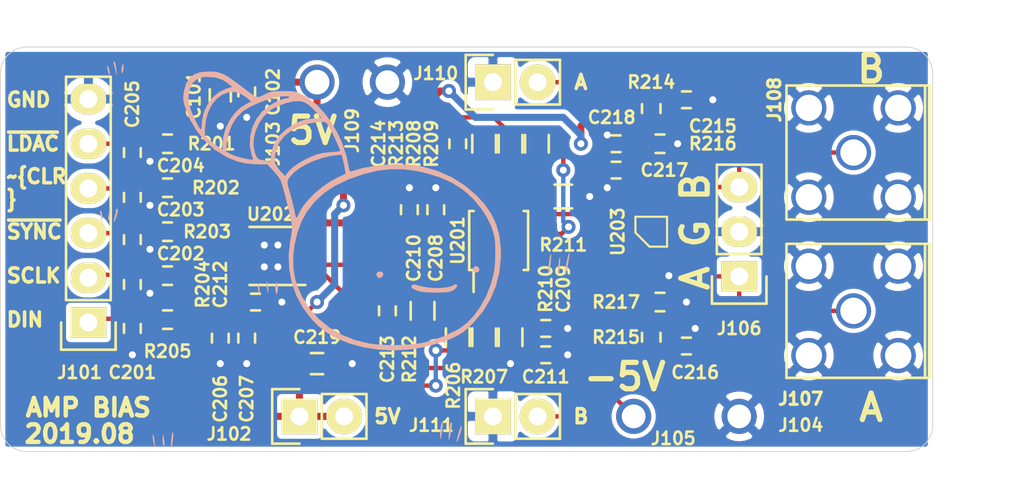
<source format=kicad_pcb>
(kicad_pcb (version 20171130) (host pcbnew "(5.1.4-57-g19064b680)")

  (general
    (thickness 1.6)
    (drawings 25)
    (tracks 323)
    (zones 0)
    (modules 53)
    (nets 29)
  )

  (page A4)
  (layers
    (0 F.Cu signal)
    (31 B.Cu signal)
    (32 B.Adhes user)
    (33 F.Adhes user)
    (34 B.Paste user)
    (35 F.Paste user)
    (36 B.SilkS user)
    (37 F.SilkS user)
    (38 B.Mask user)
    (39 F.Mask user)
    (40 Dwgs.User user)
    (41 Cmts.User user)
    (42 Eco1.User user)
    (43 Eco2.User user)
    (44 Edge.Cuts user)
    (45 Margin user)
    (46 B.CrtYd user)
    (47 F.CrtYd user)
    (48 B.Fab user)
    (49 F.Fab user)
  )

  (setup
    (last_trace_width 0.25)
    (user_trace_width 0.4)
    (trace_clearance 0.2)
    (zone_clearance 0.254)
    (zone_45_only no)
    (trace_min 0.2)
    (via_size 0.8)
    (via_drill 0.4)
    (via_min_size 0.4)
    (via_min_drill 0.3)
    (uvia_size 0.3)
    (uvia_drill 0.1)
    (uvias_allowed no)
    (uvia_min_size 0.2)
    (uvia_min_drill 0.1)
    (edge_width 0.05)
    (segment_width 0.2)
    (pcb_text_width 0.3)
    (pcb_text_size 1.5 1.5)
    (mod_edge_width 0.12)
    (mod_text_size 0.7 0.7)
    (mod_text_width 0.15)
    (pad_size 1.524 1.524)
    (pad_drill 0.762)
    (pad_to_mask_clearance 0.02)
    (solder_mask_min_width 0.25)
    (aux_axis_origin 0 0)
    (visible_elements FFFDFF7F)
    (pcbplotparams
      (layerselection 0x010fc_ffffffff)
      (usegerberextensions false)
      (usegerberattributes false)
      (usegerberadvancedattributes false)
      (creategerberjobfile false)
      (excludeedgelayer true)
      (linewidth 0.100000)
      (plotframeref false)
      (viasonmask false)
      (mode 1)
      (useauxorigin false)
      (hpglpennumber 1)
      (hpglpenspeed 20)
      (hpglpendiameter 15.000000)
      (psnegative false)
      (psa4output false)
      (plotreference true)
      (plotvalue true)
      (plotinvisibletext false)
      (padsonsilk false)
      (subtractmaskfromsilk false)
      (outputformat 1)
      (mirror false)
      (drillshape 1)
      (scaleselection 1)
      (outputdirectory ""))
  )

  (net 0 "")
  (net 1 +5VP)
  (net 2 GND)
  (net 3 /amp_vc/AMP_DIN)
  (net 4 /amp_vc/AMP_SCLK)
  (net 5 /amp_vc/AMP_~SYNC)
  (net 6 /amp_vc/AMP_~CLR)
  (net 7 /amp_vc/AMP_~LDAC)
  (net 8 -5V)
  (net 9 /amp_vc/DAC_VREF)
  (net 10 "Net-(C213-Pad2)")
  (net 11 "Net-(C213-Pad1)")
  (net 12 "Net-(C214-Pad2)")
  (net 13 "Net-(C214-Pad1)")
  (net 14 /amp_vc/VC_A_EN)
  (net 15 /amp_vc/VC_B_EN)
  (net 16 /amp_vc/AMP_VC_OUT_A)
  (net 17 /amp_vc/AMP_VC_OUT_B)
  (net 18 "Net-(R201-Pad1)")
  (net 19 "Net-(R202-Pad1)")
  (net 20 "Net-(R203-Pad1)")
  (net 21 "Net-(R204-Pad1)")
  (net 22 "Net-(R205-Pad1)")
  (net 23 /amp_vc/VOUTA)
  (net 24 "Net-(R207-Pad1)")
  (net 25 "Net-(R209-Pad1)")
  (net 26 /amp_vc/IN1)
  (net 27 /amp_vc/IN2)
  (net 28 /amp_vc/VOUTB)

  (net_class Default "This is the default net class."
    (clearance 0.2)
    (trace_width 0.25)
    (via_dia 0.8)
    (via_drill 0.4)
    (uvia_dia 0.3)
    (uvia_drill 0.1)
    (add_net +5VP)
    (add_net -5V)
    (add_net /amp_vc/AMP_DIN)
    (add_net /amp_vc/AMP_SCLK)
    (add_net /amp_vc/AMP_VC_OUT_A)
    (add_net /amp_vc/AMP_VC_OUT_B)
    (add_net /amp_vc/AMP_~CLR)
    (add_net /amp_vc/AMP_~LDAC)
    (add_net /amp_vc/AMP_~SYNC)
    (add_net /amp_vc/DAC_VREF)
    (add_net /amp_vc/IN1)
    (add_net /amp_vc/IN2)
    (add_net /amp_vc/VC_A_EN)
    (add_net /amp_vc/VC_B_EN)
    (add_net /amp_vc/VOUTA)
    (add_net /amp_vc/VOUTB)
    (add_net GND)
    (add_net "Net-(C213-Pad1)")
    (add_net "Net-(C213-Pad2)")
    (add_net "Net-(C214-Pad1)")
    (add_net "Net-(C214-Pad2)")
    (add_net "Net-(R201-Pad1)")
    (add_net "Net-(R202-Pad1)")
    (add_net "Net-(R203-Pad1)")
    (add_net "Net-(R204-Pad1)")
    (add_net "Net-(R205-Pad1)")
    (add_net "Net-(R207-Pad1)")
    (add_net "Net-(R209-Pad1)")
  )

  (module vna_footprints:TURRET_MILLMAX_2101 (layer F.Cu) (tedit 5D75DD65) (tstamp 5D621BF0)
    (at 143 102)
    (path /5D62C7DB)
    (fp_text reference J103 (at -2.5 3.5 90) (layer F.SilkS)
      (effects (font (size 0.7 0.7) (thickness 0.15)))
    )
    (fp_text value Conn_01x01 (at 0 -3.3) (layer F.Fab)
      (effects (font (size 1 1) (thickness 0.15)))
    )
    (pad 1 thru_hole circle (at 0 0) (size 2 2) (drill 1.4) (layers *.Cu *.Mask)
      (net 1 +5VP))
  )

  (module vna_footprints:cat (layer B.Cu) (tedit 0) (tstamp 5D626D66)
    (at 144 112 180)
    (fp_text reference G*** (at 0 0) (layer B.SilkS) hide
      (effects (font (size 1.524 1.524) (thickness 0.3)) (justify mirror))
    )
    (fp_text value LOGO (at 0.75 0) (layer B.SilkS) hide
      (effects (font (size 1.524 1.524) (thickness 0.3)) (justify mirror))
    )
    (fp_poly (pts (xy -7.952184 -0.484247) (xy -7.860471 -0.596172) (xy -7.84225 -0.67367) (xy -7.892517 -0.772112)
      (xy -8.007567 -0.817664) (xy -8.133782 -0.80336) (xy -8.217472 -0.722411) (xy -8.216973 -0.588714)
      (xy -8.136008 -0.489335) (xy -8.01509 -0.460642) (xy -7.952184 -0.484247)) (layer B.SilkS) (width 0.01))
    (fp_poly (pts (xy -2.435275 -0.808989) (xy -2.375426 -0.920083) (xy -2.415396 -1.050475) (xy -2.41968 -1.055798)
      (xy -2.509461 -1.13291) (xy -2.606382 -1.116759) (xy -2.69007 -1.061949) (xy -2.765023 -0.950596)
      (xy -2.738633 -0.838023) (xy -2.628246 -0.768202) (xy -2.57175 -0.762) (xy -2.435275 -0.808989)) (layer B.SilkS) (width 0.01))
    (fp_poly (pts (xy -6.836472 -1.509798) (xy -6.626533 -1.609264) (xy -6.325173 -1.675449) (xy -5.963888 -1.707018)
      (xy -5.574175 -1.702633) (xy -5.187528 -1.66096) (xy -4.876701 -1.592919) (xy -4.643395 -1.531163)
      (xy -4.500245 -1.509338) (xy -4.417581 -1.525291) (xy -4.380529 -1.556921) (xy -4.367959 -1.6502)
      (xy -4.468662 -1.746802) (xy -4.669495 -1.837871) (xy -4.8895 -1.899894) (xy -5.108451 -1.93218)
      (xy -5.40306 -1.951981) (xy -5.734163 -1.959289) (xy -6.062598 -1.954098) (xy -6.3492 -1.936399)
      (xy -6.554805 -1.906184) (xy -6.577415 -1.900232) (xy -6.75394 -1.82029) (xy -6.891749 -1.70802)
      (xy -6.961549 -1.592628) (xy -6.953818 -1.524917) (xy -6.874839 -1.490819) (xy -6.836472 -1.509798)) (layer B.SilkS) (width 0.01))
    (fp_poly (pts (xy 12.070852 10.968257) (xy 12.111615 10.826295) (xy 12.116546 10.650757) (xy 12.097643 10.525921)
      (xy 12.071419 10.517157) (xy 12.049125 10.562069) (xy 12.01521 10.709307) (xy 12.00343 10.879569)
      (xy 12.010753 11.005803) (xy 12.036193 11.019208) (xy 12.070852 10.968257)) (layer B.SilkS) (width 0.01))
    (fp_poly (pts (xy 12.928418 10.870779) (xy 12.915853 10.76325) (xy 12.87522 10.58595) (xy 12.825125 10.462289)
      (xy 12.812608 10.44575) (xy 12.778557 10.448045) (xy 12.78854 10.566946) (xy 12.795847 10.6045)
      (xy 12.842252 10.787603) (xy 12.886906 10.902397) (xy 12.919173 10.934811) (xy 12.928418 10.870779)) (layer B.SilkS) (width 0.01))
    (fp_poly (pts (xy 12.566038 11.133204) (xy 12.545853 11.01329) (xy 12.490987 10.792011) (xy 12.47504 10.7315)
      (xy 12.382462 10.38225) (xy 12.412543 10.726638) (xy 12.44073 10.931198) (xy 12.480661 11.085167)
      (xy 12.507812 11.136213) (xy 12.552904 11.168572) (xy 12.566038 11.133204)) (layer B.SilkS) (width 0.01))
    (fp_poly (pts (xy 12.830627 2.54) (xy 12.863355 2.342127) (xy 12.870075 2.206883) (xy 12.851596 2.156256)
      (xy 12.817898 2.193878) (xy 12.796728 2.290082) (xy 12.781552 2.461111) (xy 12.778462 2.54)
      (xy 12.771378 2.82575) (xy 12.830627 2.54)) (layer B.SilkS) (width 0.01))
    (fp_poly (pts (xy 13.327615 2.646952) (xy 13.326514 2.6035) (xy 13.3053 2.420757) (xy 13.2715 2.25425)
      (xy 13.240544 2.141709) (xy 13.225416 2.135289) (xy 13.218536 2.243741) (xy 13.216485 2.31775)
      (xy 13.227024 2.505275) (xy 13.261372 2.647665) (xy 13.2715 2.667) (xy 13.315403 2.712535)
      (xy 13.327615 2.646952)) (layer B.SilkS) (width 0.01))
    (fp_poly (pts (xy 12.438488 2.770998) (xy 12.429895 2.756729) (xy 12.425448 2.67992) (xy 12.454406 2.523378)
      (xy 12.487132 2.401216) (xy 12.542122 2.187376) (xy 12.554678 2.075507) (xy 12.53025 2.071877)
      (xy 12.474289 2.182754) (xy 12.421391 2.325621) (xy 12.346171 2.570303) (xy 12.323745 2.717498)
      (xy 12.353055 2.784733) (xy 12.393083 2.794) (xy 12.438488 2.770998)) (layer B.SilkS) (width 0.01))
    (fp_poly (pts (xy -12.287378 0.241017) (xy -12.259591 0.160929) (xy -12.227165 -0.012855) (xy -12.195884 -0.247462)
      (xy -12.18725 -0.328133) (xy -12.16212 -0.614253) (xy -12.153815 -0.799903) (xy -12.161937 -0.878121)
      (xy -12.186087 -0.841943) (xy -12.211311 -0.749082) (xy -12.241842 -0.583745) (xy -12.26885 -0.374944)
      (xy -12.28983 -0.155279) (xy -12.302276 0.042649) (xy -12.303685 0.18624) (xy -12.291551 0.242893)
      (xy -12.287378 0.241017)) (layer B.SilkS) (width 0.01))
    (fp_poly (pts (xy -12.789726 0.004301) (xy -12.765609 -0.097227) (xy -12.741889 -0.261986) (xy -12.721991 -0.458171)
      (xy -12.709341 -0.653979) (xy -12.707364 -0.817608) (xy -12.713541 -0.892356) (xy -12.730988 -0.909073)
      (xy -12.755068 -0.81802) (xy -12.781452 -0.637954) (xy -12.790082 -0.560703) (xy -12.810785 -0.316458)
      (xy -12.818955 -0.116393) (xy -12.813224 0.001714) (xy -12.810814 0.010797) (xy -12.789726 0.004301)) (layer B.SilkS) (width 0.01))
    (fp_poly (pts (xy -13.316474 0.259681) (xy -13.277921 0.138566) (xy -13.232409 -0.049748) (xy -13.185724 -0.276041)
      (xy -13.143656 -0.511092) (xy -13.11199 -0.72568) (xy -13.096514 -0.890586) (xy -13.097295 -0.9525)
      (xy -13.114882 -0.960279) (xy -13.149765 -0.861138) (xy -13.196708 -0.673137) (xy -13.244622 -0.4445)
      (xy -13.295219 -0.165376) (xy -13.330241 0.068726) (xy -13.345852 0.229161) (xy -13.342279 0.284376)
      (xy -13.316474 0.259681)) (layer B.SilkS) (width 0.01))
    (fp_poly (pts (xy 3.865024 -1.367069) (xy 3.868751 -1.477183) (xy 3.857517 -1.632432) (xy 3.834022 -1.792706)
      (xy 3.805718 -1.905) (xy 3.777456 -1.959461) (xy 3.769957 -1.896546) (xy 3.78218 -1.717909)
      (xy 3.80472 -1.521235) (xy 3.829154 -1.382682) (xy 3.843632 -1.342201) (xy 3.865024 -1.367069)) (layer B.SilkS) (width 0.01))
    (fp_poly (pts (xy 3.338223 -1.45411) (xy 3.361214 -1.600131) (xy 3.3655 -1.7145) (xy 3.354077 -1.895615)
      (xy 3.324873 -2.010573) (xy 3.302 -2.032) (xy 3.265776 -1.974889) (xy 3.242785 -1.828868)
      (xy 3.2385 -1.7145) (xy 3.249922 -1.533384) (xy 3.279126 -1.418426) (xy 3.302 -1.397)
      (xy 3.338223 -1.45411)) (layer B.SilkS) (width 0.01))
    (fp_poly (pts (xy 4.369815 -1.511206) (xy 4.369523 -1.5875) (xy 4.350939 -1.770099) (xy 4.318 -1.93675)
      (xy 4.269525 -2.12725) (xy 4.266476 -1.905) (xy 4.279886 -1.713919) (xy 4.316495 -1.559336)
      (xy 4.318 -1.55575) (xy 4.357545 -1.476384) (xy 4.369815 -1.511206)) (layer B.SilkS) (width 0.01))
    (fp_poly (pts (xy 7.609952 10.566004) (xy 7.968434 10.446193) (xy 8.24006 10.238585) (xy 8.432707 9.936699)
      (xy 8.554254 9.534051) (xy 8.570697 9.441033) (xy 8.601625 9.195905) (xy 8.598752 8.997898)
      (xy 8.557106 8.785997) (xy 8.501809 8.595384) (xy 8.215753 7.871576) (xy 7.828583 7.215873)
      (xy 7.348362 6.637802) (xy 6.783151 6.146891) (xy 6.141013 5.752669) (xy 6.06425 5.714759)
      (xy 5.582801 5.515783) (xy 5.10626 5.394321) (xy 4.585439 5.339661) (xy 4.315548 5.334)
      (xy 3.828422 5.334) (xy 3.509646 4.996942) (xy 3.333299 4.797771) (xy 3.180598 4.60304)
      (xy 3.086843 4.458717) (xy 3.032287 4.319287) (xy 2.957848 4.082333) (xy 2.869939 3.773436)
      (xy 2.774974 3.418176) (xy 2.679366 3.042134) (xy 2.589528 2.670892) (xy 2.511874 2.33003)
      (xy 2.452817 2.04513) (xy 2.41877 1.841772) (xy 2.41301 1.77101) (xy 2.425077 1.603455)
      (xy 2.456902 1.360635) (xy 2.501942 1.091532) (xy 2.50826 1.05804) (xy 2.607161 0.22415)
      (xy 2.583336 -0.588227) (xy 2.439355 -1.37116) (xy 2.177786 -2.116715) (xy 1.801201 -2.816961)
      (xy 1.312168 -3.463965) (xy 0.910111 -3.875583) (xy 0.40095 -4.268139) (xy -0.20531 -4.600687)
      (xy -0.891582 -4.868816) (xy -1.64078 -5.068112) (xy -2.435818 -5.194165) (xy -3.25961 -5.242561)
      (xy -4.095069 -5.208889) (xy -4.209562 -5.197632) (xy -4.73783 -5.120414) (xy -5.301782 -5.000935)
      (xy -5.860607 -4.850187) (xy -6.373496 -4.679162) (xy -6.7945 -4.50137) (xy -7.071148 -4.355706)
      (xy -7.305554 -4.203176) (xy -7.535192 -4.015512) (xy -7.797538 -3.764443) (xy -7.874 -3.687055)
      (xy -8.412685 -3.049585) (xy -8.841892 -2.350514) (xy -9.159078 -1.596757) (xy -9.361698 -0.795229)
      (xy -9.447207 0.047155) (xy -9.446141 0.139116) (xy -9.139078 0.139116) (xy -9.11946 -0.293675)
      (xy -9.079906 -0.681276) (xy -9.05453 -0.835789) (xy -8.881789 -1.501441) (xy -8.630169 -2.139041)
      (xy -8.311735 -2.729404) (xy -7.938554 -3.253343) (xy -7.522691 -3.691674) (xy -7.076211 -4.025209)
      (xy -7.032684 -4.050723) (xy -6.201783 -4.453973) (xy -5.31685 -4.746374) (xy -4.996849 -4.821388)
      (xy -4.575687 -4.886934) (xy -4.069294 -4.929786) (xy -3.51748 -4.949464) (xy -2.960056 -4.945486)
      (xy -2.436834 -4.91737) (xy -1.987623 -4.864635) (xy -1.949741 -4.858239) (xy -1.140908 -4.659501)
      (xy -0.392958 -4.359123) (xy 0.285311 -3.963323) (xy 0.885099 -3.478321) (xy 1.397609 -2.910333)
      (xy 1.814042 -2.265578) (xy 1.869509 -2.159) (xy 2.094388 -1.661543) (xy 2.24262 -1.198586)
      (xy 2.330072 -0.717619) (xy 2.344413 -0.587221) (xy 2.35873 0.083763) (xy 2.280242 0.777505)
      (xy 2.116958 1.460034) (xy 1.876887 2.097378) (xy 1.586487 2.627783) (xy 1.14502 3.196892)
      (xy 0.617757 3.686488) (xy -0.003764 4.103085) (xy -0.72801 4.453198) (xy -0.847437 4.500932)
      (xy -1.668969 4.784681) (xy -1.708722 4.79425) (xy -0.628483 4.79425) (xy -0.129496 4.557393)
      (xy 0.302359 4.317623) (xy 0.732129 4.016125) (xy 1.138213 3.673414) (xy 1.499011 3.310002)
      (xy 1.792922 2.946401) (xy 1.998344 2.603125) (xy 2.045045 2.492375) (xy 2.118879 2.333577)
      (xy 2.179258 2.300488) (xy 2.22911 2.393548) (xy 2.257641 2.524125) (xy 2.324999 2.857418)
      (xy 2.422274 3.261771) (xy 2.537299 3.688421) (xy 2.60856 3.930844) (xy 2.670933 4.164144)
      (xy 2.683957 4.340149) (xy 2.636134 4.492835) (xy 2.515967 4.656177) (xy 2.311958 4.864153)
      (xy 2.283391 4.891708) (xy 1.984384 5.123546) (xy 1.592873 5.345525) (xy 1.143288 5.543728)
      (xy 0.670062 5.704238) (xy 0.207623 5.813137) (xy -0.090213 5.851132) (xy -0.402676 5.87375)
      (xy -0.476446 5.588) (xy -0.533112 5.344365) (xy -0.581109 5.098591) (xy -0.58935 5.04825)
      (xy -0.628483 4.79425) (xy -1.708722 4.79425) (xy -2.437734 4.969728) (xy -3.178571 5.057901)
      (xy -3.916319 5.051029) (xy -4.675817 4.950939) (xy -5.24152 4.824384) (xy -5.998192 4.588871)
      (xy -6.65777 4.293777) (xy -7.23985 3.929646) (xy -7.474469 3.746777) (xy -7.924424 3.319288)
      (xy -8.327208 2.831217) (xy -8.665147 2.309785) (xy -8.920564 1.782214) (xy -9.074343 1.28275)
      (xy -9.116918 0.969917) (xy -9.138364 0.574509) (xy -9.139078 0.139116) (xy -9.446141 0.139116)
      (xy -9.441126 0.5715) (xy -9.358762 1.277484) (xy -9.184616 1.913887) (xy -8.909746 2.500132)
      (xy -8.525211 3.055644) (xy -8.067169 3.556) (xy -7.398755 4.123558) (xy -6.657918 4.589909)
      (xy -5.856093 4.949231) (xy -5.004711 5.195695) (xy -4.752741 5.244782) (xy -4.167857 5.312744)
      (xy -3.520669 5.329879) (xy -2.846873 5.299217) (xy -2.182164 5.223786) (xy -1.562236 5.106614)
      (xy -1.022784 4.950731) (xy -0.944407 4.921662) (xy -0.877836 4.920788) (xy -0.833917 4.997581)
      (xy -0.799363 5.176107) (xy -0.797759 5.187318) (xy -0.659603 5.847004) (xy -0.578251 6.088933)
      (xy -0.315649 6.088933) (xy -0.257858 6.068196) (xy -0.101757 6.045679) (xy 0.12408 6.025065)
      (xy 0.238125 6.01755) (xy 0.672456 5.970295) (xy 1.042316 5.877455) (xy 1.205475 5.816656)
      (xy 1.633296 5.620807) (xy 2.022355 5.402831) (xy 2.347199 5.178996) (xy 2.582373 4.965571)
      (xy 2.632893 4.904331) (xy 2.821036 4.653076) (xy 3.090754 4.945913) (xy 3.243097 5.136573)
      (xy 3.357785 5.326416) (xy 3.400961 5.440636) (xy 3.409759 5.693664) (xy 3.36012 6.003915)
      (xy 3.263184 6.322367) (xy 3.14207 6.579992) (xy 2.869574 6.9274) (xy 2.4978 7.227227)
      (xy 2.049016 7.468707) (xy 1.54549 7.641077) (xy 1.009491 7.73357) (xy 0.729032 7.746521)
      (xy 0.592823 7.740825) (xy 0.497499 7.706961) (xy 0.413826 7.6207) (xy 0.312572 7.457814)
      (xy 0.252782 7.351808) (xy 0.144377 7.146396) (xy 0.023378 6.899217) (xy -0.096626 6.640458)
      (xy -0.202047 6.400309) (xy -0.279297 6.208959) (xy -0.314788 6.096595) (xy -0.315649 6.088933)
      (xy -0.578251 6.088933) (xy -0.438741 6.503812) (xy -0.147011 7.139167) (xy 0.203746 7.734495)
      (xy 0.383096 7.976395) (xy 0.762 7.976395) (xy 0.820332 7.962665) (xy 0.975105 7.944772)
      (xy 1.195979 7.926065) (xy 1.258032 7.921649) (xy 1.58128 7.885948) (xy 1.849157 7.817257)
      (xy 2.132565 7.696172) (xy 2.194657 7.66532) (xy 2.714849 7.350589) (xy 3.116277 6.991199)
      (xy 3.399181 6.586843) (xy 3.563803 6.137216) (xy 3.604258 5.867486) (xy 3.625415 5.649055)
      (xy 3.652114 5.531337) (xy 3.696024 5.48819) (xy 3.768814 5.493475) (xy 3.770992 5.493976)
      (xy 3.922591 5.526927) (xy 4.120045 5.567387) (xy 4.151302 5.573589) (xy 4.302113 5.615345)
      (xy 4.399119 5.689515) (xy 4.478683 5.831812) (xy 4.522801 5.938442) (xy 4.615251 6.334361)
      (xy 4.605673 6.765942) (xy 4.503578 7.208114) (xy 4.318475 7.635806) (xy 4.059874 8.023947)
      (xy 3.737284 8.347468) (xy 3.561307 8.473196) (xy 3.200803 8.658217) (xy 2.77821 8.811357)
      (xy 2.358097 8.910053) (xy 2.278497 8.921468) (xy 1.993773 8.929297) (xy 1.73969 8.867262)
      (xy 1.490051 8.722826) (xy 1.218657 8.483447) (xy 1.095015 8.354946) (xy 0.937169 8.182855)
      (xy 0.819777 8.050116) (xy 0.763933 7.980708) (xy 0.762 7.976395) (xy 0.383096 7.976395)
      (xy 0.60169 8.271224) (xy 1.034982 8.73078) (xy 1.491782 9.094589) (xy 1.605318 9.160005)
      (xy 2.563251 9.160005) (xy 2.567201 9.15136) (xy 2.661125 9.091492) (xy 2.732962 9.0805)
      (xy 2.926342 9.044482) (xy 3.187218 8.946093) (xy 3.481996 8.799837) (xy 3.735846 8.647586)
      (xy 4.130781 8.317003) (xy 4.445026 7.906032) (xy 4.670174 7.437606) (xy 4.797819 6.934661)
      (xy 4.819554 6.420129) (xy 4.731437 5.931468) (xy 4.677696 5.751899) (xy 4.643114 5.63172)
      (xy 4.636187 5.603875) (xy 4.682539 5.589223) (xy 4.830124 5.605203) (xy 5.087893 5.652986)
      (xy 5.216142 5.679628) (xy 5.484743 5.74918) (xy 5.747505 5.837568) (xy 5.907496 5.906519)
      (xy 6.176956 6.043987) (xy 6.141155 6.471023) (xy 6.04291 7.042512) (xy 5.853374 7.553821)
      (xy 5.580281 7.990194) (xy 5.231362 8.336875) (xy 5.122442 8.414993) (xy 4.764192 8.622266)
      (xy 4.344214 8.816942) (xy 4.111719 8.90506) (xy 4.738041 8.90506) (xy 4.995791 8.773565)
      (xy 5.362961 8.542746) (xy 5.672302 8.2447) (xy 5.918511 7.909667) (xy 6.181172 7.408446)
      (xy 6.324791 6.893697) (xy 6.35826 6.525787) (xy 6.366643 6.162152) (xy 6.541085 6.265197)
      (xy 6.679256 6.360834) (xy 6.868005 6.508919) (xy 7.049381 6.662588) (xy 7.383235 6.956933)
      (xy 7.374216 7.367842) (xy 7.318767 7.867987) (xy 7.182317 8.32602) (xy 6.97573 8.726426)
      (xy 6.70987 9.053694) (xy 6.3956 9.292311) (xy 6.043786 9.426764) (xy 5.918902 9.445863)
      (xy 5.622072 9.438855) (xy 5.344106 9.348369) (xy 5.051142 9.161751) (xy 4.956645 9.086272)
      (xy 4.738041 8.90506) (xy 4.111719 8.90506) (xy 3.900771 8.985011) (xy 3.472127 9.112467)
      (xy 3.096545 9.185302) (xy 2.992079 9.194887) (xy 2.738382 9.203624) (xy 2.599149 9.192377)
      (xy 2.563251 9.160005) (xy 1.605318 9.160005) (xy 1.80975 9.277791) (xy 2.01949 9.37545)
      (xy 2.189512 9.438097) (xy 2.359727 9.473455) (xy 2.570041 9.489248) (xy 2.860365 9.4932)
      (xy 2.923 9.49325) (xy 3.233483 9.490372) (xy 3.455491 9.477012) (xy 3.627506 9.446088)
      (xy 3.788008 9.390517) (xy 3.975478 9.303213) (xy 3.987437 9.2973) (xy 4.133663 9.223019)
      (xy 4.247074 9.172137) (xy 4.346479 9.151667) (xy 4.450686 9.168619) (xy 4.578503 9.230006)
      (xy 4.748737 9.34284) (xy 4.980198 9.514132) (xy 5.267828 9.732757) (xy 5.824717 9.732757)
      (xy 6.171508 9.623677) (xy 6.570327 9.434251) (xy 6.918757 9.143038) (xy 7.20379 8.769629)
      (xy 7.412415 8.333614) (xy 7.531622 7.854581) (xy 7.554947 7.540625) (xy 7.56826 7.387484)
      (xy 7.59932 7.306382) (xy 7.608736 7.3025) (xy 7.659259 7.355408) (xy 7.747378 7.496024)
      (xy 7.856518 7.697191) (xy 7.889683 7.762875) (xy 8.089404 8.192194) (xy 8.220875 8.546978)
      (xy 8.291572 8.854644) (xy 8.30897 9.142614) (xy 8.301408 9.273018) (xy 8.222102 9.67074)
      (xy 8.063483 9.969866) (xy 7.822639 10.173248) (xy 7.496656 10.283739) (xy 7.245816 10.306948)
      (xy 6.759328 10.265683) (xy 6.342198 10.121562) (xy 6.071483 9.941548) (xy 5.824717 9.732757)
      (xy 5.267828 9.732757) (xy 5.291692 9.750895) (xy 5.376274 9.815076) (xy 5.748842 10.091375)
      (xy 6.048662 10.295589) (xy 6.299454 10.438233) (xy 6.524937 10.529823) (xy 6.748829 10.580877)
      (xy 6.99485 10.601912) (xy 7.156736 10.6045) (xy 7.609952 10.566004)) (layer B.SilkS) (width 0.01))
    (fp_poly (pts (xy -6.108912 -9.30275) (xy -6.074692 -9.393939) (xy -6.042221 -9.57443) (xy -6.018116 -9.806619)
      (xy -6.016725 -9.826625) (xy -6.0031 -10.08971) (xy -6.004004 -10.243507) (xy -6.018749 -10.282918)
      (xy -6.046644 -10.202843) (xy -6.059701 -10.144125) (xy -6.097291 -9.925873) (xy -6.123765 -9.701872)
      (xy -6.137351 -9.502418) (xy -6.136277 -9.357811) (xy -6.11877 -9.298347) (xy -6.108912 -9.30275)) (layer B.SilkS) (width 0.01))
    (fp_poly (pts (xy -6.584751 -9.391748) (xy -6.553941 -9.538878) (xy -6.524577 -9.738967) (xy -6.500904 -9.955093)
      (xy -6.487169 -10.150334) (xy -6.48762 -10.287766) (xy -6.498322 -10.329487) (xy -6.522314 -10.287247)
      (xy -6.558087 -10.1496) (xy -6.596879 -9.951885) (xy -6.644023 -9.659362) (xy -6.663435 -9.471702)
      (xy -6.655603 -9.369944) (xy -6.621016 -9.335126) (xy -6.612759 -9.3345) (xy -6.584751 -9.391748)) (layer B.SilkS) (width 0.01))
    (fp_poly (pts (xy -7.200568 -9.545079) (xy -7.150113 -9.650055) (xy -7.084393 -9.836079) (xy -7.056617 -9.926077)
      (xy -6.982436 -10.195796) (xy -6.946092 -10.370767) (xy -6.945286 -10.44484) (xy -6.97772 -10.411868)
      (xy -7.041098 -10.2657) (xy -7.110321 -10.069798) (xy -7.177457 -9.843195) (xy -7.2192 -9.65268)
      (xy -7.226594 -9.541866) (xy -7.200568 -9.545079)) (layer B.SilkS) (width 0.01))
    (fp_poly (pts (xy 9.769875 -10.089379) (xy 9.778344 -10.249976) (xy 9.779 -10.339916) (xy 9.767074 -10.532826)
      (xy 9.735628 -10.648621) (xy 9.711609 -10.668) (xy 9.674316 -10.60884) (xy 9.679121 -10.434634)
      (xy 9.687995 -10.366375) (xy 9.724451 -10.147651) (xy 9.751827 -10.055294) (xy 9.769875 -10.089379)) (layer B.SilkS) (width 0.01))
    (fp_poly (pts (xy 10.341398 -10.063434) (xy 10.342377 -10.12825) (xy 10.330191 -10.272286) (xy 10.299055 -10.466883)
      (xy 10.290642 -10.50925) (xy 10.238104 -10.76325) (xy 10.235265 -10.50925) (xy 10.246905 -10.311005)
      (xy 10.279233 -10.148993) (xy 10.287 -10.12825) (xy 10.329314 -10.0375) (xy 10.341398 -10.063434)) (layer B.SilkS) (width 0.01))
    (fp_poly (pts (xy 9.236079 -9.963993) (xy 9.263876 -10.11619) (xy 9.285364 -10.329915) (xy 9.285691 -10.334625)
      (xy 9.299471 -10.592848) (xy 9.298898 -10.746259) (xy 9.284762 -10.78837) (xy 9.257855 -10.712692)
      (xy 9.246071 -10.659617) (xy 9.211627 -10.450274) (xy 9.189948 -10.235035) (xy 9.182858 -10.049899)
      (xy 9.192178 -9.930868) (xy 9.207902 -9.906) (xy 9.236079 -9.963993)) (layer B.SilkS) (width 0.01))
  )

  (module Capacitors_SMD:C_0603 (layer F.Cu) (tedit 5415D631) (tstamp 5D621ADB)
    (at 137.5 102.75 270)
    (descr "Capacitor SMD 0603, reflow soldering, AVX (see smccp.pdf)")
    (tags "capacitor 0603")
    (path /5D62F5FF)
    (attr smd)
    (fp_text reference C101 (at 0 1.5 90) (layer F.SilkS)
      (effects (font (size 0.7 0.7) (thickness 0.15)))
    )
    (fp_text value "2.2 uF" (at 0 1.9 90) (layer F.Fab)
      (effects (font (size 1 1) (thickness 0.15)))
    )
    (fp_line (start -1.45 -0.75) (end 1.45 -0.75) (layer F.CrtYd) (width 0.05))
    (fp_line (start -1.45 0.75) (end 1.45 0.75) (layer F.CrtYd) (width 0.05))
    (fp_line (start -1.45 -0.75) (end -1.45 0.75) (layer F.CrtYd) (width 0.05))
    (fp_line (start 1.45 -0.75) (end 1.45 0.75) (layer F.CrtYd) (width 0.05))
    (fp_line (start -0.35 -0.6) (end 0.35 -0.6) (layer F.SilkS) (width 0.15))
    (fp_line (start 0.35 0.6) (end -0.35 0.6) (layer F.SilkS) (width 0.15))
    (pad 1 smd rect (at -0.75 0 270) (size 0.8 0.75) (layers F.Cu F.Paste F.Mask)
      (net 1 +5VP))
    (pad 2 smd rect (at 0.75 0 270) (size 0.8 0.75) (layers F.Cu F.Paste F.Mask)
      (net 2 GND))
    (model Capacitors_SMD.3dshapes/C_0603.wrl
      (at (xyz 0 0 0))
      (scale (xyz 1 1 1))
      (rotate (xyz 0 0 0))
    )
  )

  (module Capacitors_SMD:C_0402 (layer F.Cu) (tedit 5415D599) (tstamp 5D625261)
    (at 139 102.55 270)
    (descr "Capacitor SMD 0402, reflow soldering, AVX (see smccp.pdf)")
    (tags "capacitor 0402")
    (path /5D62F18F)
    (attr smd)
    (fp_text reference C102 (at 0 -1.5 90) (layer F.SilkS)
      (effects (font (size 0.7 0.7) (thickness 0.15)))
    )
    (fp_text value "100 nF" (at 0 1.7 90) (layer F.Fab)
      (effects (font (size 1 1) (thickness 0.15)))
    )
    (fp_line (start -0.25 0.475) (end 0.25 0.475) (layer F.SilkS) (width 0.15))
    (fp_line (start 0.25 -0.475) (end -0.25 -0.475) (layer F.SilkS) (width 0.15))
    (fp_line (start 1.15 -0.6) (end 1.15 0.6) (layer F.CrtYd) (width 0.05))
    (fp_line (start -1.15 -0.6) (end -1.15 0.6) (layer F.CrtYd) (width 0.05))
    (fp_line (start -1.15 0.6) (end 1.15 0.6) (layer F.CrtYd) (width 0.05))
    (fp_line (start -1.15 -0.6) (end 1.15 -0.6) (layer F.CrtYd) (width 0.05))
    (pad 2 smd rect (at 0.55 0 270) (size 0.6 0.5) (layers F.Cu F.Paste F.Mask)
      (net 2 GND))
    (pad 1 smd rect (at -0.55 0 270) (size 0.6 0.5) (layers F.Cu F.Paste F.Mask)
      (net 1 +5VP))
    (model Capacitors_SMD.3dshapes/C_0402.wrl
      (at (xyz 0 0 0))
      (scale (xyz 1 1 1))
      (rotate (xyz 0 0 0))
    )
  )

  (module Capacitors_SMD:C_0402 (layer F.Cu) (tedit 5415D599) (tstamp 5D624E5E)
    (at 132.5 116 90)
    (descr "Capacitor SMD 0402, reflow soldering, AVX (see smccp.pdf)")
    (tags "capacitor 0402")
    (path /5D61FE93/5D8FD6A1)
    (attr smd)
    (fp_text reference C201 (at -2.5 0 180) (layer F.SilkS)
      (effects (font (size 0.7 0.7) (thickness 0.15)))
    )
    (fp_text value "100 pF" (at 0 1.7 90) (layer F.Fab)
      (effects (font (size 1 1) (thickness 0.15)))
    )
    (fp_line (start -1.15 -0.6) (end 1.15 -0.6) (layer F.CrtYd) (width 0.05))
    (fp_line (start -1.15 0.6) (end 1.15 0.6) (layer F.CrtYd) (width 0.05))
    (fp_line (start -1.15 -0.6) (end -1.15 0.6) (layer F.CrtYd) (width 0.05))
    (fp_line (start 1.15 -0.6) (end 1.15 0.6) (layer F.CrtYd) (width 0.05))
    (fp_line (start 0.25 -0.475) (end -0.25 -0.475) (layer F.SilkS) (width 0.15))
    (fp_line (start -0.25 0.475) (end 0.25 0.475) (layer F.SilkS) (width 0.15))
    (pad 1 smd rect (at -0.55 0 90) (size 0.6 0.5) (layers F.Cu F.Paste F.Mask)
      (net 2 GND))
    (pad 2 smd rect (at 0.55 0 90) (size 0.6 0.5) (layers F.Cu F.Paste F.Mask)
      (net 3 /amp_vc/AMP_DIN))
    (model Capacitors_SMD.3dshapes/C_0402.wrl
      (at (xyz 0 0 0))
      (scale (xyz 1 1 1))
      (rotate (xyz 0 0 0))
    )
  )

  (module Capacitors_SMD:C_0402 (layer F.Cu) (tedit 5415D599) (tstamp 5D624E7F)
    (at 132.5 113.5 90)
    (descr "Capacitor SMD 0402, reflow soldering, AVX (see smccp.pdf)")
    (tags "capacitor 0402")
    (path /5D61FE93/5D8FD31B)
    (attr smd)
    (fp_text reference C202 (at 1.75 2.75 180) (layer F.SilkS)
      (effects (font (size 0.7 0.7) (thickness 0.15)))
    )
    (fp_text value "100 pF" (at 0 1.7 90) (layer F.Fab)
      (effects (font (size 1 1) (thickness 0.15)))
    )
    (fp_line (start -0.25 0.475) (end 0.25 0.475) (layer F.SilkS) (width 0.15))
    (fp_line (start 0.25 -0.475) (end -0.25 -0.475) (layer F.SilkS) (width 0.15))
    (fp_line (start 1.15 -0.6) (end 1.15 0.6) (layer F.CrtYd) (width 0.05))
    (fp_line (start -1.15 -0.6) (end -1.15 0.6) (layer F.CrtYd) (width 0.05))
    (fp_line (start -1.15 0.6) (end 1.15 0.6) (layer F.CrtYd) (width 0.05))
    (fp_line (start -1.15 -0.6) (end 1.15 -0.6) (layer F.CrtYd) (width 0.05))
    (pad 2 smd rect (at 0.55 0 90) (size 0.6 0.5) (layers F.Cu F.Paste F.Mask)
      (net 4 /amp_vc/AMP_SCLK))
    (pad 1 smd rect (at -0.55 0 90) (size 0.6 0.5) (layers F.Cu F.Paste F.Mask)
      (net 2 GND))
    (model Capacitors_SMD.3dshapes/C_0402.wrl
      (at (xyz 0 0 0))
      (scale (xyz 1 1 1))
      (rotate (xyz 0 0 0))
    )
  )

  (module Capacitors_SMD:C_0402 (layer F.Cu) (tedit 5415D599) (tstamp 5D6227B9)
    (at 132.5 110.95 90)
    (descr "Capacitor SMD 0402, reflow soldering, AVX (see smccp.pdf)")
    (tags "capacitor 0402")
    (path /5D61FE93/5D8FCF96)
    (attr smd)
    (fp_text reference C203 (at 1.7 2.75 180) (layer F.SilkS)
      (effects (font (size 0.7 0.7) (thickness 0.15)))
    )
    (fp_text value "100 pF" (at 0 1.7 90) (layer F.Fab)
      (effects (font (size 1 1) (thickness 0.15)))
    )
    (fp_line (start -1.15 -0.6) (end 1.15 -0.6) (layer F.CrtYd) (width 0.05))
    (fp_line (start -1.15 0.6) (end 1.15 0.6) (layer F.CrtYd) (width 0.05))
    (fp_line (start -1.15 -0.6) (end -1.15 0.6) (layer F.CrtYd) (width 0.05))
    (fp_line (start 1.15 -0.6) (end 1.15 0.6) (layer F.CrtYd) (width 0.05))
    (fp_line (start 0.25 -0.475) (end -0.25 -0.475) (layer F.SilkS) (width 0.15))
    (fp_line (start -0.25 0.475) (end 0.25 0.475) (layer F.SilkS) (width 0.15))
    (pad 1 smd rect (at -0.55 0 90) (size 0.6 0.5) (layers F.Cu F.Paste F.Mask)
      (net 2 GND))
    (pad 2 smd rect (at 0.55 0 90) (size 0.6 0.5) (layers F.Cu F.Paste F.Mask)
      (net 5 /amp_vc/AMP_~SYNC))
    (model Capacitors_SMD.3dshapes/C_0402.wrl
      (at (xyz 0 0 0))
      (scale (xyz 1 1 1))
      (rotate (xyz 0 0 0))
    )
  )

  (module Capacitors_SMD:C_0402 (layer F.Cu) (tedit 5415D599) (tstamp 5D622AF2)
    (at 132.5 108.55 90)
    (descr "Capacitor SMD 0402, reflow soldering, AVX (see smccp.pdf)")
    (tags "capacitor 0402")
    (path /5D61FE93/5D5BFA71)
    (attr smd)
    (fp_text reference C204 (at 1.8 2.75 180) (layer F.SilkS)
      (effects (font (size 0.7 0.7) (thickness 0.15)))
    )
    (fp_text value "100 pF" (at 0 1.7 90) (layer F.Fab)
      (effects (font (size 1 1) (thickness 0.15)))
    )
    (fp_line (start -0.25 0.475) (end 0.25 0.475) (layer F.SilkS) (width 0.15))
    (fp_line (start 0.25 -0.475) (end -0.25 -0.475) (layer F.SilkS) (width 0.15))
    (fp_line (start 1.15 -0.6) (end 1.15 0.6) (layer F.CrtYd) (width 0.05))
    (fp_line (start -1.15 -0.6) (end -1.15 0.6) (layer F.CrtYd) (width 0.05))
    (fp_line (start -1.15 0.6) (end 1.15 0.6) (layer F.CrtYd) (width 0.05))
    (fp_line (start -1.15 -0.6) (end 1.15 -0.6) (layer F.CrtYd) (width 0.05))
    (pad 2 smd rect (at 0.55 0 90) (size 0.6 0.5) (layers F.Cu F.Paste F.Mask)
      (net 6 /amp_vc/AMP_~CLR))
    (pad 1 smd rect (at -0.55 0 90) (size 0.6 0.5) (layers F.Cu F.Paste F.Mask)
      (net 2 GND))
    (model Capacitors_SMD.3dshapes/C_0402.wrl
      (at (xyz 0 0 0))
      (scale (xyz 1 1 1))
      (rotate (xyz 0 0 0))
    )
  )

  (module Capacitors_SMD:C_0402 (layer F.Cu) (tedit 5415D599) (tstamp 5D622B13)
    (at 132.5 106 90)
    (descr "Capacitor SMD 0402, reflow soldering, AVX (see smccp.pdf)")
    (tags "capacitor 0402")
    (path /5D61FE93/5D5BFA87)
    (attr smd)
    (fp_text reference C205 (at 2.75 0 270) (layer F.SilkS)
      (effects (font (size 0.7 0.7) (thickness 0.15)))
    )
    (fp_text value "100 pF" (at 0 1.7 90) (layer F.Fab)
      (effects (font (size 1 1) (thickness 0.15)))
    )
    (fp_line (start -1.15 -0.6) (end 1.15 -0.6) (layer F.CrtYd) (width 0.05))
    (fp_line (start -1.15 0.6) (end 1.15 0.6) (layer F.CrtYd) (width 0.05))
    (fp_line (start -1.15 -0.6) (end -1.15 0.6) (layer F.CrtYd) (width 0.05))
    (fp_line (start 1.15 -0.6) (end 1.15 0.6) (layer F.CrtYd) (width 0.05))
    (fp_line (start 0.25 -0.475) (end -0.25 -0.475) (layer F.SilkS) (width 0.15))
    (fp_line (start -0.25 0.475) (end 0.25 0.475) (layer F.SilkS) (width 0.15))
    (pad 1 smd rect (at -0.55 0 90) (size 0.6 0.5) (layers F.Cu F.Paste F.Mask)
      (net 2 GND))
    (pad 2 smd rect (at 0.55 0 90) (size 0.6 0.5) (layers F.Cu F.Paste F.Mask)
      (net 7 /amp_vc/AMP_~LDAC))
    (model Capacitors_SMD.3dshapes/C_0402.wrl
      (at (xyz 0 0 0))
      (scale (xyz 1 1 1))
      (rotate (xyz 0 0 0))
    )
  )

  (module Capacitors_SMD:C_0402 (layer F.Cu) (tedit 5415D599) (tstamp 5D6227FB)
    (at 137.5 116.55 90)
    (descr "Capacitor SMD 0402, reflow soldering, AVX (see smccp.pdf)")
    (tags "capacitor 0402")
    (path /5D61FE93/5D905787)
    (attr smd)
    (fp_text reference C206 (at -3.45 0 90) (layer F.SilkS)
      (effects (font (size 0.7 0.7) (thickness 0.15)))
    )
    (fp_text value "100 nF" (at 0 1.7 90) (layer F.Fab)
      (effects (font (size 1 1) (thickness 0.15)))
    )
    (fp_line (start -0.25 0.475) (end 0.25 0.475) (layer F.SilkS) (width 0.15))
    (fp_line (start 0.25 -0.475) (end -0.25 -0.475) (layer F.SilkS) (width 0.15))
    (fp_line (start 1.15 -0.6) (end 1.15 0.6) (layer F.CrtYd) (width 0.05))
    (fp_line (start -1.15 -0.6) (end -1.15 0.6) (layer F.CrtYd) (width 0.05))
    (fp_line (start -1.15 0.6) (end 1.15 0.6) (layer F.CrtYd) (width 0.05))
    (fp_line (start -1.15 -0.6) (end 1.15 -0.6) (layer F.CrtYd) (width 0.05))
    (pad 2 smd rect (at 0.55 0 90) (size 0.6 0.5) (layers F.Cu F.Paste F.Mask)
      (net 1 +5VP))
    (pad 1 smd rect (at -0.55 0 90) (size 0.6 0.5) (layers F.Cu F.Paste F.Mask)
      (net 2 GND))
    (model Capacitors_SMD.3dshapes/C_0402.wrl
      (at (xyz 0 0 0))
      (scale (xyz 1 1 1))
      (rotate (xyz 0 0 0))
    )
  )

  (module Capacitors_SMD:C_0402 (layer F.Cu) (tedit 5415D599) (tstamp 5D6254C4)
    (at 139 116.55 90)
    (descr "Capacitor SMD 0402, reflow soldering, AVX (see smccp.pdf)")
    (tags "capacitor 0402")
    (path /5D61FE93/5D900D09)
    (attr smd)
    (fp_text reference C207 (at -3.45 0 90) (layer F.SilkS)
      (effects (font (size 0.7 0.7) (thickness 0.15)))
    )
    (fp_text value "100 pF" (at 0 1.7 90) (layer F.Fab)
      (effects (font (size 1 1) (thickness 0.15)))
    )
    (fp_line (start -1.15 -0.6) (end 1.15 -0.6) (layer F.CrtYd) (width 0.05))
    (fp_line (start -1.15 0.6) (end 1.15 0.6) (layer F.CrtYd) (width 0.05))
    (fp_line (start -1.15 -0.6) (end -1.15 0.6) (layer F.CrtYd) (width 0.05))
    (fp_line (start 1.15 -0.6) (end 1.15 0.6) (layer F.CrtYd) (width 0.05))
    (fp_line (start 0.25 -0.475) (end -0.25 -0.475) (layer F.SilkS) (width 0.15))
    (fp_line (start -0.25 0.475) (end 0.25 0.475) (layer F.SilkS) (width 0.15))
    (pad 1 smd rect (at -0.55 0 90) (size 0.6 0.5) (layers F.Cu F.Paste F.Mask)
      (net 2 GND))
    (pad 2 smd rect (at 0.55 0 90) (size 0.6 0.5) (layers F.Cu F.Paste F.Mask)
      (net 1 +5VP))
    (model Capacitors_SMD.3dshapes/C_0402.wrl
      (at (xyz 0 0 0))
      (scale (xyz 1 1 1))
      (rotate (xyz 0 0 0))
    )
  )

  (module Capacitors_SMD:C_0402 (layer F.Cu) (tedit 5415D599) (tstamp 5D6228E2)
    (at 149.75 109.25 270)
    (descr "Capacitor SMD 0402, reflow soldering, AVX (see smccp.pdf)")
    (tags "capacitor 0402")
    (path /5D61FE93/5D90B50A)
    (attr smd)
    (fp_text reference C208 (at 2.75 0 90) (layer F.SilkS)
      (effects (font (size 0.7 0.7) (thickness 0.15)))
    )
    (fp_text value "100 pF" (at 0 1.7 90) (layer F.Fab)
      (effects (font (size 1 1) (thickness 0.15)))
    )
    (fp_line (start -1.15 -0.6) (end 1.15 -0.6) (layer F.CrtYd) (width 0.05))
    (fp_line (start -1.15 0.6) (end 1.15 0.6) (layer F.CrtYd) (width 0.05))
    (fp_line (start -1.15 -0.6) (end -1.15 0.6) (layer F.CrtYd) (width 0.05))
    (fp_line (start 1.15 -0.6) (end 1.15 0.6) (layer F.CrtYd) (width 0.05))
    (fp_line (start 0.25 -0.475) (end -0.25 -0.475) (layer F.SilkS) (width 0.15))
    (fp_line (start -0.25 0.475) (end 0.25 0.475) (layer F.SilkS) (width 0.15))
    (pad 1 smd rect (at -0.55 0 270) (size 0.6 0.5) (layers F.Cu F.Paste F.Mask)
      (net 2 GND))
    (pad 2 smd rect (at 0.55 0 270) (size 0.6 0.5) (layers F.Cu F.Paste F.Mask)
      (net 1 +5VP))
    (model Capacitors_SMD.3dshapes/C_0402.wrl
      (at (xyz 0 0 0))
      (scale (xyz 1 1 1))
      (rotate (xyz 0 0 0))
    )
  )

  (module Capacitors_SMD:C_0402 (layer F.Cu) (tedit 5415D599) (tstamp 5D623484)
    (at 156 116 180)
    (descr "Capacitor SMD 0402, reflow soldering, AVX (see smccp.pdf)")
    (tags "capacitor 0402")
    (path /5D61FE93/5D92552C)
    (attr smd)
    (fp_text reference C209 (at -1 2.25 90) (layer F.SilkS)
      (effects (font (size 0.7 0.7) (thickness 0.15)))
    )
    (fp_text value "100 pF" (at 0 1.7) (layer F.Fab)
      (effects (font (size 1 1) (thickness 0.15)))
    )
    (fp_line (start -1.15 -0.6) (end 1.15 -0.6) (layer F.CrtYd) (width 0.05))
    (fp_line (start -1.15 0.6) (end 1.15 0.6) (layer F.CrtYd) (width 0.05))
    (fp_line (start -1.15 -0.6) (end -1.15 0.6) (layer F.CrtYd) (width 0.05))
    (fp_line (start 1.15 -0.6) (end 1.15 0.6) (layer F.CrtYd) (width 0.05))
    (fp_line (start 0.25 -0.475) (end -0.25 -0.475) (layer F.SilkS) (width 0.15))
    (fp_line (start -0.25 0.475) (end 0.25 0.475) (layer F.SilkS) (width 0.15))
    (pad 1 smd rect (at -0.55 0 180) (size 0.6 0.5) (layers F.Cu F.Paste F.Mask)
      (net 2 GND))
    (pad 2 smd rect (at 0.55 0 180) (size 0.6 0.5) (layers F.Cu F.Paste F.Mask)
      (net 8 -5V))
    (model Capacitors_SMD.3dshapes/C_0402.wrl
      (at (xyz 0 0 0))
      (scale (xyz 1 1 1))
      (rotate (xyz 0 0 0))
    )
  )

  (module Capacitors_SMD:C_0402 (layer F.Cu) (tedit 5415D599) (tstamp 5D6227DA)
    (at 148.25 109.25 270)
    (descr "Capacitor SMD 0402, reflow soldering, AVX (see smccp.pdf)")
    (tags "capacitor 0402")
    (path /5D61FE93/5D90AF25)
    (attr smd)
    (fp_text reference C210 (at 2.75 -0.25 90) (layer F.SilkS)
      (effects (font (size 0.7 0.7) (thickness 0.15)))
    )
    (fp_text value "100 nF" (at 0 1.7 90) (layer F.Fab)
      (effects (font (size 1 1) (thickness 0.15)))
    )
    (fp_line (start -1.15 -0.6) (end 1.15 -0.6) (layer F.CrtYd) (width 0.05))
    (fp_line (start -1.15 0.6) (end 1.15 0.6) (layer F.CrtYd) (width 0.05))
    (fp_line (start -1.15 -0.6) (end -1.15 0.6) (layer F.CrtYd) (width 0.05))
    (fp_line (start 1.15 -0.6) (end 1.15 0.6) (layer F.CrtYd) (width 0.05))
    (fp_line (start 0.25 -0.475) (end -0.25 -0.475) (layer F.SilkS) (width 0.15))
    (fp_line (start -0.25 0.475) (end 0.25 0.475) (layer F.SilkS) (width 0.15))
    (pad 1 smd rect (at -0.55 0 270) (size 0.6 0.5) (layers F.Cu F.Paste F.Mask)
      (net 2 GND))
    (pad 2 smd rect (at 0.55 0 270) (size 0.6 0.5) (layers F.Cu F.Paste F.Mask)
      (net 1 +5VP))
    (model Capacitors_SMD.3dshapes/C_0402.wrl
      (at (xyz 0 0 0))
      (scale (xyz 1 1 1))
      (rotate (xyz 0 0 0))
    )
  )

  (module Capacitors_SMD:C_0402 (layer F.Cu) (tedit 5415D599) (tstamp 5D62283D)
    (at 156 117.5 180)
    (descr "Capacitor SMD 0402, reflow soldering, AVX (see smccp.pdf)")
    (tags "capacitor 0402")
    (path /5D61FE93/5D9245E1)
    (attr smd)
    (fp_text reference C211 (at 0 -1.25) (layer F.SilkS)
      (effects (font (size 0.7 0.7) (thickness 0.15)))
    )
    (fp_text value "100 nF" (at 0 1.7) (layer F.Fab)
      (effects (font (size 1 1) (thickness 0.15)))
    )
    (fp_line (start -0.25 0.475) (end 0.25 0.475) (layer F.SilkS) (width 0.15))
    (fp_line (start 0.25 -0.475) (end -0.25 -0.475) (layer F.SilkS) (width 0.15))
    (fp_line (start 1.15 -0.6) (end 1.15 0.6) (layer F.CrtYd) (width 0.05))
    (fp_line (start -1.15 -0.6) (end -1.15 0.6) (layer F.CrtYd) (width 0.05))
    (fp_line (start -1.15 0.6) (end 1.15 0.6) (layer F.CrtYd) (width 0.05))
    (fp_line (start -1.15 -0.6) (end 1.15 -0.6) (layer F.CrtYd) (width 0.05))
    (pad 2 smd rect (at 0.55 0 180) (size 0.6 0.5) (layers F.Cu F.Paste F.Mask)
      (net 8 -5V))
    (pad 1 smd rect (at -0.55 0 180) (size 0.6 0.5) (layers F.Cu F.Paste F.Mask)
      (net 2 GND))
    (model Capacitors_SMD.3dshapes/C_0402.wrl
      (at (xyz 0 0 0))
      (scale (xyz 1 1 1))
      (rotate (xyz 0 0 0))
    )
  )

  (module Capacitors_SMD:C_0402 (layer F.Cu) (tedit 5415D599) (tstamp 5D622A8F)
    (at 139.5 114.5 180)
    (descr "Capacitor SMD 0402, reflow soldering, AVX (see smccp.pdf)")
    (tags "capacitor 0402")
    (path /5D61FE93/5D603C1A)
    (attr smd)
    (fp_text reference C212 (at 2 1 90) (layer F.SilkS)
      (effects (font (size 0.7 0.7) (thickness 0.15)))
    )
    (fp_text value "100 pF" (at 0 1.7) (layer F.Fab)
      (effects (font (size 1 1) (thickness 0.15)))
    )
    (fp_line (start -1.15 -0.6) (end 1.15 -0.6) (layer F.CrtYd) (width 0.05))
    (fp_line (start -1.15 0.6) (end 1.15 0.6) (layer F.CrtYd) (width 0.05))
    (fp_line (start -1.15 -0.6) (end -1.15 0.6) (layer F.CrtYd) (width 0.05))
    (fp_line (start 1.15 -0.6) (end 1.15 0.6) (layer F.CrtYd) (width 0.05))
    (fp_line (start 0.25 -0.475) (end -0.25 -0.475) (layer F.SilkS) (width 0.15))
    (fp_line (start -0.25 0.475) (end 0.25 0.475) (layer F.SilkS) (width 0.15))
    (pad 1 smd rect (at -0.55 0 180) (size 0.6 0.5) (layers F.Cu F.Paste F.Mask)
      (net 2 GND))
    (pad 2 smd rect (at 0.55 0 180) (size 0.6 0.5) (layers F.Cu F.Paste F.Mask)
      (net 9 /amp_vc/DAC_VREF))
    (model Capacitors_SMD.3dshapes/C_0402.wrl
      (at (xyz 0 0 0))
      (scale (xyz 1 1 1))
      (rotate (xyz 0 0 0))
    )
  )

  (module Capacitors_SMD:C_0402 (layer F.Cu) (tedit 5415D599) (tstamp 5D6228C1)
    (at 147 115 90)
    (descr "Capacitor SMD 0402, reflow soldering, AVX (see smccp.pdf)")
    (tags "capacitor 0402")
    (path /5D61FE93/5D5E6DF6)
    (attr smd)
    (fp_text reference C213 (at -2.75 0 90) (layer F.SilkS)
      (effects (font (size 0.7 0.7) (thickness 0.15)))
    )
    (fp_text value "10 pF" (at 0 1.7 90) (layer F.Fab)
      (effects (font (size 1 1) (thickness 0.15)))
    )
    (fp_line (start -0.25 0.475) (end 0.25 0.475) (layer F.SilkS) (width 0.15))
    (fp_line (start 0.25 -0.475) (end -0.25 -0.475) (layer F.SilkS) (width 0.15))
    (fp_line (start 1.15 -0.6) (end 1.15 0.6) (layer F.CrtYd) (width 0.05))
    (fp_line (start -1.15 -0.6) (end -1.15 0.6) (layer F.CrtYd) (width 0.05))
    (fp_line (start -1.15 0.6) (end 1.15 0.6) (layer F.CrtYd) (width 0.05))
    (fp_line (start -1.15 -0.6) (end 1.15 -0.6) (layer F.CrtYd) (width 0.05))
    (pad 2 smd rect (at 0.55 0 90) (size 0.6 0.5) (layers F.Cu F.Paste F.Mask)
      (net 10 "Net-(C213-Pad2)"))
    (pad 1 smd rect (at -0.55 0 90) (size 0.6 0.5) (layers F.Cu F.Paste F.Mask)
      (net 11 "Net-(C213-Pad1)"))
    (model Capacitors_SMD.3dshapes/C_0402.wrl
      (at (xyz 0 0 0))
      (scale (xyz 1 1 1))
      (rotate (xyz 0 0 0))
    )
  )

  (module Capacitors_SMD:C_0402 (layer F.Cu) (tedit 5415D599) (tstamp 5D622AB0)
    (at 151 105.5 90)
    (descr "Capacitor SMD 0402, reflow soldering, AVX (see smccp.pdf)")
    (tags "capacitor 0402")
    (path /5D61FE93/5D61113C)
    (attr smd)
    (fp_text reference C214 (at 0 -4.5 90) (layer F.SilkS)
      (effects (font (size 0.7 0.7) (thickness 0.15)))
    )
    (fp_text value "10 pF" (at 0 1.7 90) (layer F.Fab)
      (effects (font (size 1 1) (thickness 0.15)))
    )
    (fp_line (start -0.25 0.475) (end 0.25 0.475) (layer F.SilkS) (width 0.15))
    (fp_line (start 0.25 -0.475) (end -0.25 -0.475) (layer F.SilkS) (width 0.15))
    (fp_line (start 1.15 -0.6) (end 1.15 0.6) (layer F.CrtYd) (width 0.05))
    (fp_line (start -1.15 -0.6) (end -1.15 0.6) (layer F.CrtYd) (width 0.05))
    (fp_line (start -1.15 0.6) (end 1.15 0.6) (layer F.CrtYd) (width 0.05))
    (fp_line (start -1.15 -0.6) (end 1.15 -0.6) (layer F.CrtYd) (width 0.05))
    (pad 2 smd rect (at 0.55 0 90) (size 0.6 0.5) (layers F.Cu F.Paste F.Mask)
      (net 12 "Net-(C214-Pad2)"))
    (pad 1 smd rect (at -0.55 0 90) (size 0.6 0.5) (layers F.Cu F.Paste F.Mask)
      (net 13 "Net-(C214-Pad1)"))
    (model Capacitors_SMD.3dshapes/C_0402.wrl
      (at (xyz 0 0 0))
      (scale (xyz 1 1 1))
      (rotate (xyz 0 0 0))
    )
  )

  (module Capacitors_SMD:C_0402 (layer F.Cu) (tedit 5415D599) (tstamp 5D622777)
    (at 164 103 180)
    (descr "Capacitor SMD 0402, reflow soldering, AVX (see smccp.pdf)")
    (tags "capacitor 0402")
    (path /5D61FE93/5D66500F)
    (attr smd)
    (fp_text reference C215 (at -1.5 -1.5) (layer F.SilkS)
      (effects (font (size 0.7 0.7) (thickness 0.15)))
    )
    (fp_text value "100 pF" (at 0 1.7) (layer F.Fab)
      (effects (font (size 1 1) (thickness 0.15)))
    )
    (fp_line (start -1.15 -0.6) (end 1.15 -0.6) (layer F.CrtYd) (width 0.05))
    (fp_line (start -1.15 0.6) (end 1.15 0.6) (layer F.CrtYd) (width 0.05))
    (fp_line (start -1.15 -0.6) (end -1.15 0.6) (layer F.CrtYd) (width 0.05))
    (fp_line (start 1.15 -0.6) (end 1.15 0.6) (layer F.CrtYd) (width 0.05))
    (fp_line (start 0.25 -0.475) (end -0.25 -0.475) (layer F.SilkS) (width 0.15))
    (fp_line (start -0.25 0.475) (end 0.25 0.475) (layer F.SilkS) (width 0.15))
    (pad 1 smd rect (at -0.55 0 180) (size 0.6 0.5) (layers F.Cu F.Paste F.Mask)
      (net 2 GND))
    (pad 2 smd rect (at 0.55 0 180) (size 0.6 0.5) (layers F.Cu F.Paste F.Mask)
      (net 14 /amp_vc/VC_A_EN))
    (model Capacitors_SMD.3dshapes/C_0402.wrl
      (at (xyz 0 0 0))
      (scale (xyz 1 1 1))
      (rotate (xyz 0 0 0))
    )
  )

  (module Capacitors_SMD:C_0402 (layer F.Cu) (tedit 5415D599) (tstamp 5D6229C9)
    (at 164 117 180)
    (descr "Capacitor SMD 0402, reflow soldering, AVX (see smccp.pdf)")
    (tags "capacitor 0402")
    (path /5D61FE93/5D645B13)
    (attr smd)
    (fp_text reference C216 (at -0.5 -1.5) (layer F.SilkS)
      (effects (font (size 0.7 0.7) (thickness 0.15)))
    )
    (fp_text value "100 pF" (at 0 1.7) (layer F.Fab)
      (effects (font (size 1 1) (thickness 0.15)))
    )
    (fp_line (start -0.25 0.475) (end 0.25 0.475) (layer F.SilkS) (width 0.15))
    (fp_line (start 0.25 -0.475) (end -0.25 -0.475) (layer F.SilkS) (width 0.15))
    (fp_line (start 1.15 -0.6) (end 1.15 0.6) (layer F.CrtYd) (width 0.05))
    (fp_line (start -1.15 -0.6) (end -1.15 0.6) (layer F.CrtYd) (width 0.05))
    (fp_line (start -1.15 0.6) (end 1.15 0.6) (layer F.CrtYd) (width 0.05))
    (fp_line (start -1.15 -0.6) (end 1.15 -0.6) (layer F.CrtYd) (width 0.05))
    (pad 2 smd rect (at 0.55 0 180) (size 0.6 0.5) (layers F.Cu F.Paste F.Mask)
      (net 15 /amp_vc/VC_B_EN))
    (pad 1 smd rect (at -0.55 0 180) (size 0.6 0.5) (layers F.Cu F.Paste F.Mask)
      (net 2 GND))
    (model Capacitors_SMD.3dshapes/C_0402.wrl
      (at (xyz 0 0 0))
      (scale (xyz 1 1 1))
      (rotate (xyz 0 0 0))
    )
  )

  (module Capacitors_SMD:C_0402 (layer F.Cu) (tedit 5415D599) (tstamp 5D6229EA)
    (at 160 107)
    (descr "Capacitor SMD 0402, reflow soldering, AVX (see smccp.pdf)")
    (tags "capacitor 0402")
    (path /5D61FE93/5D68DAFC)
    (attr smd)
    (fp_text reference C217 (at 2.75 0) (layer F.SilkS)
      (effects (font (size 0.7 0.7) (thickness 0.15)))
    )
    (fp_text value "100 pF" (at 0 1.7) (layer F.Fab)
      (effects (font (size 1 1) (thickness 0.15)))
    )
    (fp_line (start -0.25 0.475) (end 0.25 0.475) (layer F.SilkS) (width 0.15))
    (fp_line (start 0.25 -0.475) (end -0.25 -0.475) (layer F.SilkS) (width 0.15))
    (fp_line (start 1.15 -0.6) (end 1.15 0.6) (layer F.CrtYd) (width 0.05))
    (fp_line (start -1.15 -0.6) (end -1.15 0.6) (layer F.CrtYd) (width 0.05))
    (fp_line (start -1.15 0.6) (end 1.15 0.6) (layer F.CrtYd) (width 0.05))
    (fp_line (start -1.15 -0.6) (end 1.15 -0.6) (layer F.CrtYd) (width 0.05))
    (pad 2 smd rect (at 0.55 0) (size 0.6 0.5) (layers F.Cu F.Paste F.Mask)
      (net 1 +5VP))
    (pad 1 smd rect (at -0.55 0) (size 0.6 0.5) (layers F.Cu F.Paste F.Mask)
      (net 2 GND))
    (model Capacitors_SMD.3dshapes/C_0402.wrl
      (at (xyz 0 0 0))
      (scale (xyz 1 1 1))
      (rotate (xyz 0 0 0))
    )
  )

  (module Capacitors_SMD:C_0402 (layer F.Cu) (tedit 5415D599) (tstamp 5D622A4D)
    (at 160 105.5)
    (descr "Capacitor SMD 0402, reflow soldering, AVX (see smccp.pdf)")
    (tags "capacitor 0402")
    (path /5D61FE93/5D68DAF6)
    (attr smd)
    (fp_text reference C218 (at -0.25 -1.5) (layer F.SilkS)
      (effects (font (size 0.7 0.7) (thickness 0.15)))
    )
    (fp_text value "100 nF" (at 0 1.7) (layer F.Fab)
      (effects (font (size 1 1) (thickness 0.15)))
    )
    (fp_line (start -1.15 -0.6) (end 1.15 -0.6) (layer F.CrtYd) (width 0.05))
    (fp_line (start -1.15 0.6) (end 1.15 0.6) (layer F.CrtYd) (width 0.05))
    (fp_line (start -1.15 -0.6) (end -1.15 0.6) (layer F.CrtYd) (width 0.05))
    (fp_line (start 1.15 -0.6) (end 1.15 0.6) (layer F.CrtYd) (width 0.05))
    (fp_line (start 0.25 -0.475) (end -0.25 -0.475) (layer F.SilkS) (width 0.15))
    (fp_line (start -0.25 0.475) (end 0.25 0.475) (layer F.SilkS) (width 0.15))
    (pad 1 smd rect (at -0.55 0) (size 0.6 0.5) (layers F.Cu F.Paste F.Mask)
      (net 2 GND))
    (pad 2 smd rect (at 0.55 0) (size 0.6 0.5) (layers F.Cu F.Paste F.Mask)
      (net 1 +5VP))
    (model Capacitors_SMD.3dshapes/C_0402.wrl
      (at (xyz 0 0 0))
      (scale (xyz 1 1 1))
      (rotate (xyz 0 0 0))
    )
  )

  (module Pin_Headers:Pin_Header_Straight_1x06 (layer F.Cu) (tedit 0) (tstamp 5D624E2B)
    (at 130 115.66 180)
    (descr "Through hole pin header")
    (tags "pin header")
    (path /5D621021)
    (fp_text reference J101 (at 0.5 -2.84) (layer F.SilkS)
      (effects (font (size 0.7 0.7) (thickness 0.15)))
    )
    (fp_text value Conn_01x06 (at 0 -3.1) (layer F.Fab)
      (effects (font (size 1 1) (thickness 0.15)))
    )
    (fp_line (start -1.75 -1.75) (end -1.75 14.45) (layer F.CrtYd) (width 0.05))
    (fp_line (start 1.75 -1.75) (end 1.75 14.45) (layer F.CrtYd) (width 0.05))
    (fp_line (start -1.75 -1.75) (end 1.75 -1.75) (layer F.CrtYd) (width 0.05))
    (fp_line (start -1.75 14.45) (end 1.75 14.45) (layer F.CrtYd) (width 0.05))
    (fp_line (start 1.27 1.27) (end 1.27 13.97) (layer F.SilkS) (width 0.15))
    (fp_line (start 1.27 13.97) (end -1.27 13.97) (layer F.SilkS) (width 0.15))
    (fp_line (start -1.27 13.97) (end -1.27 1.27) (layer F.SilkS) (width 0.15))
    (fp_line (start 1.55 -1.55) (end 1.55 0) (layer F.SilkS) (width 0.15))
    (fp_line (start 1.27 1.27) (end -1.27 1.27) (layer F.SilkS) (width 0.15))
    (fp_line (start -1.55 0) (end -1.55 -1.55) (layer F.SilkS) (width 0.15))
    (fp_line (start -1.55 -1.55) (end 1.55 -1.55) (layer F.SilkS) (width 0.15))
    (pad 1 thru_hole rect (at 0 0 180) (size 2.032 1.7272) (drill 1.016) (layers *.Cu *.Mask F.SilkS)
      (net 3 /amp_vc/AMP_DIN))
    (pad 2 thru_hole oval (at 0 2.54 180) (size 2.032 1.7272) (drill 1.016) (layers *.Cu *.Mask F.SilkS)
      (net 4 /amp_vc/AMP_SCLK))
    (pad 3 thru_hole oval (at 0 5.08 180) (size 2.032 1.7272) (drill 1.016) (layers *.Cu *.Mask F.SilkS)
      (net 5 /amp_vc/AMP_~SYNC))
    (pad 4 thru_hole oval (at 0 7.62 180) (size 2.032 1.7272) (drill 1.016) (layers *.Cu *.Mask F.SilkS)
      (net 6 /amp_vc/AMP_~CLR))
    (pad 5 thru_hole oval (at 0 10.16 180) (size 2.032 1.7272) (drill 1.016) (layers *.Cu *.Mask F.SilkS)
      (net 7 /amp_vc/AMP_~LDAC))
    (pad 6 thru_hole oval (at 0 12.7 180) (size 2.032 1.7272) (drill 1.016) (layers *.Cu *.Mask F.SilkS)
      (net 2 GND))
    (model Pin_Headers.3dshapes/Pin_Header_Straight_1x06.wrl
      (offset (xyz 0 -6.349999904632568 0))
      (scale (xyz 1 1 1))
      (rotate (xyz 0 0 90))
    )
  )

  (module vna_footprints:TURRET_MILLMAX_2101 (layer F.Cu) (tedit 5ACECEFF) (tstamp 5D621BF5)
    (at 167 121)
    (path /5D62DFDA)
    (fp_text reference J104 (at 3.5 0.5) (layer F.SilkS)
      (effects (font (size 0.7 0.7) (thickness 0.15)))
    )
    (fp_text value Conn_01x01 (at 0 -3.3) (layer F.Fab)
      (effects (font (size 1 1) (thickness 0.15)))
    )
    (pad 1 thru_hole circle (at 0 0) (size 2 2) (drill 1.35) (layers *.Cu *.Mask)
      (net 2 GND))
  )

  (module vna_footprints:TURRET_MILLMAX_2101 (layer F.Cu) (tedit 5ACECEFF) (tstamp 5D621BFA)
    (at 161 121)
    (path /5D63396F)
    (fp_text reference J105 (at 2.25 1.25) (layer F.SilkS)
      (effects (font (size 0.7 0.7) (thickness 0.15)))
    )
    (fp_text value Conn_01x01 (at 0 -3.3) (layer F.Fab)
      (effects (font (size 1 1) (thickness 0.15)))
    )
    (pad 1 thru_hole circle (at 0 0) (size 2 2) (drill 1.35) (layers *.Cu *.Mask)
      (net 8 -5V))
  )

  (module Pin_Headers:Pin_Header_Straight_1x03 (layer F.Cu) (tedit 0) (tstamp 5D621C0C)
    (at 167 113.04 180)
    (descr "Through hole pin header")
    (tags "pin header")
    (path /5D62463A)
    (fp_text reference J106 (at 0 -2.96) (layer F.SilkS)
      (effects (font (size 0.7 0.7) (thickness 0.15)))
    )
    (fp_text value Conn_01x03 (at 0 -3.1) (layer F.Fab)
      (effects (font (size 1 1) (thickness 0.15)))
    )
    (fp_line (start -1.75 -1.75) (end -1.75 6.85) (layer F.CrtYd) (width 0.05))
    (fp_line (start 1.75 -1.75) (end 1.75 6.85) (layer F.CrtYd) (width 0.05))
    (fp_line (start -1.75 -1.75) (end 1.75 -1.75) (layer F.CrtYd) (width 0.05))
    (fp_line (start -1.75 6.85) (end 1.75 6.85) (layer F.CrtYd) (width 0.05))
    (fp_line (start -1.27 1.27) (end -1.27 6.35) (layer F.SilkS) (width 0.15))
    (fp_line (start -1.27 6.35) (end 1.27 6.35) (layer F.SilkS) (width 0.15))
    (fp_line (start 1.27 6.35) (end 1.27 1.27) (layer F.SilkS) (width 0.15))
    (fp_line (start 1.55 -1.55) (end 1.55 0) (layer F.SilkS) (width 0.15))
    (fp_line (start 1.27 1.27) (end -1.27 1.27) (layer F.SilkS) (width 0.15))
    (fp_line (start -1.55 0) (end -1.55 -1.55) (layer F.SilkS) (width 0.15))
    (fp_line (start -1.55 -1.55) (end 1.55 -1.55) (layer F.SilkS) (width 0.15))
    (pad 1 thru_hole rect (at 0 0 180) (size 2.032 1.7272) (drill 1.016) (layers *.Cu *.Mask F.SilkS)
      (net 16 /amp_vc/AMP_VC_OUT_A))
    (pad 2 thru_hole oval (at 0 2.54 180) (size 2.032 1.7272) (drill 1.016) (layers *.Cu *.Mask F.SilkS)
      (net 2 GND))
    (pad 3 thru_hole oval (at 0 5.08 180) (size 2.032 1.7272) (drill 1.016) (layers *.Cu *.Mask F.SilkS)
      (net 17 /amp_vc/AMP_VC_OUT_B))
    (model Pin_Headers.3dshapes/Pin_Header_Straight_1x03.wrl
      (offset (xyz 0 -2.539999961853027 0))
      (scale (xyz 1 1 1))
      (rotate (xyz 0 0 90))
    )
  )

  (module vna_footprints:732512200_SMA (layer F.Cu) (tedit 5D181B8F) (tstamp 5D6221F3)
    (at 173.5 115 180)
    (path /5D62644A)
    (fp_text reference J107 (at 3 -5) (layer F.SilkS)
      (effects (font (size 0.7 0.7) (thickness 0.2)))
    )
    (fp_text value Conn_Coaxial (at -6 -6) (layer F.Fab)
      (effects (font (size 0.7 0.7) (thickness 0.2)))
    )
    (fp_line (start -3.81 -3.81) (end 3.81 -3.81) (layer F.SilkS) (width 0.15))
    (fp_line (start 3.81 -3.81) (end 3.81 3.81) (layer F.SilkS) (width 0.15))
    (fp_line (start 3.81 3.81) (end -3.81 3.81) (layer F.SilkS) (width 0.15))
    (fp_line (start -4.318 -3.81) (end -3.81 -3.81) (layer F.SilkS) (width 0.15))
    (fp_line (start -4.318 -3.81) (end -4.318 3.81) (layer F.SilkS) (width 0.15))
    (fp_line (start -4.318 3.81) (end -3.81 3.81) (layer F.SilkS) (width 0.15))
    (fp_line (start -4.064 3.81) (end -4.064 -3.81) (layer F.SilkS) (width 0.15))
    (pad 2 thru_hole circle (at 2.54 2.54 180) (size 2 2) (drill 1.5) (layers *.Cu *.Mask)
      (net 2 GND))
    (pad 2 thru_hole circle (at 2.54 -2.54 180) (size 2 2) (drill 1.5) (layers *.Cu *.Mask)
      (net 2 GND))
    (pad 2 thru_hole circle (at -2.54 -2.54 180) (size 2 2) (drill 1.5) (layers *.Cu *.Mask)
      (net 2 GND))
    (pad 2 thru_hole circle (at -2.54 2.54 180) (size 2 2) (drill 1.5) (layers *.Cu *.Mask)
      (net 2 GND))
    (pad 1 thru_hole circle (at 0 0 180) (size 2 2) (drill 1.5) (layers *.Cu *.Mask)
      (net 16 /amp_vc/AMP_VC_OUT_A))
  )

  (module vna_footprints:732512200_SMA (layer F.Cu) (tedit 5D181B8F) (tstamp 5D621C2C)
    (at 173.5 106 180)
    (path /5D626C36)
    (fp_text reference J108 (at 4.5 3 90) (layer F.SilkS)
      (effects (font (size 0.7 0.7) (thickness 0.2)))
    )
    (fp_text value Conn_Coaxial (at -6 -6) (layer F.Fab)
      (effects (font (size 0.7 0.7) (thickness 0.2)))
    )
    (fp_line (start -4.064 3.81) (end -4.064 -3.81) (layer F.SilkS) (width 0.15))
    (fp_line (start -4.318 3.81) (end -3.81 3.81) (layer F.SilkS) (width 0.15))
    (fp_line (start -4.318 -3.81) (end -4.318 3.81) (layer F.SilkS) (width 0.15))
    (fp_line (start -4.318 -3.81) (end -3.81 -3.81) (layer F.SilkS) (width 0.15))
    (fp_line (start 3.81 3.81) (end -3.81 3.81) (layer F.SilkS) (width 0.15))
    (fp_line (start 3.81 -3.81) (end 3.81 3.81) (layer F.SilkS) (width 0.15))
    (fp_line (start -3.81 -3.81) (end 3.81 -3.81) (layer F.SilkS) (width 0.15))
    (pad 1 thru_hole circle (at 0 0 180) (size 2 2) (drill 1.5) (layers *.Cu *.Mask)
      (net 17 /amp_vc/AMP_VC_OUT_B))
    (pad 2 thru_hole circle (at -2.54 2.54 180) (size 2 2) (drill 1.5) (layers *.Cu *.Mask)
      (net 2 GND))
    (pad 2 thru_hole circle (at -2.54 -2.54 180) (size 2 2) (drill 1.5) (layers *.Cu *.Mask)
      (net 2 GND))
    (pad 2 thru_hole circle (at 2.54 -2.54 180) (size 2 2) (drill 1.5) (layers *.Cu *.Mask)
      (net 2 GND))
    (pad 2 thru_hole circle (at 2.54 2.54 180) (size 2 2) (drill 1.5) (layers *.Cu *.Mask)
      (net 2 GND))
  )

  (module vna_footprints:TURRET_MILLMAX_2101 (layer F.Cu) (tedit 5ACECEFF) (tstamp 5D6253A2)
    (at 147 102)
    (path /5D63B155)
    (fp_text reference J109 (at -2 2.75 90) (layer F.SilkS)
      (effects (font (size 0.7 0.7) (thickness 0.15)))
    )
    (fp_text value Conn_01x01 (at 0 -3.3) (layer F.Fab)
      (effects (font (size 1 1) (thickness 0.15)))
    )
    (pad 1 thru_hole circle (at 0 0) (size 2 2) (drill 1.35) (layers *.Cu *.Mask)
      (net 2 GND))
  )

  (module Resistors_SMD:R_0402 (layer F.Cu) (tedit 5415CBB8) (tstamp 5D62281C)
    (at 134.5 105.5 180)
    (descr "Resistor SMD 0402, reflow soldering, Vishay (see dcrcw.pdf)")
    (tags "resistor 0402")
    (path /5D61FE93/5D8FB35C)
    (attr smd)
    (fp_text reference R201 (at -2.5 0) (layer F.SilkS)
      (effects (font (size 0.7 0.7) (thickness 0.15)))
    )
    (fp_text value R_Small (at 0 1.8) (layer F.Fab)
      (effects (font (size 1 1) (thickness 0.15)))
    )
    (fp_line (start -0.95 -0.65) (end 0.95 -0.65) (layer F.CrtYd) (width 0.05))
    (fp_line (start -0.95 0.65) (end 0.95 0.65) (layer F.CrtYd) (width 0.05))
    (fp_line (start -0.95 -0.65) (end -0.95 0.65) (layer F.CrtYd) (width 0.05))
    (fp_line (start 0.95 -0.65) (end 0.95 0.65) (layer F.CrtYd) (width 0.05))
    (fp_line (start 0.25 -0.525) (end -0.25 -0.525) (layer F.SilkS) (width 0.15))
    (fp_line (start -0.25 0.525) (end 0.25 0.525) (layer F.SilkS) (width 0.15))
    (pad 1 smd rect (at -0.45 0 180) (size 0.4 0.6) (layers F.Cu F.Paste F.Mask)
      (net 18 "Net-(R201-Pad1)"))
    (pad 2 smd rect (at 0.45 0 180) (size 0.4 0.6) (layers F.Cu F.Paste F.Mask)
      (net 7 /amp_vc/AMP_~LDAC))
    (model Resistors_SMD.3dshapes/R_0402.wrl
      (at (xyz 0 0 0))
      (scale (xyz 1 1 1))
      (rotate (xyz 0 0 0))
    )
  )

  (module Resistors_SMD:R_0402 (layer F.Cu) (tedit 5415CBB8) (tstamp 5D623297)
    (at 134.5 108 180)
    (descr "Resistor SMD 0402, reflow soldering, Vishay (see dcrcw.pdf)")
    (tags "resistor 0402")
    (path /5D61FE93/5D8FBB2D)
    (attr smd)
    (fp_text reference R202 (at -2.75 0) (layer F.SilkS)
      (effects (font (size 0.7 0.7) (thickness 0.15)))
    )
    (fp_text value 22 (at 0 1.8) (layer F.Fab)
      (effects (font (size 1 1) (thickness 0.15)))
    )
    (fp_line (start -0.25 0.525) (end 0.25 0.525) (layer F.SilkS) (width 0.15))
    (fp_line (start 0.25 -0.525) (end -0.25 -0.525) (layer F.SilkS) (width 0.15))
    (fp_line (start 0.95 -0.65) (end 0.95 0.65) (layer F.CrtYd) (width 0.05))
    (fp_line (start -0.95 -0.65) (end -0.95 0.65) (layer F.CrtYd) (width 0.05))
    (fp_line (start -0.95 0.65) (end 0.95 0.65) (layer F.CrtYd) (width 0.05))
    (fp_line (start -0.95 -0.65) (end 0.95 -0.65) (layer F.CrtYd) (width 0.05))
    (pad 2 smd rect (at 0.45 0 180) (size 0.4 0.6) (layers F.Cu F.Paste F.Mask)
      (net 6 /amp_vc/AMP_~CLR))
    (pad 1 smd rect (at -0.45 0 180) (size 0.4 0.6) (layers F.Cu F.Paste F.Mask)
      (net 19 "Net-(R202-Pad1)"))
    (model Resistors_SMD.3dshapes/R_0402.wrl
      (at (xyz 0 0 0))
      (scale (xyz 1 1 1))
      (rotate (xyz 0 0 0))
    )
  )

  (module Resistors_SMD:R_0402 (layer F.Cu) (tedit 5415CBB8) (tstamp 5D622945)
    (at 134.5 110.5 180)
    (descr "Resistor SMD 0402, reflow soldering, Vishay (see dcrcw.pdf)")
    (tags "resistor 0402")
    (path /5D61FE93/5D8FBE08)
    (attr smd)
    (fp_text reference R203 (at -2.25 0) (layer F.SilkS)
      (effects (font (size 0.7 0.7) (thickness 0.15)))
    )
    (fp_text value 22 (at 0 1.8) (layer F.Fab)
      (effects (font (size 1 1) (thickness 0.15)))
    )
    (fp_line (start -0.95 -0.65) (end 0.95 -0.65) (layer F.CrtYd) (width 0.05))
    (fp_line (start -0.95 0.65) (end 0.95 0.65) (layer F.CrtYd) (width 0.05))
    (fp_line (start -0.95 -0.65) (end -0.95 0.65) (layer F.CrtYd) (width 0.05))
    (fp_line (start 0.95 -0.65) (end 0.95 0.65) (layer F.CrtYd) (width 0.05))
    (fp_line (start 0.25 -0.525) (end -0.25 -0.525) (layer F.SilkS) (width 0.15))
    (fp_line (start -0.25 0.525) (end 0.25 0.525) (layer F.SilkS) (width 0.15))
    (pad 1 smd rect (at -0.45 0 180) (size 0.4 0.6) (layers F.Cu F.Paste F.Mask)
      (net 20 "Net-(R203-Pad1)"))
    (pad 2 smd rect (at 0.45 0 180) (size 0.4 0.6) (layers F.Cu F.Paste F.Mask)
      (net 5 /amp_vc/AMP_~SYNC))
    (model Resistors_SMD.3dshapes/R_0402.wrl
      (at (xyz 0 0 0))
      (scale (xyz 1 1 1))
      (rotate (xyz 0 0 0))
    )
  )

  (module Resistors_SMD:R_0402 (layer F.Cu) (tedit 5415CBB8) (tstamp 5D624DE0)
    (at 134.5 113 180)
    (descr "Resistor SMD 0402, reflow soldering, Vishay (see dcrcw.pdf)")
    (tags "resistor 0402")
    (path /5D61FE93/5D5B30D6)
    (attr smd)
    (fp_text reference R204 (at -2 -0.5 90) (layer F.SilkS)
      (effects (font (size 0.7 0.7) (thickness 0.15)))
    )
    (fp_text value 22 (at 0 1.8) (layer F.Fab)
      (effects (font (size 1 1) (thickness 0.15)))
    )
    (fp_line (start -0.95 -0.65) (end 0.95 -0.65) (layer F.CrtYd) (width 0.05))
    (fp_line (start -0.95 0.65) (end 0.95 0.65) (layer F.CrtYd) (width 0.05))
    (fp_line (start -0.95 -0.65) (end -0.95 0.65) (layer F.CrtYd) (width 0.05))
    (fp_line (start 0.95 -0.65) (end 0.95 0.65) (layer F.CrtYd) (width 0.05))
    (fp_line (start 0.25 -0.525) (end -0.25 -0.525) (layer F.SilkS) (width 0.15))
    (fp_line (start -0.25 0.525) (end 0.25 0.525) (layer F.SilkS) (width 0.15))
    (pad 1 smd rect (at -0.45 0 180) (size 0.4 0.6) (layers F.Cu F.Paste F.Mask)
      (net 21 "Net-(R204-Pad1)"))
    (pad 2 smd rect (at 0.45 0 180) (size 0.4 0.6) (layers F.Cu F.Paste F.Mask)
      (net 4 /amp_vc/AMP_SCLK))
    (model Resistors_SMD.3dshapes/R_0402.wrl
      (at (xyz 0 0 0))
      (scale (xyz 1 1 1))
      (rotate (xyz 0 0 0))
    )
  )

  (module Resistors_SMD:R_0402 (layer F.Cu) (tedit 5415CBB8) (tstamp 5D624E01)
    (at 134.5 115.5 180)
    (descr "Resistor SMD 0402, reflow soldering, Vishay (see dcrcw.pdf)")
    (tags "resistor 0402")
    (path /5D61FE93/5D5B4286)
    (attr smd)
    (fp_text reference R205 (at 0 -1.8) (layer F.SilkS)
      (effects (font (size 0.7 0.7) (thickness 0.15)))
    )
    (fp_text value 22 (at 0 1.8) (layer F.Fab)
      (effects (font (size 1 1) (thickness 0.15)))
    )
    (fp_line (start -0.25 0.525) (end 0.25 0.525) (layer F.SilkS) (width 0.15))
    (fp_line (start 0.25 -0.525) (end -0.25 -0.525) (layer F.SilkS) (width 0.15))
    (fp_line (start 0.95 -0.65) (end 0.95 0.65) (layer F.CrtYd) (width 0.05))
    (fp_line (start -0.95 -0.65) (end -0.95 0.65) (layer F.CrtYd) (width 0.05))
    (fp_line (start -0.95 0.65) (end 0.95 0.65) (layer F.CrtYd) (width 0.05))
    (fp_line (start -0.95 -0.65) (end 0.95 -0.65) (layer F.CrtYd) (width 0.05))
    (pad 2 smd rect (at 0.45 0 180) (size 0.4 0.6) (layers F.Cu F.Paste F.Mask)
      (net 3 /amp_vc/AMP_DIN))
    (pad 1 smd rect (at -0.45 0 180) (size 0.4 0.6) (layers F.Cu F.Paste F.Mask)
      (net 22 "Net-(R205-Pad1)"))
    (model Resistors_SMD.3dshapes/R_0402.wrl
      (at (xyz 0 0 0))
      (scale (xyz 1 1 1))
      (rotate (xyz 0 0 0))
    )
  )

  (module Resistors_SMD:R_0603 (layer F.Cu) (tedit 5415CC62) (tstamp 5D62287F)
    (at 151 116.5 270)
    (descr "Resistor SMD 0603, reflow soldering, Vishay (see dcrcw.pdf)")
    (tags "resistor 0603")
    (path /5D61FE93/5D5D7906)
    (attr smd)
    (fp_text reference R206 (at 2.75 0.25 90) (layer F.SilkS)
      (effects (font (size 0.7 0.7) (thickness 0.15)))
    )
    (fp_text value 33k (at 0 1.9 90) (layer F.Fab)
      (effects (font (size 1 1) (thickness 0.15)))
    )
    (fp_line (start -0.5 -0.675) (end 0.5 -0.675) (layer F.SilkS) (width 0.15))
    (fp_line (start 0.5 0.675) (end -0.5 0.675) (layer F.SilkS) (width 0.15))
    (fp_line (start 1.3 -0.8) (end 1.3 0.8) (layer F.CrtYd) (width 0.05))
    (fp_line (start -1.3 -0.8) (end -1.3 0.8) (layer F.CrtYd) (width 0.05))
    (fp_line (start -1.3 0.8) (end 1.3 0.8) (layer F.CrtYd) (width 0.05))
    (fp_line (start -1.3 -0.8) (end 1.3 -0.8) (layer F.CrtYd) (width 0.05))
    (pad 2 smd rect (at 0.75 0 270) (size 0.5 0.9) (layers F.Cu F.Paste F.Mask)
      (net 9 /amp_vc/DAC_VREF))
    (pad 1 smd rect (at -0.75 0 270) (size 0.5 0.9) (layers F.Cu F.Paste F.Mask)
      (net 11 "Net-(C213-Pad1)"))
    (model Resistors_SMD.3dshapes/R_0603.wrl
      (at (xyz 0 0 0))
      (scale (xyz 1 1 1))
      (rotate (xyz 0 0 0))
    )
  )

  (module Resistors_SMD:R_0603 (layer F.Cu) (tedit 5415CC62) (tstamp 5D6241C8)
    (at 152.5 116.5 270)
    (descr "Resistor SMD 0603, reflow soldering, Vishay (see dcrcw.pdf)")
    (tags "resistor 0603")
    (path /5D61FE93/5D5ED12E)
    (attr smd)
    (fp_text reference R207 (at 2.25 0 180) (layer F.SilkS)
      (effects (font (size 0.7 0.7) (thickness 0.15)))
    )
    (fp_text value 33k (at 0 1.9 90) (layer F.Fab)
      (effects (font (size 1 1) (thickness 0.15)))
    )
    (fp_line (start -0.5 -0.675) (end 0.5 -0.675) (layer F.SilkS) (width 0.15))
    (fp_line (start 0.5 0.675) (end -0.5 0.675) (layer F.SilkS) (width 0.15))
    (fp_line (start 1.3 -0.8) (end 1.3 0.8) (layer F.CrtYd) (width 0.05))
    (fp_line (start -1.3 -0.8) (end -1.3 0.8) (layer F.CrtYd) (width 0.05))
    (fp_line (start -1.3 0.8) (end 1.3 0.8) (layer F.CrtYd) (width 0.05))
    (fp_line (start -1.3 -0.8) (end 1.3 -0.8) (layer F.CrtYd) (width 0.05))
    (pad 2 smd rect (at 0.75 0 270) (size 0.5 0.9) (layers F.Cu F.Paste F.Mask)
      (net 23 /amp_vc/VOUTA))
    (pad 1 smd rect (at -0.75 0 270) (size 0.5 0.9) (layers F.Cu F.Paste F.Mask)
      (net 24 "Net-(R207-Pad1)"))
    (model Resistors_SMD.3dshapes/R_0603.wrl
      (at (xyz 0 0 0))
      (scale (xyz 1 1 1))
      (rotate (xyz 0 0 0))
    )
  )

  (module Resistors_SMD:R_0603 (layer F.Cu) (tedit 5415CC62) (tstamp 5D62285E)
    (at 154 105.5 90)
    (descr "Resistor SMD 0603, reflow soldering, Vishay (see dcrcw.pdf)")
    (tags "resistor 0603")
    (path /5D61FE93/5D611128)
    (attr smd)
    (fp_text reference R208 (at 0 -5.5 90) (layer F.SilkS)
      (effects (font (size 0.7 0.7) (thickness 0.15)))
    )
    (fp_text value 33k (at 0 1.9 90) (layer F.Fab)
      (effects (font (size 1 1) (thickness 0.15)))
    )
    (fp_line (start -0.5 -0.675) (end 0.5 -0.675) (layer F.SilkS) (width 0.15))
    (fp_line (start 0.5 0.675) (end -0.5 0.675) (layer F.SilkS) (width 0.15))
    (fp_line (start 1.3 -0.8) (end 1.3 0.8) (layer F.CrtYd) (width 0.05))
    (fp_line (start -1.3 -0.8) (end -1.3 0.8) (layer F.CrtYd) (width 0.05))
    (fp_line (start -1.3 0.8) (end 1.3 0.8) (layer F.CrtYd) (width 0.05))
    (fp_line (start -1.3 -0.8) (end 1.3 -0.8) (layer F.CrtYd) (width 0.05))
    (pad 2 smd rect (at 0.75 0 90) (size 0.5 0.9) (layers F.Cu F.Paste F.Mask)
      (net 9 /amp_vc/DAC_VREF))
    (pad 1 smd rect (at -0.75 0 90) (size 0.5 0.9) (layers F.Cu F.Paste F.Mask)
      (net 13 "Net-(C214-Pad1)"))
    (model Resistors_SMD.3dshapes/R_0603.wrl
      (at (xyz 0 0 0))
      (scale (xyz 1 1 1))
      (rotate (xyz 0 0 0))
    )
  )

  (module Resistors_SMD:R_0603 (layer F.Cu) (tedit 5415CC62) (tstamp 5D62449E)
    (at 155.5 105.5 90)
    (descr "Resistor SMD 0603, reflow soldering, Vishay (see dcrcw.pdf)")
    (tags "resistor 0603")
    (path /5D61FE93/5D611148)
    (attr smd)
    (fp_text reference R209 (at 0 -6 90) (layer F.SilkS)
      (effects (font (size 0.7 0.7) (thickness 0.15)))
    )
    (fp_text value 33k (at 0 1.9 90) (layer F.Fab)
      (effects (font (size 1 1) (thickness 0.15)))
    )
    (fp_line (start -0.5 -0.675) (end 0.5 -0.675) (layer F.SilkS) (width 0.15))
    (fp_line (start 0.5 0.675) (end -0.5 0.675) (layer F.SilkS) (width 0.15))
    (fp_line (start 1.3 -0.8) (end 1.3 0.8) (layer F.CrtYd) (width 0.05))
    (fp_line (start -1.3 -0.8) (end -1.3 0.8) (layer F.CrtYd) (width 0.05))
    (fp_line (start -1.3 0.8) (end 1.3 0.8) (layer F.CrtYd) (width 0.05))
    (fp_line (start -1.3 -0.8) (end 1.3 -0.8) (layer F.CrtYd) (width 0.05))
    (pad 2 smd rect (at 0.75 0 90) (size 0.5 0.9) (layers F.Cu F.Paste F.Mask)
      (net 28 /amp_vc/VOUTB))
    (pad 1 smd rect (at -0.75 0 90) (size 0.5 0.9) (layers F.Cu F.Paste F.Mask)
      (net 25 "Net-(R209-Pad1)"))
    (model Resistors_SMD.3dshapes/R_0603.wrl
      (at (xyz 0 0 0))
      (scale (xyz 1 1 1))
      (rotate (xyz 0 0 0))
    )
  )

  (module Resistors_SMD:R_0603 (layer F.Cu) (tedit 5415CC62) (tstamp 5D6264E2)
    (at 154 116.5 90)
    (descr "Resistor SMD 0603, reflow soldering, Vishay (see dcrcw.pdf)")
    (tags "resistor 0603")
    (path /5D61FE93/5D5F3B24)
    (attr smd)
    (fp_text reference R210 (at 2.75 2 90) (layer F.SilkS)
      (effects (font (size 0.7 0.7) (thickness 0.15)))
    )
    (fp_text value 10k (at 0 1.9 90) (layer F.Fab)
      (effects (font (size 1 1) (thickness 0.15)))
    )
    (fp_line (start -1.3 -0.8) (end 1.3 -0.8) (layer F.CrtYd) (width 0.05))
    (fp_line (start -1.3 0.8) (end 1.3 0.8) (layer F.CrtYd) (width 0.05))
    (fp_line (start -1.3 -0.8) (end -1.3 0.8) (layer F.CrtYd) (width 0.05))
    (fp_line (start 1.3 -0.8) (end 1.3 0.8) (layer F.CrtYd) (width 0.05))
    (fp_line (start 0.5 0.675) (end -0.5 0.675) (layer F.SilkS) (width 0.15))
    (fp_line (start -0.5 -0.675) (end 0.5 -0.675) (layer F.SilkS) (width 0.15))
    (pad 1 smd rect (at -0.75 0 90) (size 0.5 0.9) (layers F.Cu F.Paste F.Mask)
      (net 2 GND))
    (pad 2 smd rect (at 0.75 0 90) (size 0.5 0.9) (layers F.Cu F.Paste F.Mask)
      (net 24 "Net-(R207-Pad1)"))
    (model Resistors_SMD.3dshapes/R_0603.wrl
      (at (xyz 0 0 0))
      (scale (xyz 1 1 1))
      (rotate (xyz 0 0 0))
    )
  )

  (module Resistors_SMD:R_0603 (layer F.Cu) (tedit 5415CC62) (tstamp 5D6229A8)
    (at 157 108.5 180)
    (descr "Resistor SMD 0603, reflow soldering, Vishay (see dcrcw.pdf)")
    (tags "resistor 0603")
    (path /5D61FE93/5D61114E)
    (attr smd)
    (fp_text reference R211 (at 0 -2.75) (layer F.SilkS)
      (effects (font (size 0.7 0.7) (thickness 0.15)))
    )
    (fp_text value 10k (at 0 1.9) (layer F.Fab)
      (effects (font (size 1 1) (thickness 0.15)))
    )
    (fp_line (start -1.3 -0.8) (end 1.3 -0.8) (layer F.CrtYd) (width 0.05))
    (fp_line (start -1.3 0.8) (end 1.3 0.8) (layer F.CrtYd) (width 0.05))
    (fp_line (start -1.3 -0.8) (end -1.3 0.8) (layer F.CrtYd) (width 0.05))
    (fp_line (start 1.3 -0.8) (end 1.3 0.8) (layer F.CrtYd) (width 0.05))
    (fp_line (start 0.5 0.675) (end -0.5 0.675) (layer F.SilkS) (width 0.15))
    (fp_line (start -0.5 -0.675) (end 0.5 -0.675) (layer F.SilkS) (width 0.15))
    (pad 1 smd rect (at -0.75 0 180) (size 0.5 0.9) (layers F.Cu F.Paste F.Mask)
      (net 2 GND))
    (pad 2 smd rect (at 0.75 0 180) (size 0.5 0.9) (layers F.Cu F.Paste F.Mask)
      (net 25 "Net-(R209-Pad1)"))
    (model Resistors_SMD.3dshapes/R_0603.wrl
      (at (xyz 0 0 0))
      (scale (xyz 1 1 1))
      (rotate (xyz 0 0 0))
    )
  )

  (module Resistors_SMD:R_0603 (layer F.Cu) (tedit 5415CC62) (tstamp 5D622B76)
    (at 149 115 270)
    (descr "Resistor SMD 0603, reflow soldering, Vishay (see dcrcw.pdf)")
    (tags "resistor 0603")
    (path /5D61FE93/5D5E165D)
    (attr smd)
    (fp_text reference R212 (at 2.75 0.75 90) (layer F.SilkS)
      (effects (font (size 0.7 0.7) (thickness 0.15)))
    )
    (fp_text value 10k (at 0 1.9 90) (layer F.Fab)
      (effects (font (size 1 1) (thickness 0.15)))
    )
    (fp_line (start -1.3 -0.8) (end 1.3 -0.8) (layer F.CrtYd) (width 0.05))
    (fp_line (start -1.3 0.8) (end 1.3 0.8) (layer F.CrtYd) (width 0.05))
    (fp_line (start -1.3 -0.8) (end -1.3 0.8) (layer F.CrtYd) (width 0.05))
    (fp_line (start 1.3 -0.8) (end 1.3 0.8) (layer F.CrtYd) (width 0.05))
    (fp_line (start 0.5 0.675) (end -0.5 0.675) (layer F.SilkS) (width 0.15))
    (fp_line (start -0.5 -0.675) (end 0.5 -0.675) (layer F.SilkS) (width 0.15))
    (pad 1 smd rect (at -0.75 0 270) (size 0.5 0.9) (layers F.Cu F.Paste F.Mask)
      (net 10 "Net-(C213-Pad2)"))
    (pad 2 smd rect (at 0.75 0 270) (size 0.5 0.9) (layers F.Cu F.Paste F.Mask)
      (net 11 "Net-(C213-Pad1)"))
    (model Resistors_SMD.3dshapes/R_0603.wrl
      (at (xyz 0 0 0))
      (scale (xyz 1 1 1))
      (rotate (xyz 0 0 0))
    )
  )

  (module Resistors_SMD:R_0603 (layer F.Cu) (tedit 5415CC62) (tstamp 5D622B97)
    (at 152.5 105.5 270)
    (descr "Resistor SMD 0603, reflow soldering, Vishay (see dcrcw.pdf)")
    (tags "resistor 0603")
    (path /5D61FE93/5D611130)
    (attr smd)
    (fp_text reference R213 (at 0 5 90) (layer F.SilkS)
      (effects (font (size 0.7 0.7) (thickness 0.15)))
    )
    (fp_text value 10k (at 0 1.9 90) (layer F.Fab)
      (effects (font (size 1 1) (thickness 0.15)))
    )
    (fp_line (start -1.3 -0.8) (end 1.3 -0.8) (layer F.CrtYd) (width 0.05))
    (fp_line (start -1.3 0.8) (end 1.3 0.8) (layer F.CrtYd) (width 0.05))
    (fp_line (start -1.3 -0.8) (end -1.3 0.8) (layer F.CrtYd) (width 0.05))
    (fp_line (start 1.3 -0.8) (end 1.3 0.8) (layer F.CrtYd) (width 0.05))
    (fp_line (start 0.5 0.675) (end -0.5 0.675) (layer F.SilkS) (width 0.15))
    (fp_line (start -0.5 -0.675) (end 0.5 -0.675) (layer F.SilkS) (width 0.15))
    (pad 1 smd rect (at -0.75 0 270) (size 0.5 0.9) (layers F.Cu F.Paste F.Mask)
      (net 12 "Net-(C214-Pad2)"))
    (pad 2 smd rect (at 0.75 0 270) (size 0.5 0.9) (layers F.Cu F.Paste F.Mask)
      (net 13 "Net-(C214-Pad1)"))
    (model Resistors_SMD.3dshapes/R_0603.wrl
      (at (xyz 0 0 0))
      (scale (xyz 1 1 1))
      (rotate (xyz 0 0 0))
    )
  )

  (module Resistors_SMD:R_0402 (layer F.Cu) (tedit 5415CBB8) (tstamp 5D622756)
    (at 162 103.5 90)
    (descr "Resistor SMD 0402, reflow soldering, Vishay (see dcrcw.pdf)")
    (tags "resistor 0402")
    (path /5D61FE93/5D665015)
    (attr smd)
    (fp_text reference R214 (at 1.5 0) (layer F.SilkS)
      (effects (font (size 0.7 0.7) (thickness 0.15)))
    )
    (fp_text value 22 (at 0 1.8 90) (layer F.Fab)
      (effects (font (size 1 1) (thickness 0.15)))
    )
    (fp_line (start -0.25 0.525) (end 0.25 0.525) (layer F.SilkS) (width 0.15))
    (fp_line (start 0.25 -0.525) (end -0.25 -0.525) (layer F.SilkS) (width 0.15))
    (fp_line (start 0.95 -0.65) (end 0.95 0.65) (layer F.CrtYd) (width 0.05))
    (fp_line (start -0.95 -0.65) (end -0.95 0.65) (layer F.CrtYd) (width 0.05))
    (fp_line (start -0.95 0.65) (end 0.95 0.65) (layer F.CrtYd) (width 0.05))
    (fp_line (start -0.95 -0.65) (end 0.95 -0.65) (layer F.CrtYd) (width 0.05))
    (pad 2 smd rect (at 0.45 0 90) (size 0.4 0.6) (layers F.Cu F.Paste F.Mask)
      (net 14 /amp_vc/VC_A_EN))
    (pad 1 smd rect (at -0.45 0 90) (size 0.4 0.6) (layers F.Cu F.Paste F.Mask)
      (net 26 /amp_vc/IN1))
    (model Resistors_SMD.3dshapes/R_0402.wrl
      (at (xyz 0 0 0))
      (scale (xyz 1 1 1))
      (rotate (xyz 0 0 0))
    )
  )

  (module Resistors_SMD:R_0402 (layer F.Cu) (tedit 5415CBB8) (tstamp 5D621CE5)
    (at 162 116.5 270)
    (descr "Resistor SMD 0402, reflow soldering, Vishay (see dcrcw.pdf)")
    (tags "resistor 0402")
    (path /5D61FE93/5D646805)
    (attr smd)
    (fp_text reference R215 (at 0 2 180) (layer F.SilkS)
      (effects (font (size 0.7 0.7) (thickness 0.15)))
    )
    (fp_text value 22 (at 0 1.8 90) (layer F.Fab)
      (effects (font (size 1 1) (thickness 0.15)))
    )
    (fp_line (start -0.25 0.525) (end 0.25 0.525) (layer F.SilkS) (width 0.15))
    (fp_line (start 0.25 -0.525) (end -0.25 -0.525) (layer F.SilkS) (width 0.15))
    (fp_line (start 0.95 -0.65) (end 0.95 0.65) (layer F.CrtYd) (width 0.05))
    (fp_line (start -0.95 -0.65) (end -0.95 0.65) (layer F.CrtYd) (width 0.05))
    (fp_line (start -0.95 0.65) (end 0.95 0.65) (layer F.CrtYd) (width 0.05))
    (fp_line (start -0.95 -0.65) (end 0.95 -0.65) (layer F.CrtYd) (width 0.05))
    (pad 2 smd rect (at 0.45 0 270) (size 0.4 0.6) (layers F.Cu F.Paste F.Mask)
      (net 15 /amp_vc/VC_B_EN))
    (pad 1 smd rect (at -0.45 0 270) (size 0.4 0.6) (layers F.Cu F.Paste F.Mask)
      (net 27 /amp_vc/IN2))
    (model Resistors_SMD.3dshapes/R_0402.wrl
      (at (xyz 0 0 0))
      (scale (xyz 1 1 1))
      (rotate (xyz 0 0 0))
    )
  )

  (module Resistors_SMD:R_0402 (layer F.Cu) (tedit 5415CBB8) (tstamp 5D622A2C)
    (at 162.5 105.5)
    (descr "Resistor SMD 0402, reflow soldering, Vishay (see dcrcw.pdf)")
    (tags "resistor 0402")
    (path /5D61FE93/5D665028)
    (attr smd)
    (fp_text reference R216 (at 3 0) (layer F.SilkS)
      (effects (font (size 0.7 0.7) (thickness 0.15)))
    )
    (fp_text value 10k (at 0 1.8) (layer F.Fab)
      (effects (font (size 1 1) (thickness 0.15)))
    )
    (fp_line (start -0.95 -0.65) (end 0.95 -0.65) (layer F.CrtYd) (width 0.05))
    (fp_line (start -0.95 0.65) (end 0.95 0.65) (layer F.CrtYd) (width 0.05))
    (fp_line (start -0.95 -0.65) (end -0.95 0.65) (layer F.CrtYd) (width 0.05))
    (fp_line (start 0.95 -0.65) (end 0.95 0.65) (layer F.CrtYd) (width 0.05))
    (fp_line (start 0.25 -0.525) (end -0.25 -0.525) (layer F.SilkS) (width 0.15))
    (fp_line (start -0.25 0.525) (end 0.25 0.525) (layer F.SilkS) (width 0.15))
    (pad 1 smd rect (at -0.45 0) (size 0.4 0.6) (layers F.Cu F.Paste F.Mask)
      (net 26 /amp_vc/IN1))
    (pad 2 smd rect (at 0.45 0) (size 0.4 0.6) (layers F.Cu F.Paste F.Mask)
      (net 2 GND))
    (model Resistors_SMD.3dshapes/R_0402.wrl
      (at (xyz 0 0 0))
      (scale (xyz 1 1 1))
      (rotate (xyz 0 0 0))
    )
  )

  (module Resistors_SMD:R_0402 (layer F.Cu) (tedit 5415CBB8) (tstamp 5D622A6E)
    (at 162.5 114.5)
    (descr "Resistor SMD 0402, reflow soldering, Vishay (see dcrcw.pdf)")
    (tags "resistor 0402")
    (path /5D61FE93/5D658CBA)
    (attr smd)
    (fp_text reference R217 (at -2.5 0) (layer F.SilkS)
      (effects (font (size 0.7 0.7) (thickness 0.15)))
    )
    (fp_text value 10k (at 0 1.8) (layer F.Fab)
      (effects (font (size 1 1) (thickness 0.15)))
    )
    (fp_line (start -0.95 -0.65) (end 0.95 -0.65) (layer F.CrtYd) (width 0.05))
    (fp_line (start -0.95 0.65) (end 0.95 0.65) (layer F.CrtYd) (width 0.05))
    (fp_line (start -0.95 -0.65) (end -0.95 0.65) (layer F.CrtYd) (width 0.05))
    (fp_line (start 0.95 -0.65) (end 0.95 0.65) (layer F.CrtYd) (width 0.05))
    (fp_line (start 0.25 -0.525) (end -0.25 -0.525) (layer F.SilkS) (width 0.15))
    (fp_line (start -0.25 0.525) (end 0.25 0.525) (layer F.SilkS) (width 0.15))
    (pad 1 smd rect (at -0.45 0) (size 0.4 0.6) (layers F.Cu F.Paste F.Mask)
      (net 27 /amp_vc/IN2))
    (pad 2 smd rect (at 0.45 0) (size 0.4 0.6) (layers F.Cu F.Paste F.Mask)
      (net 2 GND))
    (model Resistors_SMD.3dshapes/R_0402.wrl
      (at (xyz 0 0 0))
      (scale (xyz 1 1 1))
      (rotate (xyz 0 0 0))
    )
  )

  (module Housings_SSOP:MSOP-8_3x3mm_Pitch0.65mm (layer F.Cu) (tedit 54130A77) (tstamp 5D621D14)
    (at 153.325 111 90)
    (descr "8-Lead Plastic Micro Small Outline Package (MS) [MSOP] (see Microchip Packaging Specification 00000049BS.pdf)")
    (tags "SSOP 0.65")
    (path /5D61FE93/5D5A25C9)
    (attr smd)
    (fp_text reference U201 (at 0 -2.325 90) (layer F.SilkS)
      (effects (font (size 0.7 0.7) (thickness 0.15)))
    )
    (fp_text value OPA2140 (at 0 2.6 90) (layer F.Fab)
      (effects (font (size 1 1) (thickness 0.15)))
    )
    (fp_line (start -3.2 -1.85) (end -3.2 1.85) (layer F.CrtYd) (width 0.05))
    (fp_line (start 3.2 -1.85) (end 3.2 1.85) (layer F.CrtYd) (width 0.05))
    (fp_line (start -3.2 -1.85) (end 3.2 -1.85) (layer F.CrtYd) (width 0.05))
    (fp_line (start -3.2 1.85) (end 3.2 1.85) (layer F.CrtYd) (width 0.05))
    (fp_line (start -1.675 -1.675) (end -1.675 -1.425) (layer F.SilkS) (width 0.15))
    (fp_line (start 1.675 -1.675) (end 1.675 -1.425) (layer F.SilkS) (width 0.15))
    (fp_line (start 1.675 1.675) (end 1.675 1.425) (layer F.SilkS) (width 0.15))
    (fp_line (start -1.675 1.675) (end -1.675 1.425) (layer F.SilkS) (width 0.15))
    (fp_line (start -1.675 -1.675) (end 1.675 -1.675) (layer F.SilkS) (width 0.15))
    (fp_line (start -1.675 1.675) (end 1.675 1.675) (layer F.SilkS) (width 0.15))
    (fp_line (start -1.675 -1.425) (end -2.925 -1.425) (layer F.SilkS) (width 0.15))
    (pad 1 smd rect (at -2.2 -0.975 90) (size 1.45 0.45) (layers F.Cu F.Paste F.Mask)
      (net 10 "Net-(C213-Pad2)"))
    (pad 2 smd rect (at -2.2 -0.325 90) (size 1.45 0.45) (layers F.Cu F.Paste F.Mask)
      (net 11 "Net-(C213-Pad1)"))
    (pad 3 smd rect (at -2.2 0.325 90) (size 1.45 0.45) (layers F.Cu F.Paste F.Mask)
      (net 24 "Net-(R207-Pad1)"))
    (pad 4 smd rect (at -2.2 0.975 90) (size 1.45 0.45) (layers F.Cu F.Paste F.Mask)
      (net 8 -5V))
    (pad 5 smd rect (at 2.2 0.975 90) (size 1.45 0.45) (layers F.Cu F.Paste F.Mask)
      (net 25 "Net-(R209-Pad1)"))
    (pad 6 smd rect (at 2.2 0.325 90) (size 1.45 0.45) (layers F.Cu F.Paste F.Mask)
      (net 13 "Net-(C214-Pad1)"))
    (pad 7 smd rect (at 2.2 -0.325 90) (size 1.45 0.45) (layers F.Cu F.Paste F.Mask)
      (net 12 "Net-(C214-Pad2)"))
    (pad 8 smd rect (at 2.2 -0.975 90) (size 1.45 0.45) (layers F.Cu F.Paste F.Mask)
      (net 1 +5VP))
    (model Housings_SSOP.3dshapes/MSOP-8_3x3mm_Pitch0.65mm.wrl
      (at (xyz 0 0 0))
      (scale (xyz 1 1 1))
      (rotate (xyz 0 0 0))
    )
  )

  (module Housings_DFN_QFN:DFN-10-1EP_3x3mm_Pitch0.5mm (layer F.Cu) (tedit 54130A77) (tstamp 5D621D2C)
    (at 140.3875 111.88 180)
    (descr "10-Lead Plastic Dual Flat, No Lead Package (MF) - 3x3x0.9 mm Body [DFN] (see Microchip Packaging Specification 00000049BS.pdf)")
    (tags "DFN 0.5")
    (path /5D61FE93/5D593B5A)
    (attr smd)
    (fp_text reference U202 (at 0 2.38) (layer F.SilkS)
      (effects (font (size 0.7 0.7) (thickness 0.15)))
    )
    (fp_text value DAC7563SDSCR (at 0 2.575) (layer F.Fab)
      (effects (font (size 1 1) (thickness 0.15)))
    )
    (fp_line (start -2.15 -1.85) (end -2.15 1.85) (layer F.CrtYd) (width 0.05))
    (fp_line (start 2.15 -1.85) (end 2.15 1.85) (layer F.CrtYd) (width 0.05))
    (fp_line (start -2.15 -1.85) (end 2.15 -1.85) (layer F.CrtYd) (width 0.05))
    (fp_line (start -2.15 1.85) (end 2.15 1.85) (layer F.CrtYd) (width 0.05))
    (fp_line (start -1.225 1.65) (end 1.225 1.65) (layer F.SilkS) (width 0.15))
    (fp_line (start -1.95 -1.65) (end 1.225 -1.65) (layer F.SilkS) (width 0.15))
    (pad 1 smd rect (at -1.55 -1 180) (size 0.65 0.3) (layers F.Cu F.Paste F.Mask)
      (net 23 /amp_vc/VOUTA))
    (pad 2 smd rect (at -1.55 -0.5 180) (size 0.65 0.3) (layers F.Cu F.Paste F.Mask)
      (net 28 /amp_vc/VOUTB))
    (pad 3 smd rect (at -1.55 0 180) (size 0.65 0.3) (layers F.Cu F.Paste F.Mask)
      (net 2 GND))
    (pad 4 smd rect (at -1.55 0.5 180) (size 0.65 0.3) (layers F.Cu F.Paste F.Mask)
      (net 18 "Net-(R201-Pad1)"))
    (pad 5 smd rect (at -1.55 1 180) (size 0.65 0.3) (layers F.Cu F.Paste F.Mask)
      (net 19 "Net-(R202-Pad1)"))
    (pad 6 smd rect (at 1.55 1 180) (size 0.65 0.3) (layers F.Cu F.Paste F.Mask)
      (net 20 "Net-(R203-Pad1)"))
    (pad 7 smd rect (at 1.55 0.5 180) (size 0.65 0.3) (layers F.Cu F.Paste F.Mask)
      (net 21 "Net-(R204-Pad1)"))
    (pad 8 smd rect (at 1.55 0 180) (size 0.65 0.3) (layers F.Cu F.Paste F.Mask)
      (net 22 "Net-(R205-Pad1)"))
    (pad 9 smd rect (at 1.55 -0.5 180) (size 0.65 0.3) (layers F.Cu F.Paste F.Mask)
      (net 1 +5VP))
    (pad 10 smd rect (at 1.55 -1 180) (size 0.65 0.3) (layers F.Cu F.Paste F.Mask)
      (net 9 /amp_vc/DAC_VREF))
    (pad 11 smd rect (at 0.3875 0.62 180) (size 0.775 1.24) (layers F.Cu F.Paste F.Mask)
      (net 2 GND) (solder_paste_margin_ratio -0.2))
    (pad 11 smd rect (at 0.3875 -0.62 180) (size 0.775 1.24) (layers F.Cu F.Paste F.Mask)
      (net 2 GND) (solder_paste_margin_ratio -0.2))
    (pad 11 smd rect (at -0.3875 0.62 180) (size 0.775 1.24) (layers F.Cu F.Paste F.Mask)
      (net 2 GND) (solder_paste_margin_ratio -0.2))
    (pad 11 smd rect (at -0.3875 -0.62 180) (size 0.775 1.24) (layers F.Cu F.Paste F.Mask)
      (net 2 GND) (solder_paste_margin_ratio -0.2))
    (model Housings_DFN_QFN.3dshapes/DFN-10-1EP_3x3mm_Pitch0.5mm.wrl
      (at (xyz 0 0 0))
      (scale (xyz 1 1 1))
      (rotate (xyz 0 0 0))
    )
  )

  (module v:VSSOP-8 (layer F.Cu) (tedit 5D61E8BD) (tstamp 5D621D41)
    (at 162 110.5)
    (path /5D61FE93/5D62A266)
    (attr smd)
    (fp_text reference U203 (at -1.9 0 90) (layer F.SilkS)
      (effects (font (size 0.7 0.7) (thickness 0.15)))
    )
    (fp_text value TS5A23166 (at 0 -3.125) (layer F.Fab)
      (effects (font (size 1 1) (thickness 0.15)))
    )
    (fp_line (start -0.1 0.85) (end -0.9 0.05) (layer F.SilkS) (width 0.12))
    (fp_line (start -0.9 0.05) (end -0.9 -0.85) (layer F.SilkS) (width 0.12))
    (fp_line (start -0.9 -0.85) (end 0.9 -0.85) (layer F.SilkS) (width 0.12))
    (fp_line (start 0.9 -0.85) (end 0.9 0.85) (layer F.SilkS) (width 0.12))
    (fp_line (start 0.9 0.85) (end -0.1 0.85) (layer F.SilkS) (width 0.12))
    (fp_line (start -1.15 -2.2) (end 1.15 -2.2) (layer F.CrtYd) (width 0.05))
    (fp_line (start 1.15 -2.2) (end 1.15 2.2) (layer F.CrtYd) (width 0.05))
    (fp_line (start 1.15 2.2) (end -1.15 2.2) (layer F.CrtYd) (width 0.05))
    (fp_line (start -1.15 2.2) (end -1.15 -2.2) (layer F.CrtYd) (width 0.05))
    (pad 8 smd rect (at -0.75 -1.55) (size 0.3 0.8) (layers F.Cu F.Paste F.Mask)
      (net 1 +5VP))
    (pad 1 smd rect (at -0.75 1.55) (size 0.3 0.8) (layers F.Cu F.Paste F.Mask)
      (net 16 /amp_vc/AMP_VC_OUT_A))
    (pad 7 smd rect (at -0.25 -1.55) (size 0.3 0.8) (layers F.Cu F.Paste F.Mask)
      (net 26 /amp_vc/IN1))
    (pad 2 smd rect (at -0.25 1.55) (size 0.3 0.8) (layers F.Cu F.Paste F.Mask)
      (net 10 "Net-(C213-Pad2)"))
    (pad 6 smd rect (at 0.25 -1.55) (size 0.3 0.8) (layers F.Cu F.Paste F.Mask)
      (net 12 "Net-(C214-Pad2)"))
    (pad 3 smd rect (at 0.25 1.55) (size 0.3 0.8) (layers F.Cu F.Paste F.Mask)
      (net 27 /amp_vc/IN2))
    (pad 5 smd rect (at 0.75 -1.55) (size 0.3 0.8) (layers F.Cu F.Paste F.Mask)
      (net 17 /amp_vc/AMP_VC_OUT_B))
    (pad 4 smd rect (at 0.75 1.55) (size 0.3 0.8) (layers F.Cu F.Paste F.Mask)
      (net 2 GND))
  )

  (module Pin_Headers:Pin_Header_Straight_1x02 (layer F.Cu) (tedit 54EA090C) (tstamp 5D624B08)
    (at 142 121 90)
    (descr "Through hole pin header")
    (tags "pin header")
    (path /5D6B4C18)
    (fp_text reference J102 (at -1 -4 180) (layer F.SilkS)
      (effects (font (size 0.7 0.7) (thickness 0.15)))
    )
    (fp_text value Conn_01x02 (at 0 -3.1 90) (layer F.Fab)
      (effects (font (size 1 1) (thickness 0.15)))
    )
    (fp_line (start -1.27 3.81) (end 1.27 3.81) (layer F.SilkS) (width 0.15))
    (fp_line (start -1.27 1.27) (end -1.27 3.81) (layer F.SilkS) (width 0.15))
    (fp_line (start -1.55 -1.55) (end 1.55 -1.55) (layer F.SilkS) (width 0.15))
    (fp_line (start -1.55 0) (end -1.55 -1.55) (layer F.SilkS) (width 0.15))
    (fp_line (start 1.27 1.27) (end -1.27 1.27) (layer F.SilkS) (width 0.15))
    (fp_line (start -1.75 4.3) (end 1.75 4.3) (layer F.CrtYd) (width 0.05))
    (fp_line (start -1.75 -1.75) (end 1.75 -1.75) (layer F.CrtYd) (width 0.05))
    (fp_line (start 1.75 -1.75) (end 1.75 4.3) (layer F.CrtYd) (width 0.05))
    (fp_line (start -1.75 -1.75) (end -1.75 4.3) (layer F.CrtYd) (width 0.05))
    (fp_line (start 1.55 -1.55) (end 1.55 0) (layer F.SilkS) (width 0.15))
    (fp_line (start 1.27 1.27) (end 1.27 3.81) (layer F.SilkS) (width 0.15))
    (pad 2 thru_hole oval (at 0 2.54 90) (size 2.032 2.032) (drill 1.016) (layers *.Cu *.Mask F.SilkS)
      (net 1 +5VP))
    (pad 1 thru_hole rect (at 0 0 90) (size 2.032 2.032) (drill 1.016) (layers *.Cu *.Mask F.SilkS)
      (net 1 +5VP))
    (model Pin_Headers.3dshapes/Pin_Header_Straight_1x02.wrl
      (offset (xyz 0 -1.269999980926514 0))
      (scale (xyz 1 1 1))
      (rotate (xyz 0 0 90))
    )
  )

  (module Pin_Headers:Pin_Header_Straight_1x02 (layer F.Cu) (tedit 54EA090C) (tstamp 5D624B19)
    (at 153 102 90)
    (descr "Through hole pin header")
    (tags "pin header")
    (path /5D6B4305)
    (fp_text reference J110 (at 0.5 -3.25 180) (layer F.SilkS)
      (effects (font (size 0.7 0.7) (thickness 0.15)))
    )
    (fp_text value Conn_01x02 (at 0 -3.1 90) (layer F.Fab)
      (effects (font (size 1 1) (thickness 0.15)))
    )
    (fp_line (start 1.27 1.27) (end 1.27 3.81) (layer F.SilkS) (width 0.15))
    (fp_line (start 1.55 -1.55) (end 1.55 0) (layer F.SilkS) (width 0.15))
    (fp_line (start -1.75 -1.75) (end -1.75 4.3) (layer F.CrtYd) (width 0.05))
    (fp_line (start 1.75 -1.75) (end 1.75 4.3) (layer F.CrtYd) (width 0.05))
    (fp_line (start -1.75 -1.75) (end 1.75 -1.75) (layer F.CrtYd) (width 0.05))
    (fp_line (start -1.75 4.3) (end 1.75 4.3) (layer F.CrtYd) (width 0.05))
    (fp_line (start 1.27 1.27) (end -1.27 1.27) (layer F.SilkS) (width 0.15))
    (fp_line (start -1.55 0) (end -1.55 -1.55) (layer F.SilkS) (width 0.15))
    (fp_line (start -1.55 -1.55) (end 1.55 -1.55) (layer F.SilkS) (width 0.15))
    (fp_line (start -1.27 1.27) (end -1.27 3.81) (layer F.SilkS) (width 0.15))
    (fp_line (start -1.27 3.81) (end 1.27 3.81) (layer F.SilkS) (width 0.15))
    (pad 1 thru_hole rect (at 0 0 90) (size 2.032 2.032) (drill 1.016) (layers *.Cu *.Mask F.SilkS)
      (net 2 GND))
    (pad 2 thru_hole oval (at 0 2.54 90) (size 2.032 2.032) (drill 1.016) (layers *.Cu *.Mask F.SilkS)
      (net 14 /amp_vc/VC_A_EN))
    (model Pin_Headers.3dshapes/Pin_Header_Straight_1x02.wrl
      (offset (xyz 0 -1.269999980926514 0))
      (scale (xyz 1 1 1))
      (rotate (xyz 0 0 90))
    )
  )

  (module Pin_Headers:Pin_Header_Straight_1x02 (layer F.Cu) (tedit 54EA090C) (tstamp 5D624B2A)
    (at 153 121 90)
    (descr "Through hole pin header")
    (tags "pin header")
    (path /5D6B6393)
    (fp_text reference J111 (at -0.5 -3.5 180) (layer F.SilkS)
      (effects (font (size 0.7 0.7) (thickness 0.15)))
    )
    (fp_text value Conn_01x02 (at 0 -3.1 90) (layer F.Fab)
      (effects (font (size 1 1) (thickness 0.15)))
    )
    (fp_line (start 1.27 1.27) (end 1.27 3.81) (layer F.SilkS) (width 0.15))
    (fp_line (start 1.55 -1.55) (end 1.55 0) (layer F.SilkS) (width 0.15))
    (fp_line (start -1.75 -1.75) (end -1.75 4.3) (layer F.CrtYd) (width 0.05))
    (fp_line (start 1.75 -1.75) (end 1.75 4.3) (layer F.CrtYd) (width 0.05))
    (fp_line (start -1.75 -1.75) (end 1.75 -1.75) (layer F.CrtYd) (width 0.05))
    (fp_line (start -1.75 4.3) (end 1.75 4.3) (layer F.CrtYd) (width 0.05))
    (fp_line (start 1.27 1.27) (end -1.27 1.27) (layer F.SilkS) (width 0.15))
    (fp_line (start -1.55 0) (end -1.55 -1.55) (layer F.SilkS) (width 0.15))
    (fp_line (start -1.55 -1.55) (end 1.55 -1.55) (layer F.SilkS) (width 0.15))
    (fp_line (start -1.27 1.27) (end -1.27 3.81) (layer F.SilkS) (width 0.15))
    (fp_line (start -1.27 3.81) (end 1.27 3.81) (layer F.SilkS) (width 0.15))
    (pad 1 thru_hole rect (at 0 0 90) (size 2.032 2.032) (drill 1.016) (layers *.Cu *.Mask F.SilkS)
      (net 2 GND))
    (pad 2 thru_hole oval (at 0 2.54 90) (size 2.032 2.032) (drill 1.016) (layers *.Cu *.Mask F.SilkS)
      (net 15 /amp_vc/VC_B_EN))
    (model Pin_Headers.3dshapes/Pin_Header_Straight_1x02.wrl
      (offset (xyz 0 -1.269999980926514 0))
      (scale (xyz 1 1 1))
      (rotate (xyz 0 0 90))
    )
  )

  (module Capacitors_SMD:C_0603 (layer F.Cu) (tedit 5415D631) (tstamp 5D625BDB)
    (at 143 118 180)
    (descr "Capacitor SMD 0603, reflow soldering, AVX (see smccp.pdf)")
    (tags "capacitor 0603")
    (path /5D61FE93/5D6D8A54)
    (attr smd)
    (fp_text reference C219 (at 0 1.5) (layer F.SilkS)
      (effects (font (size 0.7 0.7) (thickness 0.15)))
    )
    (fp_text value "2.2 uF" (at 0 1.9) (layer F.Fab)
      (effects (font (size 1 1) (thickness 0.15)))
    )
    (fp_line (start -1.45 -0.75) (end 1.45 -0.75) (layer F.CrtYd) (width 0.05))
    (fp_line (start -1.45 0.75) (end 1.45 0.75) (layer F.CrtYd) (width 0.05))
    (fp_line (start -1.45 -0.75) (end -1.45 0.75) (layer F.CrtYd) (width 0.05))
    (fp_line (start 1.45 -0.75) (end 1.45 0.75) (layer F.CrtYd) (width 0.05))
    (fp_line (start -0.35 -0.6) (end 0.35 -0.6) (layer F.SilkS) (width 0.15))
    (fp_line (start 0.35 0.6) (end -0.35 0.6) (layer F.SilkS) (width 0.15))
    (pad 1 smd rect (at -0.75 0 180) (size 0.8 0.75) (layers F.Cu F.Paste F.Mask)
      (net 2 GND))
    (pad 2 smd rect (at 0.75 0 180) (size 0.8 0.75) (layers F.Cu F.Paste F.Mask)
      (net 1 +5VP))
    (model Capacitors_SMD.3dshapes/C_0603.wrl
      (at (xyz 0 0 0))
      (scale (xyz 1 1 1))
      (rotate (xyz 0 0 0))
    )
  )

  (gr_text "AMP BIAS" (at 130 120.5) (layer F.SilkS) (tstamp 5D626BAE)
    (effects (font (size 1 1) (thickness 0.25)))
  )
  (gr_text 2019.08 (at 129.5 122) (layer F.SilkS) (tstamp 5D626B05)
    (effects (font (size 1 1) (thickness 0.25)))
  )
  (gr_text 5V (at 147 121) (layer F.SilkS) (tstamp 5D626A8B)
    (effects (font (size 0.8 0.8) (thickness 0.2)))
  )
  (gr_text B (at 158 121) (layer F.SilkS) (tstamp 5D6267BE)
    (effects (font (size 0.8 0.8) (thickness 0.2)))
  )
  (gr_text A (at 158 102) (layer F.SilkS) (tstamp 5D6267BA)
    (effects (font (size 0.8 0.8) (thickness 0.2)))
  )
  (gr_arc (start 176.5 101.5) (end 178 101.5) (angle -90) (layer Edge.Cuts) (width 0.05))
  (gr_arc (start 176.5 121.5) (end 176.5 123) (angle -90) (layer Edge.Cuts) (width 0.05))
  (gr_arc (start 126.5 121.5) (end 125 121.5) (angle -90) (layer Edge.Cuts) (width 0.05))
  (gr_arc (start 126.5 101.5) (end 126.5 100) (angle -90) (layer Edge.Cuts) (width 0.05))
  (gr_text -5V (at 160.5 118.75) (layer F.SilkS) (tstamp 5D62660E)
    (effects (font (size 1.5 1.5) (thickness 0.3)))
  )
  (gr_text 5V (at 142.75 104.75) (layer F.SilkS) (tstamp 5D626604)
    (effects (font (size 1.5 1.5) (thickness 0.3)))
  )
  (gr_text B (at 174.5 101.25) (layer F.SilkS) (tstamp 5D626601)
    (effects (font (size 1.5 1.5) (thickness 0.3)))
  )
  (gr_text A (at 174.5 120.5) (layer F.SilkS) (tstamp 5D6265FA)
    (effects (font (size 1.5 1.5) (thickness 0.3)))
  )
  (gr_text "GND\n" (at 125.25 103) (layer F.SilkS) (tstamp 5D625EE0)
    (effects (font (size 0.8 0.8) (thickness 0.2)) (justify left))
  )
  (gr_text DIN (at 125.25 115.5) (layer F.SilkS) (tstamp 5D625EDE)
    (effects (font (size 0.8 0.8) (thickness 0.2)) (justify left))
  )
  (gr_text SCLK (at 125.25 113) (layer F.SilkS) (tstamp 5D625EDC)
    (effects (font (size 0.8 0.8) (thickness 0.2)) (justify left))
  )
  (gr_text ~SYNC (at 125.25 110.5) (layer F.SilkS) (tstamp 5D625EDA)
    (effects (font (size 0.8 0.8) (thickness 0.2)) (justify left))
  )
  (gr_text "~CLR\n" (at 125.25 108) (layer F.SilkS) (tstamp 5D626003)
    (effects (font (size 0.8 0.8) (thickness 0.2)) (justify left))
  )
  (gr_text ~LDAC (at 125.25 105.5) (layer F.SilkS)
    (effects (font (size 0.8 0.8) (thickness 0.2)) (justify left))
  )
  (gr_line (start 178 101.5) (end 178 102) (layer Edge.Cuts) (width 0.05) (tstamp 5D6257D5))
  (gr_line (start 126.5 100) (end 176.5 100) (layer Edge.Cuts) (width 0.05))
  (gr_line (start 125 121.5) (end 125 101.5) (layer Edge.Cuts) (width 0.05))
  (gr_line (start 176.5 123) (end 126.5 123) (layer Edge.Cuts) (width 0.05))
  (gr_line (start 178 102) (end 178 121.5) (layer Edge.Cuts) (width 0.05))
  (gr_text "A G B" (at 164.5 110.5 90) (layer F.SilkS)
    (effects (font (size 1.5 1.5) (thickness 0.3)))
  )

  (segment (start 161.25 108.95) (end 161.25 108.25) (width 0.25) (layer F.Cu) (net 1) (status 10))
  (segment (start 160.55 107.55) (end 160.55 107) (width 0.25) (layer F.Cu) (net 1) (status 20))
  (segment (start 161.25 108.25) (end 160.55 107.55) (width 0.25) (layer F.Cu) (net 1))
  (segment (start 137.5 113.1425) (end 137.5 116) (width 0.25) (layer F.Cu) (net 1) (status 20))
  (segment (start 138.8375 112.38) (end 138.2625 112.38) (width 0.25) (layer F.Cu) (net 1) (status 10))
  (segment (start 138.2625 112.38) (end 137.5 113.1425) (width 0.25) (layer F.Cu) (net 1))
  (segment (start 137.5 116) (end 139 116) (width 0.4) (layer F.Cu) (net 1) (status 30))
  (segment (start 142 117) (end 142 121) (width 0.4) (layer F.Cu) (net 1) (status 20))
  (segment (start 141 116) (end 142 117) (width 0.4) (layer F.Cu) (net 1))
  (segment (start 141 116) (end 139 116) (width 0.4) (layer F.Cu) (net 1) (status 20))
  (segment (start 142 121) (end 144.54 121) (width 0.4) (layer F.Cu) (net 1) (status 30))
  (segment (start 135.5 102) (end 137.5 102) (width 0.4) (layer F.Cu) (net 1) (status 20))
  (segment (start 134.5 101) (end 135.5 102) (width 0.4) (layer F.Cu) (net 1))
  (segment (start 128.5 121) (end 127 119.5) (width 0.4) (layer F.Cu) (net 1))
  (segment (start 142 121) (end 128.5 121) (width 0.4) (layer F.Cu) (net 1) (status 10))
  (segment (start 127 119.5) (end 127 102) (width 0.4) (layer F.Cu) (net 1))
  (segment (start 127 102) (end 128 101) (width 0.4) (layer F.Cu) (net 1))
  (segment (start 128 101) (end 134.5 101) (width 0.4) (layer F.Cu) (net 1))
  (segment (start 137.5 102) (end 139 102) (width 0.4) (layer F.Cu) (net 1) (status 30))
  (segment (start 139 102) (end 143 102) (width 0.4) (layer F.Cu) (net 1) (status 30))
  (segment (start 142.25 118) (end 142.25 117.75) (width 0.25) (layer F.Cu) (net 1))
  (segment (start 142.25 118) (end 142 118) (width 0.25) (layer F.Cu) (net 1))
  (segment (start 143.5 110) (end 149 110) (width 0.4) (layer F.Cu) (net 1))
  (segment (start 143 109.5) (end 143.5 110) (width 0.4) (layer F.Cu) (net 1))
  (segment (start 143 104.5) (end 147 104.5) (width 0.4) (layer F.Cu) (net 1))
  (segment (start 143 102) (end 143 104.5) (width 0.4) (layer F.Cu) (net 1))
  (segment (start 143 104.5) (end 143 109.5) (width 0.4) (layer F.Cu) (net 1))
  (segment (start 147 104.5) (end 148 104.5) (width 0.4) (layer F.Cu) (net 1))
  (segment (start 148 104.5) (end 150 102.5) (width 0.4) (layer F.Cu) (net 1))
  (via (at 150.5 102.5) (size 0.8) (drill 0.4) (layers F.Cu B.Cu) (net 1))
  (segment (start 150 102.5) (end 150.5 102.5) (width 0.4) (layer F.Cu) (net 1))
  (segment (start 150.5 102.5) (end 152 104) (width 0.4) (layer B.Cu) (net 1))
  (segment (start 152 104) (end 157 104) (width 0.4) (layer B.Cu) (net 1))
  (segment (start 157 104) (end 158 105) (width 0.4) (layer B.Cu) (net 1))
  (segment (start 158 105) (end 158 105.5) (width 0.4) (layer B.Cu) (net 1))
  (via (at 158 105.5) (size 0.8) (drill 0.4) (layers F.Cu B.Cu) (net 1))
  (segment (start 160.55 107) (end 160.55 105.95) (width 0.25) (layer F.Cu) (net 1))
  (segment (start 160.55 105.95) (end 160.55 105.5) (width 0.25) (layer F.Cu) (net 1))
  (segment (start 160.55 105.5) (end 160.55 104.55) (width 0.4) (layer F.Cu) (net 1))
  (segment (start 160.55 104.55) (end 160 104) (width 0.4) (layer F.Cu) (net 1))
  (segment (start 160 104) (end 158.5 104) (width 0.4) (layer F.Cu) (net 1))
  (segment (start 158.5 104) (end 158 104.5) (width 0.4) (layer F.Cu) (net 1))
  (segment (start 158 104.5) (end 158 105.5) (width 0.4) (layer F.Cu) (net 1))
  (segment (start 152.35 109.925) (end 152.275 110) (width 0.4) (layer F.Cu) (net 1))
  (segment (start 152.35 108.8) (end 152.35 109.925) (width 0.4) (layer F.Cu) (net 1))
  (segment (start 152.275 110) (end 149.5 110) (width 0.4) (layer F.Cu) (net 1))
  (segment (start 149.5 110) (end 149.55 109.95) (width 0.4) (layer F.Cu) (net 1))
  (segment (start 149.5 110) (end 149 110) (width 0.4) (layer F.Cu) (net 1))
  (via (at 163 113) (size 0.8) (drill 0.4) (layers F.Cu B.Cu) (net 2))
  (segment (start 162.75 112.05) (end 162.75 112.75) (width 0.25) (layer F.Cu) (net 2) (status 10))
  (segment (start 162.75 112.75) (end 163 113) (width 0.25) (layer F.Cu) (net 2))
  (via (at 164 114.5) (size 0.8) (drill 0.4) (layers F.Cu B.Cu) (net 2))
  (segment (start 162.95 114.5) (end 164 114.5) (width 0.25) (layer F.Cu) (net 2) (status 10))
  (segment (start 164.55 117) (end 164.55 116.05) (width 0.25) (layer F.Cu) (net 2) (status 10))
  (via (at 164.5 116) (size 0.8) (drill 0.4) (layers F.Cu B.Cu) (net 2))
  (segment (start 164.55 116.05) (end 164.5 116) (width 0.25) (layer F.Cu) (net 2))
  (via (at 165.5 103) (size 0.8) (drill 0.4) (layers F.Cu B.Cu) (net 2))
  (segment (start 164.55 103) (end 165.5 103) (width 0.25) (layer F.Cu) (net 2) (status 10))
  (via (at 159.5 108) (size 0.8) (drill 0.4) (layers F.Cu B.Cu) (net 2))
  (segment (start 159.45 107) (end 159.45 107.95) (width 0.25) (layer F.Cu) (net 2) (status 10))
  (segment (start 159.45 107.95) (end 159.5 108) (width 0.25) (layer F.Cu) (net 2))
  (via (at 159.5 105) (size 0.8) (drill 0.4) (layers F.Cu B.Cu) (net 2))
  (segment (start 159.45 105.5) (end 159.45 105.05) (width 0.25) (layer F.Cu) (net 2) (status 10))
  (segment (start 159.45 105.05) (end 159.5 105) (width 0.25) (layer F.Cu) (net 2))
  (via (at 163.5 105.5) (size 0.8) (drill 0.4) (layers F.Cu B.Cu) (net 2))
  (segment (start 162.95 105.5) (end 163.5 105.5) (width 0.25) (layer F.Cu) (net 2) (status 10))
  (via (at 132.5 117.5) (size 0.8) (drill 0.4) (layers F.Cu B.Cu) (net 2))
  (segment (start 132.5 116.55) (end 132.5 117.5) (width 0.25) (layer F.Cu) (net 2) (status 10))
  (via (at 133.5 114) (size 0.8) (drill 0.4) (layers F.Cu B.Cu) (net 2))
  (segment (start 132.5 114.05) (end 133.45 114.05) (width 0.25) (layer F.Cu) (net 2) (status 10))
  (segment (start 133.45 114.05) (end 133.5 114) (width 0.25) (layer F.Cu) (net 2))
  (via (at 133.5 111.5) (size 0.8) (drill 0.4) (layers F.Cu B.Cu) (net 2))
  (segment (start 132.5 111.5) (end 133.5 111.5) (width 0.25) (layer F.Cu) (net 2) (status 10))
  (via (at 133.5 109) (size 0.8) (drill 0.4) (layers F.Cu B.Cu) (net 2))
  (segment (start 132.5 109.1) (end 133.4 109.1) (width 0.25) (layer F.Cu) (net 2) (status 10))
  (segment (start 133.4 109.1) (end 133.5 109) (width 0.25) (layer F.Cu) (net 2))
  (via (at 133.5 106.5) (size 0.8) (drill 0.4) (layers F.Cu B.Cu) (net 2))
  (segment (start 132.5 106.55) (end 133.45 106.55) (width 0.25) (layer F.Cu) (net 2) (status 10))
  (segment (start 133.45 106.55) (end 133.5 106.5) (width 0.25) (layer F.Cu) (net 2))
  (via (at 140 111.26) (size 0.8) (drill 0.4) (layers F.Cu B.Cu) (net 2) (status 30))
  (via (at 140.775 111.26) (size 0.8) (drill 0.4) (layers F.Cu B.Cu) (net 2) (status 30))
  (via (at 140.775 112.5) (size 0.8) (drill 0.4) (layers F.Cu B.Cu) (net 2) (status 30))
  (via (at 140 112.5) (size 0.8) (drill 0.4) (layers F.Cu B.Cu) (net 2) (status 30))
  (segment (start 140.62 111.88) (end 140 111.26) (width 0.25) (layer F.Cu) (net 2) (status 30))
  (segment (start 141.9375 111.88) (end 140.62 111.88) (width 0.25) (layer F.Cu) (net 2) (status 30))
  (via (at 141 114.5) (size 0.8) (drill 0.4) (layers F.Cu B.Cu) (net 2))
  (segment (start 140.05 114.5) (end 141 114.5) (width 0.25) (layer F.Cu) (net 2) (status 10))
  (via (at 137.5 104.5) (size 0.8) (drill 0.4) (layers F.Cu B.Cu) (net 2))
  (segment (start 137.5 103.5) (end 137.5 104.5) (width 0.25) (layer F.Cu) (net 2) (status 10))
  (via (at 139 104) (size 0.8) (drill 0.4) (layers F.Cu B.Cu) (net 2))
  (segment (start 139 103.1) (end 139 104) (width 0.25) (layer F.Cu) (net 2) (status 10))
  (via (at 137.5 118) (size 0.8) (drill 0.4) (layers F.Cu B.Cu) (net 2))
  (segment (start 137.5 117.1) (end 137.5 118) (width 0.25) (layer F.Cu) (net 2) (status 10))
  (via (at 139 118) (size 0.8) (drill 0.4) (layers F.Cu B.Cu) (net 2))
  (segment (start 139 117.1) (end 139 118) (width 0.25) (layer F.Cu) (net 2) (status 10))
  (via (at 145 118) (size 0.8) (drill 0.4) (layers F.Cu B.Cu) (net 2))
  (segment (start 143.75 118) (end 145 118) (width 0.25) (layer F.Cu) (net 2))
  (via (at 157.25 116) (size 0.8) (drill 0.4) (layers F.Cu B.Cu) (net 2))
  (segment (start 156.55 116) (end 157.25 116) (width 0.25) (layer F.Cu) (net 2))
  (via (at 157.25 117.5) (size 0.8) (drill 0.4) (layers F.Cu B.Cu) (net 2))
  (segment (start 156.55 117.5) (end 157.25 117.5) (width 0.25) (layer F.Cu) (net 2))
  (via (at 154 118) (size 0.8) (drill 0.4) (layers F.Cu B.Cu) (net 2))
  (segment (start 154 117.25) (end 154 118) (width 0.25) (layer F.Cu) (net 2))
  (via (at 149.75 108) (size 0.8) (drill 0.4) (layers F.Cu B.Cu) (net 2))
  (segment (start 149.75 108.7) (end 149.75 108) (width 0.4) (layer F.Cu) (net 2))
  (via (at 148.25 108) (size 0.8) (drill 0.4) (layers F.Cu B.Cu) (net 2))
  (segment (start 148.25 108.7) (end 148.25 108) (width 0.4) (layer F.Cu) (net 2))
  (via (at 158.5 108.5) (size 0.8) (drill 0.4) (layers F.Cu B.Cu) (net 2))
  (segment (start 157.75 108.5) (end 158.5 108.5) (width 0.25) (layer F.Cu) (net 2))
  (segment (start 130.21 115.45) (end 130 115.66) (width 0.25) (layer F.Cu) (net 3) (status 30))
  (segment (start 132.5 115.45) (end 130.21 115.45) (width 0.25) (layer F.Cu) (net 3) (status 30))
  (segment (start 134 115.45) (end 134.05 115.5) (width 0.25) (layer F.Cu) (net 3) (status 30))
  (segment (start 132.5 115.45) (end 134 115.45) (width 0.25) (layer F.Cu) (net 3) (status 30))
  (segment (start 130.17 112.95) (end 130 113.12) (width 0.25) (layer F.Cu) (net 4) (status 30))
  (segment (start 132.5 112.95) (end 130.17 112.95) (width 0.25) (layer F.Cu) (net 4) (status 30))
  (segment (start 134 112.95) (end 134.05 113) (width 0.25) (layer F.Cu) (net 4) (status 30))
  (segment (start 132.5 112.95) (end 134 112.95) (width 0.25) (layer F.Cu) (net 4) (status 30))
  (segment (start 132.32 110.58) (end 132.5 110.4) (width 0.25) (layer F.Cu) (net 5) (status 30))
  (segment (start 130 110.58) (end 132.32 110.58) (width 0.25) (layer F.Cu) (net 5) (status 30))
  (segment (start 133.95 110.4) (end 134.05 110.5) (width 0.25) (layer F.Cu) (net 5) (status 30))
  (segment (start 132.5 110.4) (end 133.95 110.4) (width 0.25) (layer F.Cu) (net 5) (status 30))
  (segment (start 132.46 108.04) (end 132.5 108) (width 0.25) (layer F.Cu) (net 6) (status 30))
  (segment (start 130 108.04) (end 132.46 108.04) (width 0.25) (layer F.Cu) (net 6) (status 30))
  (segment (start 132.5 108) (end 134.05 108) (width 0.25) (layer F.Cu) (net 6) (status 30))
  (segment (start 132.45 105.5) (end 132.5 105.45) (width 0.25) (layer F.Cu) (net 7) (status 30))
  (segment (start 130 105.5) (end 132.45 105.5) (width 0.25) (layer F.Cu) (net 7) (status 30))
  (segment (start 132.5 105.45) (end 133.95 105.45) (width 0.25) (layer F.Cu) (net 7) (status 30))
  (segment (start 134 105.5) (end 134.05 105.5) (width 0.25) (layer F.Cu) (net 7) (status 30))
  (segment (start 133.95 105.45) (end 134 105.5) (width 0.25) (layer F.Cu) (net 7) (status 30))
  (segment (start 154.3 113.7) (end 154.3 113.2) (width 0.25) (layer F.Cu) (net 8))
  (segment (start 155.45 116) (end 155.45 117.5) (width 0.25) (layer F.Cu) (net 8))
  (segment (start 154.375 114.375) (end 155.5 115.5) (width 0.25) (layer F.Cu) (net 8))
  (segment (start 154.3 113.2) (end 154.3 114.3) (width 0.25) (layer F.Cu) (net 8))
  (segment (start 154.3 114.3) (end 154.5 114.5) (width 0.25) (layer F.Cu) (net 8))
  (segment (start 155.5 115.95) (end 155.45 116) (width 0.25) (layer F.Cu) (net 8))
  (segment (start 155.5 115.5) (end 155.5 115.95) (width 0.25) (layer F.Cu) (net 8))
  (segment (start 155.45 117.5) (end 155.45 118.45) (width 0.25) (layer F.Cu) (net 8))
  (segment (start 155.45 118.45) (end 155.75 118.75) (width 0.25) (layer F.Cu) (net 8))
  (segment (start 158.75 118.75) (end 161 121) (width 0.25) (layer F.Cu) (net 8))
  (segment (start 155.75 118.75) (end 158.75 118.75) (width 0.25) (layer F.Cu) (net 8))
  (segment (start 138.8375 114.3875) (end 138.95 114.5) (width 0.25) (layer F.Cu) (net 9) (status 30))
  (segment (start 138.8375 112.88) (end 138.8375 114.3875) (width 0.25) (layer F.Cu) (net 9) (status 30))
  (segment (start 138.95 114.5) (end 138.95 114.95) (width 0.25) (layer F.Cu) (net 9) (status 10))
  (segment (start 138.95 114.95) (end 139.374999 115.374999) (width 0.25) (layer F.Cu) (net 9))
  (segment (start 139.374999 115.374999) (end 141.874999 115.374999) (width 0.25) (layer F.Cu) (net 9))
  (segment (start 143 116.5) (end 145 116.5) (width 0.25) (layer F.Cu) (net 9))
  (segment (start 145 116.5) (end 145.75 117.25) (width 0.25) (layer F.Cu) (net 9))
  (via (at 143 114.5) (size 0.8) (drill 0.4) (layers F.Cu B.Cu) (net 9))
  (segment (start 142 115.5) (end 143 114.5) (width 0.25) (layer F.Cu) (net 9))
  (segment (start 141.874999 115.374999) (end 142 115.5) (width 0.25) (layer F.Cu) (net 9))
  (segment (start 142 115.5) (end 143 116.5) (width 0.25) (layer F.Cu) (net 9))
  (segment (start 153.8 104.75) (end 153.05 104) (width 0.25) (layer F.Cu) (net 9))
  (segment (start 153.05 104) (end 150.321275 104) (width 0.25) (layer F.Cu) (net 9))
  (segment (start 154 104.75) (end 153.8 104.75) (width 0.25) (layer F.Cu) (net 9))
  (segment (start 143 114.5) (end 144 113.5) (width 0.4) (layer B.Cu) (net 9))
  (via (at 144.5 109) (size 0.8) (drill 0.4) (layers F.Cu B.Cu) (net 9))
  (segment (start 144 113.5) (end 144 109.5) (width 0.4) (layer B.Cu) (net 9))
  (segment (start 144 109.5) (end 144.5 109) (width 0.4) (layer B.Cu) (net 9))
  (segment (start 144.5 109) (end 144.5 107.5) (width 0.4) (layer F.Cu) (net 9))
  (segment (start 144.5 107.5) (end 145.5 106.5) (width 0.4) (layer F.Cu) (net 9))
  (segment (start 145.5 106.5) (end 146.5 105.5) (width 0.4) (layer F.Cu) (net 9))
  (segment (start 146.5 105.5) (end 148.5 105.5) (width 0.4) (layer F.Cu) (net 9))
  (segment (start 148.5 105.5) (end 150 104) (width 0.4) (layer F.Cu) (net 9))
  (segment (start 150 104) (end 150.5 104) (width 0.4) (layer F.Cu) (net 9))
  (segment (start 145.75 117.25) (end 147 118.5) (width 0.25) (layer F.Cu) (net 9))
  (segment (start 147 118.5) (end 147.75 119.25) (width 0.25) (layer F.Cu) (net 9))
  (via (at 149.75 119.25) (size 0.8) (drill 0.4) (layers F.Cu B.Cu) (net 9))
  (segment (start 147.75 119.25) (end 149.75 119.25) (width 0.25) (layer F.Cu) (net 9))
  (via (at 149.75 117.25) (size 0.8) (drill 0.4) (layers F.Cu B.Cu) (net 9))
  (segment (start 149.75 119.25) (end 149.75 117.25) (width 0.25) (layer B.Cu) (net 9))
  (segment (start 149.75 117.25) (end 151 117.25) (width 0.25) (layer F.Cu) (net 9))
  (segment (start 161.5 113) (end 159 113) (width 0.25) (layer F.Cu) (net 10))
  (segment (start 161.75 112.75) (end 161.5 113) (width 0.25) (layer F.Cu) (net 10))
  (segment (start 161.75 112.05) (end 161.75 112.75) (width 0.25) (layer F.Cu) (net 10) (status 10))
  (segment (start 152.35 113.2) (end 152.35 113.9) (width 0.25) (layer F.Cu) (net 10))
  (segment (start 151.3886 114.22499) (end 151.36359 114.25) (width 0.25) (layer F.Cu) (net 10))
  (segment (start 152.35 113.9) (end 152.02501 114.22499) (width 0.25) (layer F.Cu) (net 10))
  (segment (start 152.02501 114.22499) (end 151.3886 114.22499) (width 0.25) (layer F.Cu) (net 10))
  (segment (start 151.36359 114.25) (end 149 114.25) (width 0.25) (layer F.Cu) (net 10))
  (segment (start 149 114.25) (end 148 114.25) (width 0.25) (layer F.Cu) (net 10))
  (segment (start 147.8 114.45) (end 147 114.45) (width 0.25) (layer F.Cu) (net 10))
  (segment (start 148 114.25) (end 147.8 114.45) (width 0.25) (layer F.Cu) (net 10))
  (segment (start 152.35 112.225) (end 152.575 112) (width 0.25) (layer F.Cu) (net 10))
  (segment (start 152.35 113.2) (end 152.35 112.225) (width 0.25) (layer F.Cu) (net 10))
  (segment (start 152.575 112) (end 154.25 112) (width 0.25) (layer F.Cu) (net 10))
  (segment (start 154.635002 112) (end 155.635002 113) (width 0.25) (layer F.Cu) (net 10))
  (segment (start 154.25 112) (end 154.635002 112) (width 0.25) (layer F.Cu) (net 10))
  (segment (start 155.635002 113) (end 159.25 113) (width 0.25) (layer F.Cu) (net 10))
  (segment (start 159.25 113) (end 159 113) (width 0.25) (layer F.Cu) (net 10))
  (segment (start 153 114.175) (end 152.5 114.675) (width 0.25) (layer F.Cu) (net 11))
  (segment (start 153 113.2) (end 153 114.175) (width 0.25) (layer F.Cu) (net 11))
  (segment (start 152.5 114.675) (end 151.825 114.675) (width 0.25) (layer F.Cu) (net 11))
  (segment (start 151 115.25) (end 151.5 114.75) (width 0.25) (layer F.Cu) (net 11))
  (segment (start 151 115.75) (end 151 115.25) (width 0.25) (layer F.Cu) (net 11))
  (segment (start 151.825 114.675) (end 151.575 114.675) (width 0.25) (layer F.Cu) (net 11))
  (segment (start 151.575 114.675) (end 151.675 114.675) (width 0.25) (layer F.Cu) (net 11))
  (segment (start 151.575 114.675) (end 151.5 114.75) (width 0.25) (layer F.Cu) (net 11))
  (segment (start 147 115.55) (end 147.8 115.55) (width 0.25) (layer F.Cu) (net 11))
  (segment (start 148 115.75) (end 149 115.75) (width 0.25) (layer F.Cu) (net 11))
  (segment (start 147.8 115.55) (end 148 115.75) (width 0.25) (layer F.Cu) (net 11))
  (segment (start 149 115.75) (end 151 115.75) (width 0.25) (layer F.Cu) (net 11))
  (segment (start 162.25 108.95) (end 162.25 109.75) (width 0.25) (layer F.Cu) (net 12) (status 10))
  (segment (start 162.25 109.75) (end 162 110) (width 0.25) (layer F.Cu) (net 12))
  (segment (start 162 110) (end 159 110) (width 0.25) (layer F.Cu) (net 12))
  (segment (start 153 107.825) (end 152.425 107.25) (width 0.25) (layer F.Cu) (net 12))
  (segment (start 153 108.8) (end 153 107.825) (width 0.25) (layer F.Cu) (net 12))
  (segment (start 152.425 107.25) (end 150.5 107.25) (width 0.25) (layer F.Cu) (net 12))
  (segment (start 150.25 106.564998) (end 150.25 105) (width 0.25) (layer F.Cu) (net 12))
  (segment (start 150.3 104.95) (end 151 104.95) (width 0.25) (layer F.Cu) (net 12))
  (segment (start 150.25 105) (end 150.3 104.95) (width 0.25) (layer F.Cu) (net 12))
  (segment (start 150.5 107.25) (end 150.25 107) (width 0.25) (layer F.Cu) (net 12))
  (segment (start 150.25 107) (end 150.25 106.75) (width 0.25) (layer F.Cu) (net 12))
  (segment (start 150.25 106.564998) (end 150.25 106.75) (width 0.25) (layer F.Cu) (net 12))
  (segment (start 151 104.95) (end 151.3 104.95) (width 0.25) (layer F.Cu) (net 12))
  (segment (start 151 104.95) (end 151.55 104.95) (width 0.25) (layer F.Cu) (net 12))
  (segment (start 151.75 104.75) (end 152.5 104.75) (width 0.25) (layer F.Cu) (net 12))
  (segment (start 151.55 104.95) (end 151.75 104.75) (width 0.25) (layer F.Cu) (net 12))
  (segment (start 153 109.775) (end 153.225 110) (width 0.25) (layer F.Cu) (net 12))
  (segment (start 153 108.8) (end 153 109.775) (width 0.25) (layer F.Cu) (net 12))
  (segment (start 153.225 110) (end 155.25 110) (width 0.25) (layer F.Cu) (net 12))
  (segment (start 155.25 110) (end 155.75 109.5) (width 0.25) (layer F.Cu) (net 12))
  (segment (start 155.75 109.5) (end 157.75 109.5) (width 0.25) (layer F.Cu) (net 12))
  (segment (start 157.75 109.5) (end 158.25 110) (width 0.25) (layer F.Cu) (net 12))
  (segment (start 158.25 110) (end 159 110) (width 0.25) (layer F.Cu) (net 12))
  (segment (start 151 106.05) (end 151.55 106.05) (width 0.25) (layer F.Cu) (net 13))
  (segment (start 151.75 106.25) (end 152.5 106.25) (width 0.25) (layer F.Cu) (net 13))
  (segment (start 151.55 106.05) (end 151.75 106.25) (width 0.25) (layer F.Cu) (net 13))
  (segment (start 152.5 106.25) (end 154 106.25) (width 0.25) (layer F.Cu) (net 13))
  (segment (start 153.65 107.825) (end 154 107.475) (width 0.25) (layer F.Cu) (net 13))
  (segment (start 153.65 108.8) (end 153.65 107.825) (width 0.25) (layer F.Cu) (net 13))
  (segment (start 154 107.475) (end 154 106.25) (width 0.25) (layer F.Cu) (net 13))
  (segment (start 162.05 103) (end 162 103.05) (width 0.25) (layer F.Cu) (net 14) (status 30))
  (segment (start 163.45 103) (end 162.05 103) (width 0.25) (layer F.Cu) (net 14) (status 30))
  (segment (start 156.97684 102) (end 157.97684 103) (width 0.25) (layer F.Cu) (net 14))
  (segment (start 155.54 102) (end 156.97684 102) (width 0.25) (layer F.Cu) (net 14))
  (segment (start 159.2 103.05) (end 158.05 103.05) (width 0.25) (layer F.Cu) (net 14))
  (segment (start 162 103.05) (end 159.2 103.05) (width 0.25) (layer F.Cu) (net 14))
  (segment (start 159.2 103.05) (end 159.05 103.05) (width 0.25) (layer F.Cu) (net 14))
  (segment (start 158.05 103.05) (end 158 103) (width 0.25) (layer F.Cu) (net 14))
  (segment (start 163.4 116.95) (end 163.45 117) (width 0.25) (layer F.Cu) (net 15) (status 30))
  (segment (start 162 116.95) (end 163.4 116.95) (width 0.25) (layer F.Cu) (net 15) (status 30))
  (segment (start 156.97684 121) (end 158.47684 122.5) (width 0.25) (layer F.Cu) (net 15))
  (segment (start 155.54 121) (end 156.97684 121) (width 0.25) (layer F.Cu) (net 15))
  (segment (start 158.47684 122.5) (end 162.5 122.5) (width 0.25) (layer F.Cu) (net 15))
  (segment (start 163.45 121.55) (end 163.45 117) (width 0.25) (layer F.Cu) (net 15))
  (segment (start 162.5 122.5) (end 163.45 121.55) (width 0.25) (layer F.Cu) (net 15))
  (segment (start 161.5 111) (end 163.5 111) (width 0.25) (layer F.Cu) (net 16))
  (segment (start 165.54 113.04) (end 167 113.04) (width 0.25) (layer F.Cu) (net 16) (status 20))
  (segment (start 163.5 111) (end 165.54 113.04) (width 0.25) (layer F.Cu) (net 16))
  (segment (start 161.25 112.05) (end 161.25 111.25) (width 0.25) (layer F.Cu) (net 16) (status 10))
  (segment (start 161.25 111.25) (end 161.5 111) (width 0.25) (layer F.Cu) (net 16))
  (segment (start 167 113.04) (end 167 114.5) (width 0.25) (layer F.Cu) (net 16) (status 10))
  (segment (start 167.5 115) (end 173.5 115) (width 0.25) (layer F.Cu) (net 16) (status 20))
  (segment (start 167 114.5) (end 167.5 115) (width 0.25) (layer F.Cu) (net 16))
  (segment (start 162.75 108.95) (end 162.75 108.25) (width 0.25) (layer F.Cu) (net 17) (status 10))
  (segment (start 163.04 107.96) (end 167 107.96) (width 0.25) (layer F.Cu) (net 17) (status 20))
  (segment (start 162.75 108.25) (end 163.04 107.96) (width 0.25) (layer F.Cu) (net 17))
  (segment (start 167 107.96) (end 167 106.5) (width 0.25) (layer F.Cu) (net 17) (status 10))
  (segment (start 167.5 106) (end 173.5 106) (width 0.25) (layer F.Cu) (net 17) (status 20))
  (segment (start 167 106.5) (end 167.5 106) (width 0.25) (layer F.Cu) (net 17))
  (segment (start 141.9375 111.38) (end 142.5125 111.38) (width 0.25) (layer F.Cu) (net 18))
  (segment (start 142.587501 111.304999) (end 142.587501 110.469999) (width 0.25) (layer F.Cu) (net 18))
  (segment (start 142.5125 111.38) (end 142.587501 111.304999) (width 0.25) (layer F.Cu) (net 18))
  (segment (start 142.587501 110.469999) (end 137.617502 105.5) (width 0.25) (layer F.Cu) (net 18))
  (segment (start 135.4 105.5) (end 134.95 105.5) (width 0.25) (layer F.Cu) (net 18))
  (segment (start 137.617502 105.5) (end 135.4 105.5) (width 0.25) (layer F.Cu) (net 18))
  (segment (start 139.0575 108) (end 141.9375 110.88) (width 0.25) (layer F.Cu) (net 19))
  (segment (start 134.95 108) (end 139.0575 108) (width 0.25) (layer F.Cu) (net 19))
  (segment (start 134.95 110.5) (end 136.5 110.5) (width 0.25) (layer F.Cu) (net 20) (status 10))
  (segment (start 136.88 110.88) (end 138.8375 110.88) (width 0.25) (layer F.Cu) (net 20) (status 20))
  (segment (start 136.5 110.5) (end 136.88 110.88) (width 0.25) (layer F.Cu) (net 20))
  (segment (start 137.02 111.38) (end 138.2625 111.38) (width 0.25) (layer F.Cu) (net 21))
  (segment (start 135.4 113) (end 137.02 111.38) (width 0.25) (layer F.Cu) (net 21))
  (segment (start 134.95 113) (end 135.4 113) (width 0.25) (layer F.Cu) (net 21) (status 10))
  (segment (start 138.2625 111.38) (end 138.8375 111.38) (width 0.25) (layer F.Cu) (net 21) (status 20))
  (segment (start 135.4 115.5) (end 136.5 114.4) (width 0.25) (layer F.Cu) (net 22))
  (segment (start 134.95 115.5) (end 135.4 115.5) (width 0.25) (layer F.Cu) (net 22) (status 10))
  (segment (start 136.5 114.4) (end 136.5 113) (width 0.25) (layer F.Cu) (net 22))
  (segment (start 136.5 113) (end 137.5 112) (width 0.25) (layer F.Cu) (net 22))
  (segment (start 138.2625 111.88) (end 138.62 111.88) (width 0.25) (layer F.Cu) (net 22) (status 20))
  (segment (start 138.62 111.88) (end 138.8375 111.88) (width 0.25) (layer F.Cu) (net 22) (status 30))
  (segment (start 138.12 111.88) (end 137.62 111.88) (width 0.25) (layer F.Cu) (net 22))
  (segment (start 138.62 111.88) (end 138.12 111.88) (width 0.25) (layer F.Cu) (net 22) (status 10))
  (segment (start 137.62 111.88) (end 137.5 112) (width 0.25) (layer F.Cu) (net 22))
  (segment (start 152.5 117.25) (end 152.5 118) (width 0.25) (layer F.Cu) (net 23))
  (segment (start 152.5 118) (end 152.25 118.25) (width 0.25) (layer F.Cu) (net 23))
  (segment (start 152.25 118.25) (end 147.75 118.25) (width 0.25) (layer F.Cu) (net 23))
  (segment (start 147.75 118.25) (end 145 115.5) (width 0.25) (layer F.Cu) (net 23))
  (segment (start 145 115.5) (end 145 114.5) (width 0.25) (layer F.Cu) (net 23))
  (segment (start 143.38 112.88) (end 141.9375 112.88) (width 0.25) (layer F.Cu) (net 23))
  (segment (start 145 114.5) (end 143.38 112.88) (width 0.25) (layer F.Cu) (net 23))
  (segment (start 154 115.75) (end 152.5 115.75) (width 0.25) (layer F.Cu) (net 24))
  (segment (start 153.65 115.4) (end 154 115.75) (width 0.25) (layer F.Cu) (net 24))
  (segment (start 153.65 113.2) (end 153.65 115.4) (width 0.25) (layer F.Cu) (net 24))
  (segment (start 155.5 106.25) (end 155.5 106.75) (width 0.25) (layer F.Cu) (net 25))
  (segment (start 156.25 107.5) (end 156.25 108.5) (width 0.25) (layer F.Cu) (net 25))
  (segment (start 155.5 106.75) (end 156.25 107.5) (width 0.25) (layer F.Cu) (net 25))
  (segment (start 154.775 108.8) (end 155.075 108.5) (width 0.25) (layer F.Cu) (net 25))
  (segment (start 154.3 108.8) (end 154.775 108.8) (width 0.25) (layer F.Cu) (net 25))
  (segment (start 155.075 108.5) (end 156.25 108.5) (width 0.25) (layer F.Cu) (net 25))
  (segment (start 161.75 108.95) (end 161.75 108.25) (width 0.25) (layer F.Cu) (net 26) (status 10))
  (segment (start 161.75 108.25) (end 162 108) (width 0.25) (layer F.Cu) (net 26))
  (segment (start 162 108) (end 162 107.5) (width 0.25) (layer F.Cu) (net 26))
  (segment (start 162 105.45) (end 162.05 105.5) (width 0.25) (layer F.Cu) (net 26) (status 30))
  (segment (start 162 103.95) (end 162 105.45) (width 0.25) (layer F.Cu) (net 26) (status 30))
  (segment (start 162.05 105.5) (end 162.05 107.45) (width 0.25) (layer F.Cu) (net 26) (status 10))
  (segment (start 162.25 112.05) (end 162.25 113.25) (width 0.25) (layer F.Cu) (net 27) (status 10))
  (segment (start 162.05 113.45) (end 162.05 114.5) (width 0.25) (layer F.Cu) (net 27) (status 20))
  (segment (start 162.25 113.25) (end 162.05 113.45) (width 0.25) (layer F.Cu) (net 27))
  (segment (start 162.05 114.5) (end 162.05 115.95) (width 0.25) (layer F.Cu) (net 27) (status 30))
  (segment (start 162.05 115.95) (end 162 116) (width 0.25) (layer F.Cu) (net 27) (status 30))
  (segment (start 155.5 104.75) (end 155.7 104.75) (width 0.25) (layer F.Cu) (net 28))
  (segment (start 155.7 104.75) (end 156.5 104.75) (width 0.25) (layer F.Cu) (net 28))
  (segment (start 156.5 104.75) (end 157 105.25) (width 0.25) (layer F.Cu) (net 28))
  (via (at 157 107) (size 0.8) (drill 0.4) (layers F.Cu B.Cu) (net 28))
  (segment (start 157 105.25) (end 157 107) (width 0.25) (layer F.Cu) (net 28))
  (via (at 157.298027 110.22501) (size 0.8) (drill 0.4) (layers F.Cu B.Cu) (net 28))
  (segment (start 150.37 112.38) (end 152.124991 110.625009) (width 0.25) (layer F.Cu) (net 28))
  (segment (start 152.124991 110.625009) (end 156.898028 110.625009) (width 0.25) (layer F.Cu) (net 28))
  (segment (start 157 107) (end 157 109.926983) (width 0.25) (layer B.Cu) (net 28))
  (segment (start 156.898028 110.625009) (end 157.298027 110.22501) (width 0.25) (layer F.Cu) (net 28))
  (segment (start 157 109.926983) (end 157.298027 110.22501) (width 0.25) (layer B.Cu) (net 28))
  (segment (start 141.9375 112.38) (end 150.37 112.38) (width 0.25) (layer F.Cu) (net 28))

  (zone (net 2) (net_name GND) (layer B.Cu) (tstamp 0) (hatch edge 0.508)
    (connect_pads (clearance 0.254))
    (min_thickness 0.254)
    (fill yes (arc_segments 32) (thermal_gap 0.408) (thermal_bridge_width 0.508))
    (polygon
      (pts
        (xy 125 100) (xy 125 123) (xy 178 123) (xy 178 100)
      )
    )
    (filled_polygon
      (pts
        (xy 177.594001 101.98005) (xy 177.594 101.98006) (xy 177.594001 122.594) (xy 125.406 122.594) (xy 125.406 119.984)
        (xy 140.601157 119.984) (xy 140.601157 122.016) (xy 140.608513 122.090689) (xy 140.630299 122.162508) (xy 140.665678 122.228696)
        (xy 140.713289 122.286711) (xy 140.771304 122.334322) (xy 140.837492 122.369701) (xy 140.909311 122.391487) (xy 140.984 122.398843)
        (xy 143.016 122.398843) (xy 143.090689 122.391487) (xy 143.162508 122.369701) (xy 143.228696 122.334322) (xy 143.286711 122.286711)
        (xy 143.334322 122.228696) (xy 143.369701 122.162508) (xy 143.391487 122.090689) (xy 143.398843 122.016) (xy 143.398843 121.8116)
        (xy 143.547392 121.992608) (xy 143.760113 122.167183) (xy 144.002805 122.296904) (xy 144.26614 122.376786) (xy 144.471375 122.397)
        (xy 144.608625 122.397) (xy 144.81386 122.376786) (xy 145.077195 122.296904) (xy 145.319887 122.167183) (xy 145.504104 122.016)
        (xy 151.446411 122.016) (xy 151.456741 122.120878) (xy 151.487333 122.221726) (xy 151.537011 122.314668) (xy 151.603867 122.396133)
        (xy 151.685332 122.462989) (xy 151.778274 122.512667) (xy 151.879122 122.543259) (xy 151.984 122.553589) (xy 152.73925 122.551)
        (xy 152.873 122.41725) (xy 152.873 121.127) (xy 151.58275 121.127) (xy 151.449 121.26075) (xy 151.446411 122.016)
        (xy 145.504104 122.016) (xy 145.532608 121.992608) (xy 145.707183 121.779887) (xy 145.836904 121.537195) (xy 145.916786 121.27386)
        (xy 145.943759 121) (xy 145.916786 120.72614) (xy 145.836904 120.462805) (xy 145.707183 120.220113) (xy 145.532608 120.007392)
        (xy 145.319887 119.832817) (xy 145.077195 119.703096) (xy 144.81386 119.623214) (xy 144.608625 119.603) (xy 144.471375 119.603)
        (xy 144.26614 119.623214) (xy 144.002805 119.703096) (xy 143.760113 119.832817) (xy 143.547392 120.007392) (xy 143.398843 120.1884)
        (xy 143.398843 119.984) (xy 143.391487 119.909311) (xy 143.369701 119.837492) (xy 143.334322 119.771304) (xy 143.286711 119.713289)
        (xy 143.228696 119.665678) (xy 143.162508 119.630299) (xy 143.090689 119.608513) (xy 143.016 119.601157) (xy 140.984 119.601157)
        (xy 140.909311 119.608513) (xy 140.837492 119.630299) (xy 140.771304 119.665678) (xy 140.713289 119.713289) (xy 140.665678 119.771304)
        (xy 140.630299 119.837492) (xy 140.608513 119.909311) (xy 140.601157 119.984) (xy 125.406 119.984) (xy 125.406 117.173078)
        (xy 148.969 117.173078) (xy 148.969 117.326922) (xy 148.999013 117.477809) (xy 149.057887 117.619942) (xy 149.143358 117.747859)
        (xy 149.244001 117.848502) (xy 149.244 118.651499) (xy 149.143358 118.752141) (xy 149.057887 118.880058) (xy 148.999013 119.022191)
        (xy 148.969 119.173078) (xy 148.969 119.326922) (xy 148.999013 119.477809) (xy 149.057887 119.619942) (xy 149.143358 119.747859)
        (xy 149.252141 119.856642) (xy 149.380058 119.942113) (xy 149.522191 120.000987) (xy 149.673078 120.031) (xy 149.826922 120.031)
        (xy 149.977809 120.000987) (xy 150.018818 119.984) (xy 151.446411 119.984) (xy 151.449 120.73925) (xy 151.58275 120.873)
        (xy 152.873 120.873) (xy 152.873 119.58275) (xy 153.127 119.58275) (xy 153.127 120.873) (xy 153.147 120.873)
        (xy 153.147 121.127) (xy 153.127 121.127) (xy 153.127 122.41725) (xy 153.26075 122.551) (xy 154.016 122.553589)
        (xy 154.120878 122.543259) (xy 154.221726 122.512667) (xy 154.314668 122.462989) (xy 154.396133 122.396133) (xy 154.462989 122.314668)
        (xy 154.512667 122.221726) (xy 154.543259 122.120878) (xy 154.553589 122.016) (xy 154.553526 121.997642) (xy 154.760113 122.167183)
        (xy 155.002805 122.296904) (xy 155.26614 122.376786) (xy 155.471375 122.397) (xy 155.608625 122.397) (xy 155.81386 122.376786)
        (xy 156.077195 122.296904) (xy 156.319887 122.167183) (xy 156.532608 121.992608) (xy 156.707183 121.779887) (xy 156.836904 121.537195)
        (xy 156.916786 121.27386) (xy 156.943759 121) (xy 156.930363 120.863983) (xy 159.619 120.863983) (xy 159.619 121.136017)
        (xy 159.672071 121.402823) (xy 159.776174 121.654149) (xy 159.927307 121.880336) (xy 160.119664 122.072693) (xy 160.345851 122.223826)
        (xy 160.597177 122.327929) (xy 160.863983 122.381) (xy 161.136017 122.381) (xy 161.402823 122.327929) (xy 161.654149 122.223826)
        (xy 161.866659 122.081831) (xy 166.097774 122.081831) (xy 166.199208 122.318261) (xy 166.471775 122.449158) (xy 166.764642 122.524365)
        (xy 167.066553 122.540991) (xy 167.365907 122.498397) (xy 167.651199 122.398222) (xy 167.800792 122.318261) (xy 167.902226 122.081831)
        (xy 167 121.179605) (xy 166.097774 122.081831) (xy 161.866659 122.081831) (xy 161.880336 122.072693) (xy 162.072693 121.880336)
        (xy 162.223826 121.654149) (xy 162.327929 121.402823) (xy 162.381 121.136017) (xy 162.381 121.066553) (xy 165.459009 121.066553)
        (xy 165.501603 121.365907) (xy 165.601778 121.651199) (xy 165.681739 121.800792) (xy 165.918169 121.902226) (xy 166.820395 121)
        (xy 167.179605 121) (xy 168.081831 121.902226) (xy 168.318261 121.800792) (xy 168.449158 121.528225) (xy 168.524365 121.235358)
        (xy 168.540991 120.933447) (xy 168.498397 120.634093) (xy 168.398222 120.348801) (xy 168.318261 120.199208) (xy 168.081831 120.097774)
        (xy 167.179605 121) (xy 166.820395 121) (xy 165.918169 120.097774) (xy 165.681739 120.199208) (xy 165.550842 120.471775)
        (xy 165.475635 120.764642) (xy 165.459009 121.066553) (xy 162.381 121.066553) (xy 162.381 120.863983) (xy 162.327929 120.597177)
        (xy 162.223826 120.345851) (xy 162.072693 120.119664) (xy 161.880336 119.927307) (xy 161.86666 119.918169) (xy 166.097774 119.918169)
        (xy 167 120.820395) (xy 167.902226 119.918169) (xy 167.800792 119.681739) (xy 167.528225 119.550842) (xy 167.235358 119.475635)
        (xy 166.933447 119.459009) (xy 166.634093 119.501603) (xy 166.348801 119.601778) (xy 166.199208 119.681739) (xy 166.097774 119.918169)
        (xy 161.86666 119.918169) (xy 161.654149 119.776174) (xy 161.402823 119.672071) (xy 161.136017 119.619) (xy 160.863983 119.619)
        (xy 160.597177 119.672071) (xy 160.345851 119.776174) (xy 160.119664 119.927307) (xy 159.927307 120.119664) (xy 159.776174 120.345851)
        (xy 159.672071 120.597177) (xy 159.619 120.863983) (xy 156.930363 120.863983) (xy 156.916786 120.72614) (xy 156.836904 120.462805)
        (xy 156.707183 120.220113) (xy 156.532608 120.007392) (xy 156.319887 119.832817) (xy 156.077195 119.703096) (xy 155.81386 119.623214)
        (xy 155.608625 119.603) (xy 155.471375 119.603) (xy 155.26614 119.623214) (xy 155.002805 119.703096) (xy 154.760113 119.832817)
        (xy 154.553526 120.002358) (xy 154.553589 119.984) (xy 154.543259 119.879122) (xy 154.512667 119.778274) (xy 154.462989 119.685332)
        (xy 154.396133 119.603867) (xy 154.314668 119.537011) (xy 154.221726 119.487333) (xy 154.120878 119.456741) (xy 154.016 119.446411)
        (xy 153.26075 119.449) (xy 153.127 119.58275) (xy 152.873 119.58275) (xy 152.73925 119.449) (xy 151.984 119.446411)
        (xy 151.879122 119.456741) (xy 151.778274 119.487333) (xy 151.685332 119.537011) (xy 151.603867 119.603867) (xy 151.537011 119.685332)
        (xy 151.487333 119.778274) (xy 151.456741 119.879122) (xy 151.446411 119.984) (xy 150.018818 119.984) (xy 150.119942 119.942113)
        (xy 150.247859 119.856642) (xy 150.356642 119.747859) (xy 150.442113 119.619942) (xy 150.500987 119.477809) (xy 150.531 119.326922)
        (xy 150.531 119.173078) (xy 150.500987 119.022191) (xy 150.442113 118.880058) (xy 150.356642 118.752141) (xy 150.256 118.651499)
        (xy 150.256 118.621831) (xy 170.057774 118.621831) (xy 170.159208 118.858261) (xy 170.431775 118.989158) (xy 170.724642 119.064365)
        (xy 171.026553 119.080991) (xy 171.325907 119.038397) (xy 171.611199 118.938222) (xy 171.760792 118.858261) (xy 171.862226 118.621831)
        (xy 175.137774 118.621831) (xy 175.239208 118.858261) (xy 175.511775 118.989158) (xy 175.804642 119.064365) (xy 176.106553 119.080991)
        (xy 176.405907 119.038397) (xy 176.691199 118.938222) (xy 176.840792 118.858261) (xy 176.942226 118.621831) (xy 176.04 117.719605)
        (xy 175.137774 118.621831) (xy 171.862226 118.621831) (xy 170.96 117.719605) (xy 170.057774 118.621831) (xy 150.256 118.621831)
        (xy 150.256 117.848501) (xy 150.356642 117.747859) (xy 150.442113 117.619942) (xy 150.447658 117.606553) (xy 169.419009 117.606553)
        (xy 169.461603 117.905907) (xy 169.561778 118.191199) (xy 169.641739 118.340792) (xy 169.878169 118.442226) (xy 170.780395 117.54)
        (xy 171.139605 117.54) (xy 172.041831 118.442226) (xy 172.278261 118.340792) (xy 172.409158 118.068225) (xy 172.484365 117.775358)
        (xy 172.49366 117.606553) (xy 174.499009 117.606553) (xy 174.541603 117.905907) (xy 174.641778 118.191199) (xy 174.721739 118.340792)
        (xy 174.958169 118.442226) (xy 175.860395 117.54) (xy 176.219605 117.54) (xy 177.121831 118.442226) (xy 177.358261 118.340792)
        (xy 177.489158 118.068225) (xy 177.564365 117.775358) (xy 177.580991 117.473447) (xy 177.538397 117.174093) (xy 177.438222 116.888801)
        (xy 177.358261 116.739208) (xy 177.121831 116.637774) (xy 176.219605 117.54) (xy 175.860395 117.54) (xy 174.958169 116.637774)
        (xy 174.721739 116.739208) (xy 174.590842 117.011775) (xy 174.515635 117.304642) (xy 174.499009 117.606553) (xy 172.49366 117.606553)
        (xy 172.500991 117.473447) (xy 172.458397 117.174093) (xy 172.358222 116.888801) (xy 172.278261 116.739208) (xy 172.041831 116.637774)
        (xy 171.139605 117.54) (xy 170.780395 117.54) (xy 169.878169 116.637774) (xy 169.641739 116.739208) (xy 169.510842 117.011775)
        (xy 169.435635 117.304642) (xy 169.419009 117.606553) (xy 150.447658 117.606553) (xy 150.500987 117.477809) (xy 150.531 117.326922)
        (xy 150.531 117.173078) (xy 150.500987 117.022191) (xy 150.442113 116.880058) (xy 150.356642 116.752141) (xy 150.247859 116.643358)
        (xy 150.119942 116.557887) (xy 149.977809 116.499013) (xy 149.826922 116.469) (xy 149.673078 116.469) (xy 149.522191 116.499013)
        (xy 149.380058 116.557887) (xy 149.252141 116.643358) (xy 149.143358 116.752141) (xy 149.057887 116.880058) (xy 148.999013 117.022191)
        (xy 148.969 117.173078) (xy 125.406 117.173078) (xy 125.406 114.7964) (xy 128.601157 114.7964) (xy 128.601157 116.5236)
        (xy 128.608513 116.598289) (xy 128.630299 116.670108) (xy 128.665678 116.736296) (xy 128.713289 116.794311) (xy 128.771304 116.841922)
        (xy 128.837492 116.877301) (xy 128.909311 116.899087) (xy 128.984 116.906443) (xy 131.016 116.906443) (xy 131.090689 116.899087)
        (xy 131.162508 116.877301) (xy 131.228696 116.841922) (xy 131.286711 116.794311) (xy 131.334322 116.736296) (xy 131.369701 116.670108)
        (xy 131.391487 116.598289) (xy 131.398843 116.5236) (xy 131.398843 116.458169) (xy 170.057774 116.458169) (xy 170.96 117.360395)
        (xy 171.862226 116.458169) (xy 175.137774 116.458169) (xy 176.04 117.360395) (xy 176.942226 116.458169) (xy 176.840792 116.221739)
        (xy 176.568225 116.090842) (xy 176.275358 116.015635) (xy 175.973447 115.999009) (xy 175.674093 116.041603) (xy 175.388801 116.141778)
        (xy 175.239208 116.221739) (xy 175.137774 116.458169) (xy 171.862226 116.458169) (xy 171.760792 116.221739) (xy 171.488225 116.090842)
        (xy 171.195358 116.015635) (xy 170.893447 115.999009) (xy 170.594093 116.041603) (xy 170.308801 116.141778) (xy 170.159208 116.221739)
        (xy 170.057774 116.458169) (xy 131.398843 116.458169) (xy 131.398843 114.7964) (xy 131.391487 114.721711) (xy 131.369701 114.649892)
        (xy 131.334322 114.583704) (xy 131.286711 114.525689) (xy 131.228696 114.478078) (xy 131.162508 114.442699) (xy 131.097827 114.423078)
        (xy 142.219 114.423078) (xy 142.219 114.576922) (xy 142.249013 114.727809) (xy 142.307887 114.869942) (xy 142.393358 114.997859)
        (xy 142.502141 115.106642) (xy 142.630058 115.192113) (xy 142.772191 115.250987) (xy 142.923078 115.281) (xy 143.076922 115.281)
        (xy 143.227809 115.250987) (xy 143.369942 115.192113) (xy 143.497859 115.106642) (xy 143.606642 114.997859) (xy 143.692113 114.869942)
        (xy 143.694581 114.863983) (xy 172.119 114.863983) (xy 172.119 115.136017) (xy 172.172071 115.402823) (xy 172.276174 115.654149)
        (xy 172.427307 115.880336) (xy 172.619664 116.072693) (xy 172.845851 116.223826) (xy 173.097177 116.327929) (xy 173.363983 116.381)
        (xy 173.636017 116.381) (xy 173.902823 116.327929) (xy 174.154149 116.223826) (xy 174.380336 116.072693) (xy 174.572693 115.880336)
        (xy 174.723826 115.654149) (xy 174.827929 115.402823) (xy 174.881 115.136017) (xy 174.881 114.863983) (xy 174.827929 114.597177)
        (xy 174.723826 114.345851) (xy 174.572693 114.119664) (xy 174.380336 113.927307) (xy 174.154149 113.776174) (xy 173.902823 113.672071)
        (xy 173.636017 113.619) (xy 173.363983 113.619) (xy 173.097177 113.672071) (xy 172.845851 113.776174) (xy 172.619664 113.927307)
        (xy 172.427307 114.119664) (xy 172.276174 114.345851) (xy 172.172071 114.597177) (xy 172.119 114.863983) (xy 143.694581 114.863983)
        (xy 143.750987 114.727809) (xy 143.781 114.576922) (xy 143.781 114.540657) (xy 144.390646 113.931012) (xy 144.412817 113.912817)
        (xy 144.485421 113.824348) (xy 144.539371 113.723415) (xy 144.572593 113.613896) (xy 144.581 113.52854) (xy 144.581 113.528539)
        (xy 144.583811 113.5) (xy 144.581 113.47146) (xy 144.581 109.780189) (xy 144.727809 109.750987) (xy 144.869942 109.692113)
        (xy 144.997859 109.606642) (xy 145.106642 109.497859) (xy 145.192113 109.369942) (xy 145.250987 109.227809) (xy 145.281 109.076922)
        (xy 145.281 108.923078) (xy 145.250987 108.772191) (xy 145.192113 108.630058) (xy 145.106642 108.502141) (xy 144.997859 108.393358)
        (xy 144.869942 108.307887) (xy 144.727809 108.249013) (xy 144.576922 108.219) (xy 144.423078 108.219) (xy 144.272191 108.249013)
        (xy 144.130058 108.307887) (xy 144.002141 108.393358) (xy 143.893358 108.502141) (xy 143.807887 108.630058) (xy 143.749013 108.772191)
        (xy 143.719 108.923078) (xy 143.719 108.959342) (xy 143.609355 109.068988) (xy 143.587184 109.087183) (xy 143.529612 109.157335)
        (xy 143.514579 109.175653) (xy 143.460629 109.276586) (xy 143.427407 109.386105) (xy 143.416189 109.5) (xy 143.419001 109.52855)
        (xy 143.419 113.259342) (xy 142.959343 113.719) (xy 142.923078 113.719) (xy 142.772191 113.749013) (xy 142.630058 113.807887)
        (xy 142.502141 113.893358) (xy 142.393358 114.002141) (xy 142.307887 114.130058) (xy 142.249013 114.272191) (xy 142.219 114.423078)
        (xy 131.097827 114.423078) (xy 131.090689 114.420913) (xy 131.016 114.413557) (xy 128.984 114.413557) (xy 128.909311 114.420913)
        (xy 128.837492 114.442699) (xy 128.771304 114.478078) (xy 128.713289 114.525689) (xy 128.665678 114.583704) (xy 128.630299 114.649892)
        (xy 128.608513 114.721711) (xy 128.601157 114.7964) (xy 125.406 114.7964) (xy 125.406 113.12) (xy 128.596978 113.12)
        (xy 128.621008 113.363984) (xy 128.692176 113.598592) (xy 128.807746 113.814808) (xy 128.963277 114.004323) (xy 129.152792 114.159854)
        (xy 129.369008 114.275424) (xy 129.603616 114.346592) (xy 129.786457 114.3646) (xy 130.213543 114.3646) (xy 130.396384 114.346592)
        (xy 130.630992 114.275424) (xy 130.847208 114.159854) (xy 131.036723 114.004323) (xy 131.192254 113.814808) (xy 131.307824 113.598592)
        (xy 131.378992 113.363984) (xy 131.403022 113.12) (xy 131.378992 112.876016) (xy 131.307824 112.641408) (xy 131.192254 112.425192)
        (xy 131.036723 112.235677) (xy 130.847208 112.080146) (xy 130.630992 111.964576) (xy 130.396384 111.893408) (xy 130.213543 111.8754)
        (xy 129.786457 111.8754) (xy 129.603616 111.893408) (xy 129.369008 111.964576) (xy 129.152792 112.080146) (xy 128.963277 112.235677)
        (xy 128.807746 112.425192) (xy 128.692176 112.641408) (xy 128.621008 112.876016) (xy 128.596978 113.12) (xy 125.406 113.12)
        (xy 125.406 110.58) (xy 128.596978 110.58) (xy 128.621008 110.823984) (xy 128.692176 111.058592) (xy 128.807746 111.274808)
        (xy 128.963277 111.464323) (xy 129.152792 111.619854) (xy 129.369008 111.735424) (xy 129.603616 111.806592) (xy 129.786457 111.8246)
        (xy 130.213543 111.8246) (xy 130.396384 111.806592) (xy 130.630992 111.735424) (xy 130.847208 111.619854) (xy 131.036723 111.464323)
        (xy 131.192254 111.274808) (xy 131.307824 111.058592) (xy 131.378992 110.823984) (xy 131.403022 110.58) (xy 131.378992 110.336016)
        (xy 131.307824 110.101408) (xy 131.192254 109.885192) (xy 131.036723 109.695677) (xy 130.847208 109.540146) (xy 130.630992 109.424576)
        (xy 130.396384 109.353408) (xy 130.213543 109.3354) (xy 129.786457 109.3354) (xy 129.603616 109.353408) (xy 129.369008 109.424576)
        (xy 129.152792 109.540146) (xy 128.963277 109.695677) (xy 128.807746 109.885192) (xy 128.692176 110.101408) (xy 128.621008 110.336016)
        (xy 128.596978 110.58) (xy 125.406 110.58) (xy 125.406 108.04) (xy 128.596978 108.04) (xy 128.621008 108.283984)
        (xy 128.692176 108.518592) (xy 128.807746 108.734808) (xy 128.963277 108.924323) (xy 129.152792 109.079854) (xy 129.369008 109.195424)
        (xy 129.603616 109.266592) (xy 129.786457 109.2846) (xy 130.213543 109.2846) (xy 130.396384 109.266592) (xy 130.630992 109.195424)
        (xy 130.847208 109.079854) (xy 131.036723 108.924323) (xy 131.192254 108.734808) (xy 131.307824 108.518592) (xy 131.378992 108.283984)
        (xy 131.403022 108.04) (xy 131.378992 107.796016) (xy 131.307824 107.561408) (xy 131.192254 107.345192) (xy 131.036723 107.155677)
        (xy 130.847208 107.000146) (xy 130.703025 106.923078) (xy 156.219 106.923078) (xy 156.219 107.076922) (xy 156.249013 107.227809)
        (xy 156.307887 107.369942) (xy 156.393358 107.497859) (xy 156.494 107.598501) (xy 156.494001 109.902127) (xy 156.491553 109.926983)
        (xy 156.501322 110.026175) (xy 156.525453 110.105727) (xy 156.517027 110.148088) (xy 156.517027 110.301932) (xy 156.54704 110.452819)
        (xy 156.605914 110.594952) (xy 156.691385 110.722869) (xy 156.800168 110.831652) (xy 156.928085 110.917123) (xy 157.070218 110.975997)
        (xy 157.221105 111.00601) (xy 157.374949 111.00601) (xy 157.525836 110.975997) (xy 157.667969 110.917123) (xy 157.77842 110.843322)
        (xy 165.491793 110.843322) (xy 165.492452 110.851464) (xy 165.587058 111.109087) (xy 165.730106 111.343303) (xy 165.916099 111.545111)
        (xy 166.137889 111.706756) (xy 166.325439 111.793557) (xy 165.984 111.793557) (xy 165.909311 111.800913) (xy 165.837492 111.822699)
        (xy 165.771304 111.858078) (xy 165.713289 111.905689) (xy 165.665678 111.963704) (xy 165.630299 112.029892) (xy 165.608513 112.101711)
        (xy 165.601157 112.1764) (xy 165.601157 113.9036) (xy 165.608513 113.978289) (xy 165.630299 114.050108) (xy 165.665678 114.116296)
        (xy 165.713289 114.174311) (xy 165.771304 114.221922) (xy 165.837492 114.257301) (xy 165.909311 114.279087) (xy 165.984 114.286443)
        (xy 168.016 114.286443) (xy 168.090689 114.279087) (xy 168.162508 114.257301) (xy 168.228696 114.221922) (xy 168.286711 114.174311)
        (xy 168.334322 114.116296) (xy 168.369701 114.050108) (xy 168.391487 113.978289) (xy 168.398843 113.9036) (xy 168.398843 113.541831)
        (xy 170.057774 113.541831) (xy 170.159208 113.778261) (xy 170.431775 113.909158) (xy 170.724642 113.984365) (xy 171.026553 114.000991)
        (xy 171.325907 113.958397) (xy 171.611199 113.858222) (xy 171.760792 113.778261) (xy 171.862226 113.541831) (xy 175.137774 113.541831)
        (xy 175.239208 113.778261) (xy 175.511775 113.909158) (xy 175.804642 113.984365) (xy 176.106553 114.000991) (xy 176.405907 113.958397)
        (xy 176.691199 113.858222) (xy 176.840792 113.778261) (xy 176.942226 113.541831) (xy 176.04 112.639605) (xy 175.137774 113.541831)
        (xy 171.862226 113.541831) (xy 170.96 112.639605) (xy 170.057774 113.541831) (xy 168.398843 113.541831) (xy 168.398843 112.526553)
        (xy 169.419009 112.526553) (xy 169.461603 112.825907) (xy 169.561778 113.111199) (xy 169.641739 113.260792) (xy 169.878169 113.362226)
        (xy 170.780395 112.46) (xy 171.139605 112.46) (xy 172.041831 113.362226) (xy 172.278261 113.260792) (xy 172.409158 112.988225)
        (xy 172.484365 112.695358) (xy 172.49366 112.526553) (xy 174.499009 112.526553) (xy 174.541603 112.825907) (xy 174.641778 113.111199)
        (xy 174.721739 113.260792) (xy 174.958169 113.362226) (xy 175.860395 112.46) (xy 176.219605 112.46) (xy 177.121831 113.362226)
        (xy 177.358261 113.260792) (xy 177.489158 112.988225) (xy 177.564365 112.695358) (xy 177.580991 112.393447) (xy 177.538397 112.094093)
        (xy 177.438222 111.808801) (xy 177.358261 111.659208) (xy 177.121831 111.557774) (xy 176.219605 112.46) (xy 175.860395 112.46)
        (xy 174.958169 111.557774) (xy 174.721739 111.659208) (xy 174.590842 111.931775) (xy 174.515635 112.224642) (xy 174.499009 112.526553)
        (xy 172.49366 112.526553) (xy 172.500991 112.393447) (xy 172.458397 112.094093) (xy 172.358222 111.808801) (xy 172.278261 111.659208)
        (xy 172.041831 111.557774) (xy 171.139605 112.46) (xy 170.780395 112.46) (xy 169.878169 111.557774) (xy 169.641739 111.659208)
        (xy 169.510842 111.931775) (xy 169.435635 112.224642) (xy 169.419009 112.526553) (xy 168.398843 112.526553) (xy 168.398843 112.1764)
        (xy 168.391487 112.101711) (xy 168.369701 112.029892) (xy 168.334322 111.963704) (xy 168.286711 111.905689) (xy 168.228696 111.858078)
        (xy 168.162508 111.822699) (xy 168.090689 111.800913) (xy 168.016 111.793557) (xy 167.674561 111.793557) (xy 167.862111 111.706756)
        (xy 168.083901 111.545111) (xy 168.23776 111.378169) (xy 170.057774 111.378169) (xy 170.96 112.280395) (xy 171.862226 111.378169)
        (xy 175.137774 111.378169) (xy 176.04 112.280395) (xy 176.942226 111.378169) (xy 176.840792 111.141739) (xy 176.568225 111.010842)
        (xy 176.275358 110.935635) (xy 175.973447 110.919009) (xy 175.674093 110.961603) (xy 175.388801 111.061778) (xy 175.239208 111.141739)
        (xy 175.137774 111.378169) (xy 171.862226 111.378169) (xy 171.760792 111.141739) (xy 171.488225 111.010842) (xy 171.195358 110.935635)
        (xy 170.893447 110.919009) (xy 170.594093 110.961603) (xy 170.308801 111.061778) (xy 170.159208 111.141739) (xy 170.057774 111.378169)
        (xy 168.23776 111.378169) (xy 168.269894 111.343303) (xy 168.412942 111.109087) (xy 168.507548 110.851464) (xy 168.508207 110.843322)
        (xy 168.410858 110.627) (xy 167.127 110.627) (xy 167.127 110.647) (xy 166.873 110.647) (xy 166.873 110.627)
        (xy 165.589142 110.627) (xy 165.491793 110.843322) (xy 157.77842 110.843322) (xy 157.795886 110.831652) (xy 157.904669 110.722869)
        (xy 157.99014 110.594952) (xy 158.049014 110.452819) (xy 158.079027 110.301932) (xy 158.079027 110.156678) (xy 165.491793 110.156678)
        (xy 165.589142 110.373) (xy 166.873 110.373) (xy 166.873 110.353) (xy 167.127 110.353) (xy 167.127 110.373)
        (xy 168.410858 110.373) (xy 168.508207 110.156678) (xy 168.507548 110.148536) (xy 168.412942 109.890913) (xy 168.269894 109.656697)
        (xy 168.237761 109.621831) (xy 170.057774 109.621831) (xy 170.159208 109.858261) (xy 170.431775 109.989158) (xy 170.724642 110.064365)
        (xy 171.026553 110.080991) (xy 171.325907 110.038397) (xy 171.611199 109.938222) (xy 171.760792 109.858261) (xy 171.862226 109.621831)
        (xy 175.137774 109.621831) (xy 175.239208 109.858261) (xy 175.511775 109.989158) (xy 175.804642 110.064365) (xy 176.106553 110.080991)
        (xy 176.405907 110.038397) (xy 176.691199 109.938222) (xy 176.840792 109.858261) (xy 176.942226 109.621831) (xy 176.04 108.719605)
        (xy 175.137774 109.621831) (xy 171.862226 109.621831) (xy 170.96 108.719605) (xy 170.057774 109.621831) (xy 168.237761 109.621831)
        (xy 168.083901 109.454889) (xy 167.862111 109.293244) (xy 167.613048 109.177974) (xy 167.508266 109.152653) (xy 167.630992 109.115424)
        (xy 167.847208 108.999854) (xy 168.036723 108.844323) (xy 168.192254 108.654808) (xy 168.218046 108.606553) (xy 169.419009 108.606553)
        (xy 169.461603 108.905907) (xy 169.561778 109.191199) (xy 169.641739 109.340792) (xy 169.878169 109.442226) (xy 170.780395 108.54)
        (xy 171.139605 108.54) (xy 172.041831 109.442226) (xy 172.278261 109.340792) (xy 172.409158 109.068225) (xy 172.484365 108.775358)
        (xy 172.49366 108.606553) (xy 174.499009 108.606553) (xy 174.541603 108.905907) (xy 174.641778 109.191199) (xy 174.721739 109.340792)
        (xy 174.958169 109.442226) (xy 175.860395 108.54) (xy 176.219605 108.54) (xy 177.121831 109.442226) (xy 177.358261 109.340792)
        (xy 177.489158 109.068225) (xy 177.564365 108.775358) (xy 177.580991 108.473447) (xy 177.538397 108.174093) (xy 177.438222 107.888801)
        (xy 177.358261 107.739208) (xy 177.121831 107.637774) (xy 176.219605 108.54) (xy 175.860395 108.54) (xy 174.958169 107.637774)
        (xy 174.721739 107.739208) (xy 174.590842 108.011775) (xy 174.515635 108.304642) (xy 174.499009 108.606553) (xy 172.49366 108.606553)
        (xy 172.500991 108.473447) (xy 172.458397 108.174093) (xy 172.358222 107.888801) (xy 172.278261 107.739208) (xy 172.041831 107.637774)
        (xy 171.139605 108.54) (xy 170.780395 108.54) (xy 169.878169 107.637774) (xy 169.641739 107.739208) (xy 169.510842 108.011775)
        (xy 169.435635 108.304642) (xy 169.419009 108.606553) (xy 168.218046 108.606553) (xy 168.307824 108.438592) (xy 168.378992 108.203984)
        (xy 168.403022 107.96) (xy 168.378992 107.716016) (xy 168.307824 107.481408) (xy 168.295403 107.458169) (xy 170.057774 107.458169)
        (xy 170.96 108.360395) (xy 171.862226 107.458169) (xy 175.137774 107.458169) (xy 176.04 108.360395) (xy 176.942226 107.458169)
        (xy 176.840792 107.221739) (xy 176.568225 107.090842) (xy 176.275358 107.015635) (xy 175.973447 106.999009) (xy 175.674093 107.041603)
        (xy 175.388801 107.141778) (xy 175.239208 107.221739) (xy 175.137774 107.458169) (xy 171.862226 107.458169) (xy 171.760792 107.221739)
        (xy 171.488225 107.090842) (xy 171.195358 107.015635) (xy 170.893447 106.999009) (xy 170.594093 107.041603) (xy 170.308801 107.141778)
        (xy 170.159208 107.221739) (xy 170.057774 107.458169) (xy 168.295403 107.458169) (xy 168.192254 107.265192) (xy 168.036723 107.075677)
        (xy 167.847208 106.920146) (xy 167.630992 106.804576) (xy 167.396384 106.733408) (xy 167.213543 106.7154) (xy 166.786457 106.7154)
        (xy 166.603616 106.733408) (xy 166.369008 106.804576) (xy 166.152792 106.920146) (xy 165.963277 107.075677) (xy 165.807746 107.265192)
        (xy 165.692176 107.481408) (xy 165.621008 107.716016) (xy 165.596978 107.96) (xy 165.621008 108.203984) (xy 165.692176 108.438592)
        (xy 165.807746 108.654808) (xy 165.963277 108.844323) (xy 166.152792 108.999854) (xy 166.369008 109.115424) (xy 166.491734 109.152653)
        (xy 166.386952 109.177974) (xy 166.137889 109.293244) (xy 165.916099 109.454889) (xy 165.730106 109.656697) (xy 165.587058 109.890913)
        (xy 165.492452 110.148536) (xy 165.491793 110.156678) (xy 158.079027 110.156678) (xy 158.079027 110.148088) (xy 158.049014 109.997201)
        (xy 157.99014 109.855068) (xy 157.904669 109.727151) (xy 157.795886 109.618368) (xy 157.667969 109.532897) (xy 157.525836 109.474023)
        (xy 157.506 109.470077) (xy 157.506 107.598501) (xy 157.606642 107.497859) (xy 157.692113 107.369942) (xy 157.750987 107.227809)
        (xy 157.781 107.076922) (xy 157.781 106.923078) (xy 157.750987 106.772191) (xy 157.692113 106.630058) (xy 157.606642 106.502141)
        (xy 157.497859 106.393358) (xy 157.369942 106.307887) (xy 157.227809 106.249013) (xy 157.076922 106.219) (xy 156.923078 106.219)
        (xy 156.772191 106.249013) (xy 156.630058 106.307887) (xy 156.502141 106.393358) (xy 156.393358 106.502141) (xy 156.307887 106.630058)
        (xy 156.249013 106.772191) (xy 156.219 106.923078) (xy 130.703025 106.923078) (xy 130.630992 106.884576) (xy 130.396384 106.813408)
        (xy 130.213543 106.7954) (xy 129.786457 106.7954) (xy 129.603616 106.813408) (xy 129.369008 106.884576) (xy 129.152792 107.000146)
        (xy 128.963277 107.155677) (xy 128.807746 107.345192) (xy 128.692176 107.561408) (xy 128.621008 107.796016) (xy 128.596978 108.04)
        (xy 125.406 108.04) (xy 125.406 103.303322) (xy 128.491793 103.303322) (xy 128.492452 103.311464) (xy 128.587058 103.569087)
        (xy 128.730106 103.803303) (xy 128.916099 104.005111) (xy 129.137889 104.166756) (xy 129.386952 104.282026) (xy 129.491734 104.307347)
        (xy 129.369008 104.344576) (xy 129.152792 104.460146) (xy 128.963277 104.615677) (xy 128.807746 104.805192) (xy 128.692176 105.021408)
        (xy 128.621008 105.256016) (xy 128.596978 105.5) (xy 128.621008 105.743984) (xy 128.692176 105.978592) (xy 128.807746 106.194808)
        (xy 128.963277 106.384323) (xy 129.152792 106.539854) (xy 129.369008 106.655424) (xy 129.603616 106.726592) (xy 129.786457 106.7446)
        (xy 130.213543 106.7446) (xy 130.396384 106.726592) (xy 130.630992 106.655424) (xy 130.847208 106.539854) (xy 131.036723 106.384323)
        (xy 131.192254 106.194808) (xy 131.307824 105.978592) (xy 131.378992 105.743984) (xy 131.403022 105.5) (xy 131.378992 105.256016)
        (xy 131.307824 105.021408) (xy 131.192254 104.805192) (xy 131.036723 104.615677) (xy 130.847208 104.460146) (xy 130.630992 104.344576)
        (xy 130.508266 104.307347) (xy 130.613048 104.282026) (xy 130.862111 104.166756) (xy 131.083901 104.005111) (xy 131.269894 103.803303)
        (xy 131.412942 103.569087) (xy 131.507548 103.311464) (xy 131.508207 103.303322) (xy 131.410858 103.087) (xy 130.127 103.087)
        (xy 130.127 103.107) (xy 129.873 103.107) (xy 129.873 103.087) (xy 128.589142 103.087) (xy 128.491793 103.303322)
        (xy 125.406 103.303322) (xy 125.406 102.616678) (xy 128.491793 102.616678) (xy 128.589142 102.833) (xy 129.873 102.833)
        (xy 129.873 101.693998) (xy 130.127 101.693998) (xy 130.127 102.833) (xy 131.410858 102.833) (xy 131.508207 102.616678)
        (xy 131.507548 102.608536) (xy 131.412942 102.350913) (xy 131.269894 102.116697) (xy 131.083901 101.914889) (xy 131.014054 101.863983)
        (xy 141.619 101.863983) (xy 141.619 102.136017) (xy 141.672071 102.402823) (xy 141.776174 102.654149) (xy 141.927307 102.880336)
        (xy 142.119664 103.072693) (xy 142.345851 103.223826) (xy 142.597177 103.327929) (xy 142.863983 103.381) (xy 143.136017 103.381)
        (xy 143.402823 103.327929) (xy 143.654149 103.223826) (xy 143.866659 103.081831) (xy 146.097774 103.081831) (xy 146.199208 103.318261)
        (xy 146.471775 103.449158) (xy 146.764642 103.524365) (xy 147.066553 103.540991) (xy 147.365907 103.498397) (xy 147.651199 103.398222)
        (xy 147.800792 103.318261) (xy 147.902226 103.081831) (xy 147 102.179605) (xy 146.097774 103.081831) (xy 143.866659 103.081831)
        (xy 143.880336 103.072693) (xy 144.072693 102.880336) (xy 144.223826 102.654149) (xy 144.327929 102.402823) (xy 144.381 102.136017)
        (xy 144.381 102.066553) (xy 145.459009 102.066553) (xy 145.501603 102.365907) (xy 145.601778 102.651199) (xy 145.681739 102.800792)
        (xy 145.918169 102.902226) (xy 146.820395 102) (xy 147.179605 102) (xy 148.081831 102.902226) (xy 148.318261 102.800792)
        (xy 148.449158 102.528225) (xy 148.476159 102.423078) (xy 149.719 102.423078) (xy 149.719 102.576922) (xy 149.749013 102.727809)
        (xy 149.807887 102.869942) (xy 149.893358 102.997859) (xy 150.002141 103.106642) (xy 150.130058 103.192113) (xy 150.272191 103.250987)
        (xy 150.423078 103.281) (xy 150.459343 103.281) (xy 151.568987 104.390645) (xy 151.587183 104.412817) (xy 151.675652 104.485421)
        (xy 151.776585 104.539371) (xy 151.886104 104.572593) (xy 151.97146 104.581) (xy 151.971462 104.581) (xy 151.999999 104.583811)
        (xy 152.028536 104.581) (xy 156.759343 104.581) (xy 157.308093 105.12975) (xy 157.307887 105.130058) (xy 157.249013 105.272191)
        (xy 157.219 105.423078) (xy 157.219 105.576922) (xy 157.249013 105.727809) (xy 157.307887 105.869942) (xy 157.393358 105.997859)
        (xy 157.502141 106.106642) (xy 157.630058 106.192113) (xy 157.772191 106.250987) (xy 157.923078 106.281) (xy 158.076922 106.281)
        (xy 158.227809 106.250987) (xy 158.369942 106.192113) (xy 158.497859 106.106642) (xy 158.606642 105.997859) (xy 158.692113 105.869942)
        (xy 158.694581 105.863983) (xy 172.119 105.863983) (xy 172.119 106.136017) (xy 172.172071 106.402823) (xy 172.276174 106.654149)
        (xy 172.427307 106.880336) (xy 172.619664 107.072693) (xy 172.845851 107.223826) (xy 173.097177 107.327929) (xy 173.363983 107.381)
        (xy 173.636017 107.381) (xy 173.902823 107.327929) (xy 174.154149 107.223826) (xy 174.380336 107.072693) (xy 174.572693 106.880336)
        (xy 174.723826 106.654149) (xy 174.827929 106.402823) (xy 174.881 106.136017) (xy 174.881 105.863983) (xy 174.827929 105.597177)
        (xy 174.723826 105.345851) (xy 174.572693 105.119664) (xy 174.380336 104.927307) (xy 174.154149 104.776174) (xy 173.902823 104.672071)
        (xy 173.636017 104.619) (xy 173.363983 104.619) (xy 173.097177 104.672071) (xy 172.845851 104.776174) (xy 172.619664 104.927307)
        (xy 172.427307 105.119664) (xy 172.276174 105.345851) (xy 172.172071 105.597177) (xy 172.119 105.863983) (xy 158.694581 105.863983)
        (xy 158.750987 105.727809) (xy 158.781 105.576922) (xy 158.781 105.423078) (xy 158.750987 105.272191) (xy 158.692113 105.130058)
        (xy 158.606642 105.002141) (xy 158.581551 104.97705) (xy 158.572593 104.886104) (xy 158.539371 104.776585) (xy 158.485421 104.675652)
        (xy 158.43101 104.609352) (xy 158.412817 104.587183) (xy 158.390646 104.568988) (xy 158.363489 104.541831) (xy 170.057774 104.541831)
        (xy 170.159208 104.778261) (xy 170.431775 104.909158) (xy 170.724642 104.984365) (xy 171.026553 105.000991) (xy 171.325907 104.958397)
        (xy 171.611199 104.858222) (xy 171.760792 104.778261) (xy 171.862226 104.541831) (xy 175.137774 104.541831) (xy 175.239208 104.778261)
        (xy 175.511775 104.909158) (xy 175.804642 104.984365) (xy 176.106553 105.000991) (xy 176.405907 104.958397) (xy 176.691199 104.858222)
        (xy 176.840792 104.778261) (xy 176.942226 104.541831) (xy 176.04 103.639605) (xy 175.137774 104.541831) (xy 171.862226 104.541831)
        (xy 170.96 103.639605) (xy 170.057774 104.541831) (xy 158.363489 104.541831) (xy 157.431017 103.60936) (xy 157.412817 103.587183)
        (xy 157.338939 103.526553) (xy 169.419009 103.526553) (xy 169.461603 103.825907) (xy 169.561778 104.111199) (xy 169.641739 104.260792)
        (xy 169.878169 104.362226) (xy 170.780395 103.46) (xy 171.139605 103.46) (xy 172.041831 104.362226) (xy 172.278261 104.260792)
        (xy 172.409158 103.988225) (xy 172.484365 103.695358) (xy 172.49366 103.526553) (xy 174.499009 103.526553) (xy 174.541603 103.825907)
        (xy 174.641778 104.111199) (xy 174.721739 104.260792) (xy 174.958169 104.362226) (xy 175.860395 103.46) (xy 176.219605 103.46)
        (xy 177.121831 104.362226) (xy 177.358261 104.260792) (xy 177.489158 103.988225) (xy 177.564365 103.695358) (xy 177.580991 103.393447)
        (xy 177.538397 103.094093) (xy 177.438222 102.808801) (xy 177.358261 102.659208) (xy 177.121831 102.557774) (xy 176.219605 103.46)
        (xy 175.860395 103.46) (xy 174.958169 102.557774) (xy 174.721739 102.659208) (xy 174.590842 102.931775) (xy 174.515635 103.224642)
        (xy 174.499009 103.526553) (xy 172.49366 103.526553) (xy 172.500991 103.393447) (xy 172.458397 103.094093) (xy 172.358222 102.808801)
        (xy 172.278261 102.659208) (xy 172.041831 102.557774) (xy 171.139605 103.46) (xy 170.780395 103.46) (xy 169.878169 102.557774)
        (xy 169.641739 102.659208) (xy 169.510842 102.931775) (xy 169.435635 103.224642) (xy 169.419009 103.526553) (xy 157.338939 103.526553)
        (xy 157.324348 103.514579) (xy 157.223415 103.460629) (xy 157.113896 103.427407) (xy 157.02854 103.419) (xy 157 103.416189)
        (xy 156.97146 103.419) (xy 154.368269 103.419) (xy 154.396133 103.396133) (xy 154.462989 103.314668) (xy 154.512667 103.221726)
        (xy 154.543259 103.120878) (xy 154.553589 103.016) (xy 154.553526 102.997642) (xy 154.760113 103.167183) (xy 155.002805 103.296904)
        (xy 155.26614 103.376786) (xy 155.471375 103.397) (xy 155.608625 103.397) (xy 155.81386 103.376786) (xy 156.077195 103.296904)
        (xy 156.319887 103.167183) (xy 156.532608 102.992608) (xy 156.707183 102.779887) (xy 156.836904 102.537195) (xy 156.885144 102.378169)
        (xy 170.057774 102.378169) (xy 170.96 103.280395) (xy 171.862226 102.378169) (xy 175.137774 102.378169) (xy 176.04 103.280395)
        (xy 176.942226 102.378169) (xy 176.840792 102.141739) (xy 176.568225 102.010842) (xy 176.275358 101.935635) (xy 175.973447 101.919009)
        (xy 175.674093 101.961603) (xy 175.388801 102.061778) (xy 175.239208 102.141739) (xy 175.137774 102.378169) (xy 171.862226 102.378169)
        (xy 171.760792 102.141739) (xy 171.488225 102.010842) (xy 171.195358 101.935635) (xy 170.893447 101.919009) (xy 170.594093 101.961603)
        (xy 170.308801 102.061778) (xy 170.159208 102.141739) (xy 170.057774 102.378169) (xy 156.885144 102.378169) (xy 156.916786 102.27386)
        (xy 156.943759 102) (xy 156.916786 101.72614) (xy 156.836904 101.462805) (xy 156.707183 101.220113) (xy 156.532608 101.007392)
        (xy 156.319887 100.832817) (xy 156.077195 100.703096) (xy 155.81386 100.623214) (xy 155.608625 100.603) (xy 155.471375 100.603)
        (xy 155.26614 100.623214) (xy 155.002805 100.703096) (xy 154.760113 100.832817) (xy 154.553526 101.002358) (xy 154.553589 100.984)
        (xy 154.543259 100.879122) (xy 154.512667 100.778274) (xy 154.462989 100.685332) (xy 154.396133 100.603867) (xy 154.314668 100.537011)
        (xy 154.221726 100.487333) (xy 154.120878 100.456741) (xy 154.016 100.446411) (xy 153.26075 100.449) (xy 153.127 100.58275)
        (xy 153.127 101.873) (xy 153.147 101.873) (xy 153.147 102.127) (xy 153.127 102.127) (xy 153.127 102.147)
        (xy 152.873 102.147) (xy 152.873 102.127) (xy 151.58275 102.127) (xy 151.449 102.26075) (xy 151.447748 102.62609)
        (xy 151.281 102.459343) (xy 151.281 102.423078) (xy 151.250987 102.272191) (xy 151.192113 102.130058) (xy 151.106642 102.002141)
        (xy 150.997859 101.893358) (xy 150.869942 101.807887) (xy 150.727809 101.749013) (xy 150.576922 101.719) (xy 150.423078 101.719)
        (xy 150.272191 101.749013) (xy 150.130058 101.807887) (xy 150.002141 101.893358) (xy 149.893358 102.002141) (xy 149.807887 102.130058)
        (xy 149.749013 102.272191) (xy 149.719 102.423078) (xy 148.476159 102.423078) (xy 148.524365 102.235358) (xy 148.540991 101.933447)
        (xy 148.498397 101.634093) (xy 148.398222 101.348801) (xy 148.318261 101.199208) (xy 148.081831 101.097774) (xy 147.179605 102)
        (xy 146.820395 102) (xy 145.918169 101.097774) (xy 145.681739 101.199208) (xy 145.550842 101.471775) (xy 145.475635 101.764642)
        (xy 145.459009 102.066553) (xy 144.381 102.066553) (xy 144.381 101.863983) (xy 144.327929 101.597177) (xy 144.223826 101.345851)
        (xy 144.072693 101.119664) (xy 143.880336 100.927307) (xy 143.86666 100.918169) (xy 146.097774 100.918169) (xy 147 101.820395)
        (xy 147.836395 100.984) (xy 151.446411 100.984) (xy 151.449 101.73925) (xy 151.58275 101.873) (xy 152.873 101.873)
        (xy 152.873 100.58275) (xy 152.73925 100.449) (xy 151.984 100.446411) (xy 151.879122 100.456741) (xy 151.778274 100.487333)
        (xy 151.685332 100.537011) (xy 151.603867 100.603867) (xy 151.537011 100.685332) (xy 151.487333 100.778274) (xy 151.456741 100.879122)
        (xy 151.446411 100.984) (xy 147.836395 100.984) (xy 147.902226 100.918169) (xy 147.800792 100.681739) (xy 147.528225 100.550842)
        (xy 147.235358 100.475635) (xy 146.933447 100.459009) (xy 146.634093 100.501603) (xy 146.348801 100.601778) (xy 146.199208 100.681739)
        (xy 146.097774 100.918169) (xy 143.86666 100.918169) (xy 143.654149 100.776174) (xy 143.402823 100.672071) (xy 143.136017 100.619)
        (xy 142.863983 100.619) (xy 142.597177 100.672071) (xy 142.345851 100.776174) (xy 142.119664 100.927307) (xy 141.927307 101.119664)
        (xy 141.776174 101.345851) (xy 141.672071 101.597177) (xy 141.619 101.863983) (xy 131.014054 101.863983) (xy 130.862111 101.753244)
        (xy 130.613048 101.637974) (xy 130.346282 101.573508) (xy 130.127 101.693998) (xy 129.873 101.693998) (xy 129.653718 101.573508)
        (xy 129.386952 101.637974) (xy 129.137889 101.753244) (xy 128.916099 101.914889) (xy 128.730106 102.116697) (xy 128.587058 102.350913)
        (xy 128.492452 102.608536) (xy 128.491793 102.616678) (xy 125.406 102.616678) (xy 125.406 100.406) (xy 177.594 100.406)
      )
    )
  )
)

</source>
